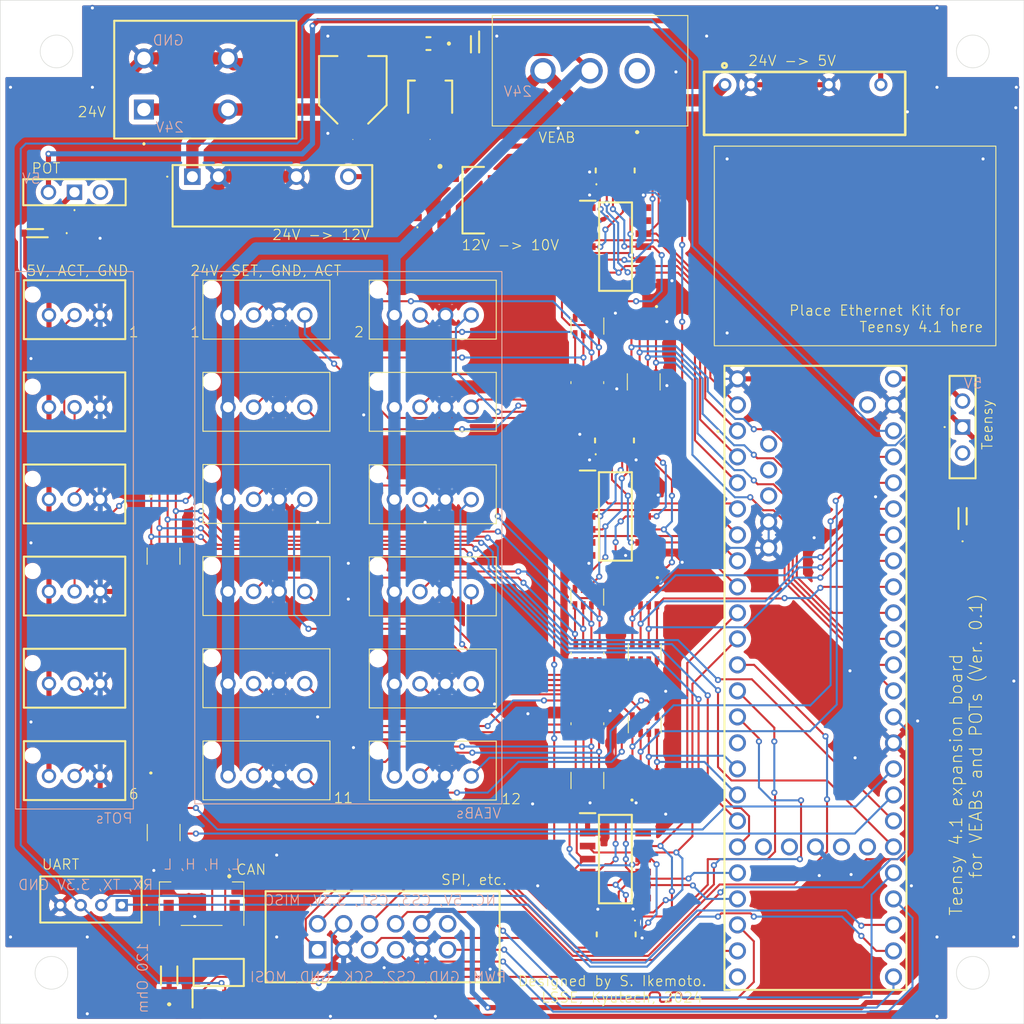
<source format=kicad_pcb>
(kicad_pcb (version 20240108) (generator "pcbnew") (generator_version "8.0")
  (layers (0 "F.Cu" signal) (31 "B.Cu" signal) (34 "B.Paste" user) (35 "F.Paste" user) (36 "B.SilkS" user "B.Silkscreen") (37 "F.SilkS" user "F.Silkscreen") (38 "B.Mask" user) (39 "F.Mask" user) (44 "Edge.Cuts" user))
  (net 0 "")
  (net 1 "GND")
  (net 2 "24V")
  (net 3 "5V")
  (net 4 "12V")
  (net 5 "V10V")
  (net 6 "/VEABs/SET4")
  (net 7 "/VEABs/SET3")
  (net 8 "/VEABs/SET1")
  (net 9 "/VEABs/SET2")
  (net 10 "/VEABs/SET7")
  (net 11 "/VEABs/SET8")
  (net 12 "/VEABs/SET6")
  (net 13 "/VEABs/SET5")
  (net 14 "/VEABs/SET9")
  (net 15 "/VEABs/SET11")
  (net 16 "/VEABs/SET12")
  (net 17 "/VEABs/SET10")
  (net 18 "CTX")
  (net 20 "D3")
  (net 21 "P4")
  (net 22 "D4")
  (net 23 "D9")
  (net 24 "CS1")
  (net 25 "A0")
  (net 26 "A3")
  (net 28 "D5")
  (net 29 "D10")
  (net 34 "D1")
  (net 35 "A6")
  (net 36 "MISO")
  (net 37 "D7")
  (net 38 "MOSI")
  (net 40 "A4")
  (net 41 "P5")
  (net 43 "D6")
  (net 44 "D0")
  (net 45 "A5")
  (net 46 "A7")
  (net 47 "A1")
  (net 48 "P2")
  (net 49 "D8")
  (net 50 "RX")
  (net 51 "A11")
  (net 52 "P1")
  (net 53 "TX")
  (net 54 "D2")
  (net 55 "P3")
  (net 57 "A8")
  (net 58 "CS2")
  (net 59 "CS3")
  (net 60 "A9")
  (net 61 "V3.3V")
  (net 62 "A2")
  (net 63 "A10")
  (net 64 "PWM")
  (net 65 "SCK")
  (net 66 "CRX")
  (net 67 "V5V")
  (net 68 "P0")
  (net 70 "D11")
  (net 71 "/VEABs/PWM3")
  (net 73 "/VEABs/PWM1")
  (net 74 "/VEABs/PWM2")
  (net 75 "/VEABs/PWM4")
  (net 76 "/VEABs/PWM8")
  (net 77 "/VEABs/PWM7")
  (net 78 "/VEABs/PWM5")
  (net 79 "/VEABs/PWM6")
  (net 82 "/VEABs/PWM9")
  (net 83 "/VEABs/PWM10")
  (net 84 "/VEABs/PWM12")
  (net 85 "/VEABs/PWM11")
  (net 87 "Net-(IC6-CANL)")
  (net 88 "Net-(IC6-CANH)")
  (net 89 "Net-(IC6-RS)")
  (net 90 "V24V")
  (net 91 "/VEABs/ACT1")
  (net 92 "/VEABs/ACT2")
  (net 93 "/VEABs/ACT3")
  (net 94 "/VEABs/ACT4")
  (net 95 "/VEABs/ACT5")
  (net 96 "/VEABs/ACT6")
  (net 97 "/VEABs/ACT7")
  (net 98 "/VEABs/ACT8")
  (net 99 "/VEABs/ACT9")
  (net 100 "/VEABs/ACT10")
  (net 101 "/VEABs/ACT11")
  (net 102 "/VEABs/ACT12")
  (net 103 "/POTs/POT1")
  (net 104 "/POTs/POT2")
  (net 105 "/POTs/POT3")
  (net 106 "/POTs/POT4")
  (net 107 "/POTs/POT5")
  (net 108 "/POTs/POT6")
  (net 112 "Net-(PS1-+VOUT)")
  (net 113 "Net-(PS2-+VOUT)")
  (net 114 "Net-(LED1-K)")
  (net 115 "Net-(LED2-K)")
  (net 126 "/POTs/POT5V")
  (net 127 "Net-(LED3-K)")
  (footprint "SamacSys_Parts:EEE1AA101SP" (layer "F.Cu") (at 84.44 58.75 90)
    (property "Reference" "C1" (hide yes))
    (property "Value" "EEEFT1V101AP" (hide yes))
  )
  (footprint "SamacSys_Parts:B4BXHAMLFSN" (layer "F.Cu") (at 72.25 98.75)
    (property "Reference" "J5" (hide yes))
    (property "Value" "B4B-XH-AM__LF__SN_" (hide yes))
  )
  (footprint "SamacSys_Parts:B4BXHAMLFSN" (layer "F.Cu") (at 88.5 80.75)
    (property "Reference" "J2" (hide yes))
    (property "Value" "B4B-XH-AM__LF__SN_" (hide yes))
  )
  (footprint "SamacSys_Parts:MEV1_SIP" (layer "F.Cu") (at 118.75 57)
    (property "Reference" "PS1" (hide yes))
    (property "Value" "MEV1S2405SC" (hide yes))
  )
  (footprint "SamacSys_Parts:TEENSY41" (layer "F.Cu") (at 122.01 92.06 -90)
    (property "Reference" "IC1" (hide yes))
    (property "Value" "TEENSY_4.1" (hide yes))
  )
  (footprint "SamacSys_Parts:SOIC127P600X175-14N" (layer "F.Cu") (at 110.086705 100.420837)
    (property "Reference" "IC4" (hide yes))
    (property "Value" "SD5400CY-SOIC-14L-CT" (hide yes))
  )
  (footprint "SamacSys_Parts:EXB38V472JV" (layer "F.Cu") (at 65.95 104.3)
    (property "Reference" "RN8" (hide yes))
    (property "Value" "EXB-38V222JV" (hide yes))
  )
  (footprint "SamacSys_Parts:8200" (layer "F.Cu") (at 89.925 67.73)
    (property "Reference" "L2" (hide yes))
    (property "Value" "82473C" (hide yes))
  )
  (footprint "SamacSys_Parts:B4BXHAMLFSN" (layer "F.Cu") (at 72.25 116.75)
    (property "Reference" "J9" (hide yes))
    (property "Value" "B4B-XH-AM__LF__SN_" (hide yes))
  )
  (footprint "SamacSys_Parts:SOIC127P600X175-14N" (layer "F.Cu") (at 110.086693 133.890515)
    (property "Reference" "IC5" (hide yes))
    (property "Value" "SD5400CY-SOIC-14L-CT" (hide yes))
  )
  (footprint "SamacSys_Parts:EXB38V472JV" (layer "F.Cu") (at 65.960351 131.3)
    (property "Reference" "RN10" (hide yes))
    (property "Value" "EXB-38V222JV" (hide yes))
  )
  (footprint "SamacSys_Parts:EXB38V472JV" (layer "F.Cu") (at 107.354374 81.825644 180)
    (property "Reference" "RN11" (hide yes))
    (property "Value" "EXB-V8V152JV" (hide yes))
  )
  (footprint "SamacSys_Parts:W3A4YC104MAT2A" (layer "F.Cu") (at 107.344784 87.350644 180)
    (property "Reference" "CN1" (hide yes))
    (property "Value" "W3A4YC104MAT2A" (hide yes))
  )
  (footprint "SamacSys_Parts:EXBU2H" (layer "F.Cu") (at 110.163507 141.244396 180)
    (property "Reference" "RN16" (hide yes))
    (property "Value" "EXB-U2H222JV" (hide yes))
  )
  (footprint "SamacSys_Parts:MEV1S2412SC" (layer "F.Cu") (at 68.765 67.23)
    (property "Reference" "PS2" (hide yes))
    (property "Value" "MEV1S2412SC" (hide yes))
  )
  (footprint "SamacSys_Parts:EXB38V472JV" (layer "F.Cu") (at 107.350933 126.21166)
    (property "Reference" "RN15" (hide yes))
    (property "Value" "EXB-V8V152JV" (hide yes))
  )
  (footprint "SamacSys_Parts:GCM188D7YA105KE36J" (layer "F.Cu") (at 89.925 71.23 180)
    (property "Reference" "C5" (hide yes))
    (property "Value" "GCM188D7YA105KE36J" (hide yes))
  )
  (footprint "SamacSys_Parts:B3BXHAMLFSN" (layer "F.Cu") (at 54.76 89.75)
    (property "Reference" "J15" (hide yes))
    (property "Value" "B3B-XH-AM__LF__SN_" (hide yes))
  )
  (footprint "SamacSys_Parts:B4BXHAMLFSN" (layer "F.Cu") (at 88.5 116.775)
    (property "Reference" "J10" (hide yes))
    (property "Value" "B4B-XH-AM__LF__SN_" (hide yes))
  )
  (footprint "SamacSys_Parts:B4BXHAMLFSN" (layer "F.Cu") (at 72.254883 125.75)
    (property "Reference" "J11" (hide yes))
    (property "Value" "B4B-XH-AM__LF__SN_" (hide yes))
  )
  (footprint "SamacSys_Parts:CAPC1608X90N" (layer "F.Cu") (at 132.75 54.5 -90)
    (property "Reference" "C4" (hide yes))
    (property "Value" "GRM188R6YA475KE15D" (hide yes))
  )
  (footprint "SamacSys_Parts:EXB38V102JV" (layer "F.Cu") (at 65.960351 123.577931)
    (property "Reference" "RN9" (hide yes))
    (property "Value" "EXB-38V102JV" (hide yes))
  )
  (footprint "SamacSys_Parts:ERA3AEB101V" (layer "F.Cu") (at 57.79 72.75)
    (property "Reference" "R4" (hide yes))
    (property "Value" "ERA3AEB201V" (hide yes))
  )
  (footprint "SamacSys_Parts:EXB38V472JV" (layer "F.Cu") (at 107.34154 108.297331 180)
    (property "Reference" "RN13" (hide yes))
    (property "Value" "EXB-V8V152JV" (hide yes))
  )
  (footprint "SamacSys_Parts:SOT127P600X175-8N" (layer "F.Cu") (at 71.339211 144.964697 90)
    (property "Reference" "IC6" (hide yes))
    (property "Value" "SN65HVD230DR" (hide yes))
  )
  (footprint "SamacSys_Parts:B3BXHAMLFSN" (layer "F.Cu") (at 54.76 80.75)
    (property "Reference" "J14" (hide yes))
    (property "Value" "B3B-XH-AM__LF__SN_" (hide yes))
  )
  (footprint "SamacSys_Parts:BM04BGHSTBTLFSNN" (layer "F.Cu") (at 69.672093 137.871606)
    (property "Reference" "J20" (hide yes))
    (property "Value" "BM04B-GHS-TBT_LF__SN__N_" (hide yes))
  )
  (footprint "SamacSys_Parts:W3A4YC104MAT2A" (layer "F.Cu") (at 107.352024 120.671294)
    (property "Reference" "CN3" (hide yes))
    (property "Value" "W3A4YC104MAT2A" (hide yes))
  )
  (footprint "SamacSys_Parts:TO228P972X240-3N" (layer "F.Cu") (at 98.1 69.53)
    (property "Reference" "IC7" (hide yes))
    (property "Value" "L78M10ABDT-TR" (hide yes))
  )
  (footprint "SamacSys_Parts:B4BXHAMLFSN" (layer "F.Cu") (at 88.5 98.775)
    (property "Reference" "J6" (hide yes))
    (property "Value" "B4B-XH-AM__LF__SN_" (hide yes))
  )
  (footprint "SamacSys_Parts:B3BXHAMLFSN" (layer "F.Cu") (at 54.76 125.775)
    (property "Reference" "J19" (hide yes))
    (property "Value" "B3B-XH-AM__LF__SN_" (hide yes))
  )
  (footprint "SamacSys_Parts:EXB38V472JV" (layer "F.Cu") (at 112.951212 120.753546)
    (property "Reference" "RN6" (hide yes))
    (property "Value" "EXB-38V222JV" (hide yes))
  )
  (footprint "SamacSys_Parts:B4BXHAMLFSN" (layer "F.Cu") (at 72.25 80.75)
    (property "Reference" "J1" (hide yes))
    (property "Value" "B4B-XH-AM__LF__SN_" (hide yes))
  )
  (footprint "SamacSys_Parts:B4BXHAMLFSN" (layer "F.Cu") (at 72.25 89.75)
    (property "Reference" "J3" (hide yes))
    (property "Value" "B4B-XH-AM__LF__SN_" (hide yes))
  )
  (footprint "SamacSys_Parts:CLSA12C02" (layer "F.Cu") (at 144 91.69 -90)
    (property "Reference" "S1" (hide yes))
    (property "Value" "CL-SA-12C-02" (hide yes))
  )
  (footprint "SamacSys_Parts:B4BXHAMLFSN" (layer "F.Cu") (at 88.5 125.775)
    (property "Reference" "J12" (hide yes))
    (property "Value" "B4B-XH-AM__LF__SN_" (hide yes))
  )
  (footprint "SamacSys_Parts:B4BXHAMLFSN" (layer "F.Cu") (at 72.25 107.75)
    (property "Reference" "J7" (hide yes))
    (property "Value" "B4B-XH-AM__LF__SN_" (hide yes))
  )
  (footprint "SamacSys_Parts:1190297" (layer "F.Cu") (at 64.031461 60.675644 90)
    (property "Reference" "J13" (hide yes))
    (property "Value" "1190297" (hide yes))
  )
  (footprint "SamacSys_Parts:EXB38V102JV" (layer "F.Cu") (at 65.95 96.55)
    (property "Reference" "RN7" (hide yes))
    (property "Value" "EXB-38V102JV" (hide yes))
  )
  (footprint "SamacSys_Parts:B4BPHKLLFSN" (layer "F.Cu") (at 61.860665 138.390235)
    (property "Reference" "J21" (hide yes))
    (property "Value" "B4B-PH-KL_LF__SN_" (hide yes))
  )
  (footprint "SamacSys_Parts:EXB38V102JV" (layer "F.Cu") (at 112.854374 81.825644 180)
    (property "Reference" "RN1" (hide yes))
    (property "Value" "EXB-38V102JV" (hide yes))
  )
  (footprint "SamacSys_Parts:SOIC127P600X175-14N" (layer "F.Cu") (at 110.102407 74.066066)
    (property "Reference" "IC3" (hide yes))
    (property "Value" "SD5400CY-SOIC-14L-CT" (hide yes))
  )
  (footprint "SamacSys_Parts:EXBU2H" (layer "F.Cu") (at 110 93)
    (property "Reference" "RN14" (hide yes))
    (property "Value" "EXB-U2H222JV" (hide yes))
  )
  (footprint "SamacSys_Parts:EXB38V102JV" (layer "F.Cu") (at 112.939974 108.3 180)
    (property "Reference" "RN3" (hide yes))
    (property "Value" "EXB-38V102JV" (hide yes))
  )
  (footprint "SamacSys_Parts:ERA8KEB1004V" (layer "F.Cu") (at 66.5 145.275 90)
    (property "Reference" "R3" (hide yes))
    (property "Value" "ERA-8VEB1002V" (hide yes))
  )
  (footprint "SamacSys_Parts:ERA6AEB1020V" (layer "F.Cu") (at 91.825759 54.232563 180)
    (property "Reference" "R2" (hide yes))
    (property "Value" "ERA6APB222V" (hide yes))
  )
  (footprint "SamacSys_Parts:8200" (layer "F.Cu") (at 136 54.5 90)
    (property "Reference" "L1" (hide yes))
    (property "Value" "82103C" (hide yes))
  )
  (footprint "SamacSys_Parts:CAPC0603X33N" (layer "F.Cu") (at 93.25 73.75)
    (property "Reference" "C6" (hide yes))
    (property "Value" "GRM033R6YA104KE14D" (hide yes))
  )
  (footprint "SamacSys_Parts:L102011MS02Q" (layer "F.Cu") (at 112.211698 56.884832 90)
    (property "Reference" "S3" (hide yes))
    (property "Value" "L102011MS02Q" (hide yes))
  )
  (footprint "SamacSys_Parts:EEE1AA220WR" (layer "F.Cu") (at 91.99194 59.995765 90)
    (property "Reference" "C2" (hide yes))
    (property "Value" "EEE-1VA100WR" (hide yes))
  )
  (footprint "SamacSys_Parts:W3A4YC104MAT2A" (layer "F.Cu") (at 107.36 113.793447 180)
    (property "Reference" "CN2" (hide yes))
    (property "Value" "W3A4YC104MAT2A" (hide yes))
  )
  (footprint "SamacSys_Parts:LEDM168X65N" (layer "F.Cu") (at 53.39 72.75 180)
    (property "Reference" "LED3" (hide yes))
    (property "Value" "SMLD12EN1WT86" (hide yes))
  )
  (footprint "SamacSys_Parts:ERA3AEB101V" (layer "F.Cu") (at 144 104.15 -90)
    (property "Reference" "R1" (hide yes))
    (property "Value" "ERA3AEB201V" (hide yes))
  )
  (footprint "SamacSys_Parts:702461202" (layer "F.Cu") (at 81 142.75)
    (property "Reference" "J22" (hide yes))
    (property "Value" "70246-1202" (hide yes))
  )
  (footprint "SamacSys_Parts:EXB38V472JV" (layer "F.Cu") (at 112.948707 113.688839 180)
    (property "Reference" "RN4" (hide yes))
    (property "Value" "EXB-38V222JV" (hide yes))
  )
  (footprint "SamacSys_Parts:EXB38V102JV" (layer "F.Cu") (at 112.957521 126.21885)
    (property "Reference" "RN5" (hide yes))
    (property "Value" "EXB-38V102JV" (hide yes))
  )
  (footprint "SamacSys_Parts:B4BXHAMLFSN" (layer "F.Cu") (at 88.5 107.775)
    (property "Reference" "J8" (hide yes))
    (property "Value" "B4B-XH-AM__LF__SN_" (hide yes))
  )
  (footprint "SamacSys_Parts:CAPC0603X33N" (layer "F.Cu") (at 96.410937 59.995765 90)
    (property "Reference" "C3" (hide yes))
    (property "Value" "GRM033R6YA104KE14D" (hide yes))
  )
  (footprint "SamacSys_Parts:LEDM168X65N" (layer "F.Cu") (at 144 100.4 90)
    (property "Reference" "LED1" (hide yes))
    (property "Value" "SMLD12EN1WT86" (hide yes))
  )
  (footprint "SamacSys_Parts:B4BXHAMLFSN" (layer "F.Cu") (at 88.5 89.75)
    (property "Reference" "J4" (hide yes))
    (property "Value" "B4B-XH-AM__LF__SN_" (hide yes))
  )
  (footprint "SamacSys_Parts:EXB38V472JV" (layer "F.Cu") (at 112.854374 87.278643 180)
    (property "Reference" "RN2" (hide yes))
    (property "Value" "EXB-38V222JV" (hide yes))
  )
  (footprint "SamacSys_Parts:B3BXHAMLFSN" (layer "F.Cu") (at 54.76 107.75)
    (property "Reference" "J17" (hide yes))
    (property "Value" "B3B-XH-AM__LF__SN_" (hide yes))
  )
  (footprint "SamacSys_Parts:LEDM168X65N" (layer "F.Cu") (at 96.375759 54.298274 -90)
    (property "Reference" "LED2" (hide yes))
    (property "Value" "SMLD12EN1WT86" (hide yes))
  )
  (footprint "SamacSys_Parts:B3BXHAMLFSN" (layer "F.Cu") (at 54.76 116.75)
    (property "Reference" "J18" (hide yes))
    (property "Value" "B3B-XH-AM__LF__SN_" (hide yes))
  )
  (footprint "SamacSys_Parts:B3BXHAMLFSN" (layer "F.Cu") (at 54.76 98.75)
    (property "Reference" "J16" (hide yes))
    (property "Value" "B3B-XH-AM__LF__SN_" (hide yes))
  )
  (footprint "SamacSys_Parts:EXBU2H" (layer "F.Cu") (at 110.067407 66.626066)
    (property "Reference" "RN12" (hide yes))
    (property "Value" "EXB-U2H222JV" (hide yes))
  )
  (footprint "SamacSys_Parts:CLSA12C02" (layer "F.Cu") (at 57.25 68.75)
    (property "Reference" "S2" (hide yes))
    (property "Value" "CL-SA-12C-02" (hide yes))
  )
  (gr_rect (start 69 76.5) (end 99 128.5) (stroke (width 0.1)) (fill none) (layer "B.SilkS"))
  (gr_rect (start 51.5 76.5) (end 63 129) (stroke (width 0.1)) (fill none) (layer "B.SilkS"))
  (gr_rect (start 119.75 64.25) (end 147.25 83.75) (stroke (width 0.1)) (fill none) (layer "F.SilkS"))
  (gr_circle (center 145 55) (end 146.6 55) (stroke (width 0.05)) (fill none) (layer "Edge.Cuts"))
  (gr_circle (center 145 145) (end 146.6 145) (stroke (width 0.05)) (fill none) (layer "Edge.Cuts"))
  (gr_circle (center 55.5 55) (end 57.1 55) (stroke (width 0.05)) (fill none) (layer "Edge.Cuts"))
  (gr_circle (center 55 145) (end 56.6 145) (stroke (width 0.05)) (fill none) (layer "Edge.Cuts"))
  (gr_rect (start 50 50) (end 150 150) (stroke (width 0.05)) (fill none) (layer "Edge.Cuts"))
  (gr_text "24V" (at 68 63 0) (layer "B.SilkS") (effects (font (size 1 1) (thickness 0.1)) (justify left bottom mirror)))
  (gr_text "L, H, H, L" (at 73.5 135 0) (layer "B.SilkS") (effects (font (size 1 1) (thickness 0.1)) (justify left bottom mirror)))
  (gr_text "GND" (at 68 54.5 0) (layer "B.SilkS") (effects (font (size 1 1) (thickness 0.1)) (justify left bottom mirror)))
  (gr_text "24V" (at 102 59.5 0) (layer "B.SilkS") (effects (font (size 1 1) (thickness 0.1)) (justify left bottom mirror)))
  (gr_text "5V" (at 54 68 0) (layer "B.SilkS") (effects (font (size 1 1) (thickness 0.1)) (justify left bottom mirror)))
  (gr_text "NC, 5V, CS3, CS1, 3.3V, MISO" (at 98.5 138.5 0) (layer "B.SilkS") (effects (font (size 1 1) (thickness 0.1)) (justify left bottom mirror)))
  (gr_text "120 Ohm" (at 64.5 142 90) (layer "B.SilkS") (effects (font (size 1 1) (thickness 0.1)) (justify left bottom mirror)))
  (gr_text "RX, TX, 3.3V GND" (at 65 137 0) (layer "B.SilkS") (effects (font (size 1 1) (thickness 0.1)) (justify left bottom mirror)))
  (gr_text "PWM, GND, CS2, SCK, GND, MOSI" (at 99.5 146 0) (layer "B.SilkS") (effects (font (size 1 1) (thickness 0.1)) (justify left bottom mirror)))
  (gr_text "VEABs" (at 99 130 0) (layer "B.SilkS") (effects (font (size 1 1) (thickness 0.1)) (justify left bottom mirror)))
  (gr_text "POTs" (at 63 130.5 0) (layer "B.SilkS") (effects (font (size 1 1) (thickness 0.1)) (justify left bottom mirror)))
  (gr_text "5V" (at 146 88 0) (layer "B.SilkS") (effects (font (size 1 1) (thickness 0.1)) (justify left bottom mirror)))
  (gr_text "1" (at 62.5 83 0) (layer "F.SilkS") (effects (font (size 1 1) (thickness 0.1)) (justify left bottom)))
  (gr_text "24V, SET, GND, ACT" (at 68.5 77 0) (layer "F.SilkS") (effects (font (size 1 1) (thickness 0.1)) (justify left bottom)))
  (gr_text "1" (at 68.5 83 0) (layer "F.SilkS") (effects (font (size 1 1) (thickness 0.1)) (justify left bottom)))
  (gr_text "CAN" (at 73 135.5 0) (layer "F.SilkS") (effects (font (size 1 1) (thickness 0.1)) (justify left bottom)))
  (gr_text "24V -> 5V" (at 123 56.5 0) (layer "F.SilkS") (effects (font (size 1 1) (thickness 0.1)) (justify left bottom)))
  (gr_text "Teensy" (at 147 94 90) (layer "F.SilkS") (effects (font (size 1 1) (thickness 0.1)) (justify left bottom)))
  (gr_text "2" (at 84.5 83 0) (layer "F.SilkS") (effects (font (size 1 1) (thickness 0.1)) (justify left bottom)))
  (gr_text "Place Ethernet Kit for \n         Teensy 4.1 here" (at 127 82.5 0) (layer "F.SilkS") (effects (font (size 1 1) (thickness 0.1)) (justify left bottom)))
  (gr_text "Designed by S. Ikemoto.\n   LSSE, Kyutech, 2024" (at 100.5 148 0) (layer "F.SilkS") (effects (font (size 1 1) (thickness 0.1)) (justify left bottom)))
  (gr_text "6" (at 62.5 128.125 0) (layer "F.SilkS") (effects (font (size 1 1) (thickness 0.1)) (justify left bottom)))
  (gr_text "POT" (at 53 67 0) (layer "F.SilkS") (effects (font (size 1 1) (thickness 0.1)) (justify left bottom)))
  (gr_text "VEAB" (at 102.5 64 0) (layer "F.SilkS") (effects (font (size 1 1) (thickness 0.1)) (justify left bottom)))
  (gr_text "UART" (at 54 135 0) (layer "F.SilkS") (effects (font (size 1 1) (thickness 0.1)) (justify left bottom)))
  (gr_text "24V -> 12V" (at 76.5 73.5 0) (layer "F.SilkS") (effects (font (size 1 1) (thickness 0.1)) (justify left bottom)))
  (gr_text "Teensy 4.1 expansion board \n    for VEABs and POTs (Ver. 0.1)" (at 146 139.5 90) (layer "F.SilkS") (effects (font (size 1.2 1.2) (thickness 0.1)) (justify left bottom)))
  (gr_text "24V" (at 57.5 61.5 0) (layer "F.SilkS") (effects (font (size 1 1) (thickness 0.1)) (justify left bottom)))
  (gr_text "12V -> 10V" (at 95 74.5 0) (layer "F.SilkS") (effects (font (size 1 1) (thickness 0.1)) (justify left bottom)))
  (gr_text "11" (at 82.5 128.5 0) (layer "F.SilkS") (effects (font (size 1 1) (thickness 0.1)) (justify left bottom)))
  (gr_text "12" (at 98.894217 128.610721 0) (layer "F.SilkS") (effects (font (size 1 1) (thickness 0.1)) (justify left bottom)))
  (gr_text "SPI, etc." (at 93 136.5 0) (layer "F.SilkS") (effects (font (size 1 1) (thickness 0.1)) (justify left bottom)))
  (gr_text "5V, ACT, GND" (at 52.5 77 0) (layer "F.SilkS") (effects (font (size 1 1) (thickness 0.1)) (justify left bottom)))
  (segment (start 110.110048 81.898274) (end 110.982678 81.025644) (width 0.2) (layer "F.Cu") (net 1))
  (segment (start 112.801705 95.589931) (end 112.801705 96.610837) (width 0.2) (layer "F.Cu") (net 1))
  (segment (start 108.163 92.25) (end 106.758322 92.25) (width 0.2) (layer "F.Cu") (net 1))
  (segment (start 89.996175 56.25) (end 90.875759 55.370416) (width 1.2) (layer "F.Cu") (net 1))
  (segment (start 111.230624 127.01885) (end 110.110048 125.898274) (width 0.2) (layer "F.Cu") (net 1))
  (segment (start 105.210048 93.798274) (end 106.610048 92.398274) (width 0.2) (layer "F.Cu") (net 1))
  (segment (start 57.852626 136.398274) (end 59.5135 136.398274) (width 0.5) (layer "F.Cu") (net 1))
  (segment (start 55.860665 138.390235) (end 51 133.52957) (width 0.5) (layer "F.Cu") (net 1))
  (segment (start 108.484784 88.175644) (end 109.332678 88.175644) (width 0.2) (layer "F.Cu") (net 1))
  (segment (start 112.817407 77.876066) (end 115.132256 77.876066) (width 0.2) (layer "F.Cu") (net 1))
  (segment (start 107.371705 97.880837) (end 107.371705 96.610837) (width 0.2) (layer "F.Cu") (net 1))
  (segment (start 66.5 147) (end 66.5 148.5) (width 0.5) (layer "F.Cu") (net 1))
  (segment (start 137.25 122.54) (end 138.3825 123.6725) (width 0.2) (layer "F.Cu") (net 1))
  (segment (start 95.625765 58.245765) (end 96.410937 59.030937) (width 1.2) (layer "F.Cu") (net 1))
  (segment (start 107.567407 66.776066) (end 107.567407 66.539066) (width 0.2) (layer "F.Cu") (net 1))
  (segment (start 112.454374 81.025644) (end 113.254374 81.025644) (width 0.2) (layer "F.Cu") (net 1))
  (segment (start 114.054374 81.025644) (end 114.737418 81.025644) (width 0.2) (layer "F.Cu") (net 1))
  (segment (start 70.704211 148.319697) (end 71.634514 149.25) (width 0.5) (layer "F.Cu") (net 1))
  (segment (start 65.985804 149) (end 65.992902 149.007098) (width 0.5) (layer "F.Cu") (net 1))
  (segment (start 149.007098 109.882098) (end 144 104.875) (width 0.5) (layer "F.Cu") (net 1))
  (segment (start 107.387407 77.876066) (end 106.972407 77.876066) (width 0.2) (layer "F.Cu") (net 1))
  (segment (start 107.371705 104.230837) (end 107.371705 104.871705) (width 0.2) (layer "F.Cu") (net 1))
  (segment (start 149 141.5) (end 141.5 141.5) (width 0.5) (layer "F.Cu") (net 1))
  (segment (start 64.47043 147) (end 66.5 147) (width 0.5) (layer "F.Cu") (net 1))
  (segment (start 67.25 149.25) (end 69.543908 149.25) (width 0.5) (layer "F.Cu") (net 1))
  (segment (start 82.25 149.25) (end 92.5 149.25) (width 0.5) (layer "F.Cu") (net 1))
  (segment (start 112.801693 137.78218) (end 111.809864 138.774009) (width 0.2) (layer "F.Cu") (net 1))
  (segment (start 110.110048 125.898274) (end 110.110048 120.898274) (width 0.2) (layer "F.Cu") (net 1))
  (segment (start 59.25 72.75) (end 59.75 73.25) (width 0.5) (layer "F.Cu") (net 1))
  (segment (start 116.610048 104.898274) (end 115.942611 104.230837) (width 0.2) (layer "F.Cu") (net 1))
  (segment (start 58.5 149) (end 65.985804 149) (width 0.5) (layer "F.Cu") (net 1))
  (segment (start 55.860665 138.390235) (end 58.735215 141.264785) (width 0.5) (layer "F.Cu") (net 1))
  (segment (start 96.410937 59.030937) (end 96.410937 59.295765) (width 1.2) (layer "F.Cu") (net 1))
  (segment (start 66.5 148.5) (end 65.992902 149.007098) (width 0.5) (layer "F.Cu") (net 1))
  (segment (start 92.9 74.41) (end 94.174113 75.684113) (width 0.5) (layer "F.Cu") (net 1))
  (segment (start 84.44 56.25) (end 72.805817 56.25) (width 1.2) (layer "F.Cu") (net 1))
  (segment (start 51 141.5) (end 58.5 141.5) (width 0.5) (layer "F.Cu") (net 1))
  (segment (start 107.387407 69.206066) (end 107.567407 69.026066) (width 0.2) (layer "F.Cu") (net 1))
  (segment (start 69.424856 70.25) (end 71.305 68.369856) (width 1.2) (layer "F.Cu") (net 1))
  (segment (start 112.000507 141.994396) (end 112.297504 141.994396) (width 0.2) (layer "F.Cu") (net 1))
  (segment (start 149.007098 116.5) (end 149.007098 109.882098) (width 0.5) (layer "F.Cu") (net 1))
  (segment (start 67 70.25) (end 69.424856 70.25) (width 1.2) (layer "F.Cu") (net 1))
  (segment (start 59.76 107.75) (end 62.1 107.75) (width 0.5) (layer "F.Cu") (net 1))
  (segment (start 108.75 92.25) (end 109.25 92.25) (width 0.2) (layer "F.Cu") (net 1))
  (segment (start 63.811774 132.1) (end 59.5135 136.398274) (width 0.5) (layer "F.Cu") (net 1))
  (segment (start 111.757521 127.01885) (end 112.557521 127.01885) (width 0.2) (layer "F.Cu") (net 1))
  (segment (start 93.5 76.58) (end 94.395887 75.684113) (width 1.2) (layer "F.Cu") (net 1))
  (segment (start 116.610048 105.398274) (end 116.610048 104.898274) (width 0.2) (layer "F.Cu") (net 1))
  (segment (start 108.5 114.618447) (end 109.389875 114.618447) (width 0.2) (layer "F.Cu") (net 1))
  (segment (start 58.515 72.75) (end 64.5 72.75) (width 0.5) (layer "F.Cu") (net 1))
  (segment (start 107.371705 104.871705) (end 107.5 105) (width 0.2) (layer "F.Cu") (net 1))
  (segment (start 149.25 99.625) (end 144 104.875) (width 0.5) (layer "F.Cu") (net 1))
  (segment (start 107.610048 128.398274) (end 107.610048 129.84216) (width 0.2) (layer "F.Cu") (net 1))
  (segment (start 105.210048 102.50418) (end 105.210048 93.798274) (width 0.2) (layer "F.Cu") (net 1))
  (segment (start 109.332678 88.175644) (end 110.110048 87.398274) (width 0.2) (layer "F.Cu") (net 1))
  (segment (start 89.1 71.23) (end 82.925 71.23) (width 0.5) (layer "F.Cu") (net 1))
  (segment (start 109.817407 65.876066) (end 108.230407 65.876066) (width 0.2) (layer "F.Cu") (net 1))
  (segment (start 107.567407 66.539066) (end 108.230407 65.876066) (width 0.2) (layer "F.Cu") (net 1))
  (segment (start 112.801693 129.089919) (end 112.110048 128.398274) (width 0.2) (layer "F.Cu") (net 1))
  (segment (start 108.163 92.25) (end 108.75 92.25) (width 0.2) (layer "F.Cu") (net 1))
  (segment (start 107.371705 104.230837) (end 106.936705 104.230837) (width 0.2) (layer "F.Cu") (net 1))
  (segment (start 82.925 71.23) (end 78.925 67.23) (width 0.5) (layer "F.Cu") (net 1))
  (segment (start 106.212024 119.846294) (end 106.972024 119.846294) (width 0.2) (layer "F.Cu") (net 1))
  (segment (start 114.139974 107.5) (end 114.508322 107.5) (width 0.2) (layer "F.Cu") (net 1))
  (segment (start 59 50.75) (end 141.5 50.75) (width 0.5) (layer "F.Cu") (net 1))
  (segment (start 111.008322 107.5) (end 111.739974 107.5) (width 0.2) (layer "F.Cu") (net 1))
  (segment (start 112.557521 127.01885) (end 113.357521 127.01885) (width 0.2) (layer "F.Cu") (net 1))
  (segment (start 72.805817 56.25) (end 72.231461 55.675644) (width 1.2) (layer "F.Cu") (net 1))
  (segment (start 106.964784 88.175644) (end 107.724784 88.175644) (width 0.2) (layer "F.Cu") (net 1))
  (segment (start 112.297504 141.994396) (end 112.692922 141.598978) (width 0.2) (layer "F.Cu") (net 1))
  (segment (start 115.942611 104.230837) (end 112.801705 104.230837) (width 0.2) (layer "F.Cu") (net 1))
  (segment (start 111.654374 81.025644) (end 112.454374 81.025644) (width 0.2) (layer "F.Cu") (net 1))
  (segment (start 64.031461 55.675644) (end 61 58.707105) (width 1.2) (layer "F.Cu") (net 1))
  (segment (start 100.55 69.53) (end 100.55 70.95) (width 0.5) (layer "F.Cu") (net 1))
  (segment (start 58.515 72.75) (end 59.25 72.75) (width 0.5) (layer "F.Cu") (net 1))
  (segment (start 106.204784 88.175644) (end 95.074356 88.175644) (width 0.2) (layer "F.Cu") (net 1))
  (segment (start 107.387407 77.876066) (end 112.817407 77.876066) (width 0.2) (layer "F.Cu") (net 1))
  (segment (start 109.058068 119.846294) (end 108.492024 119.846294) (width 0.2) (layer "F.Cu") (net 1))
  (segment (start 149.007098 141.5) (end 149 141.5) (width 0.5) (layer "F.Cu") (net 1))
  (segment (start 112.817407 70.256066) (end 112.817407 69.026066) (width 0.2) (layer "F.Cu") (net 1))
  (segment (start 59.76 128.048226) (end 63.811774 132.1) (width 0.5) (layer "F.Cu") (net 1))
  (segment (start 51 133.52957) (end 51 141.5) (width 0.5) (layer "F.Cu") (net 1))
  (segment (start 141.5 58.5) (end 149.25 58.5) (width 0.5) (layer "F.Cu") (net 1))
  (segment (start 115.132256 77.876066) (end 115.610048 77.398274) (width 0.2) (layer "F.Cu") (net 1))
  (segment (start 130.94 58.25) (end 133.588274 60.898274) (width 0.5) (layer "F.Cu") (net 1))
  (segment (start 113.339974 107.5) (end 114.139974 107.5) (width 0.2) (layer "F.Cu") (net 1))
  (segment (start 51 58.5) (end 59 58.5) (width 0.5) (layer "F.Cu") (net 1))
  (segment (start 61 58.707105) (end 61 64.25) (width 1.2) (layer "F.Cu") (net 1))
  (segment (start 107.371693 131.350515) (end 107.371693 130.080515) (width 0.2) (layer "F.Cu") (net 1))
  (segment (start 114.508322 107.5) (end 116.610048 105.398274) (width 0.2) (layer "F.Cu") (net 1))
  (segment (start 71.634514 149.25) (end 82.25 149.25) (width 0.5) (layer "F.Cu") (net 1))
  (segment (start 106.204784 88.175644) (end 106.964784 88.175644) (width 0.2) (layer "F.Cu") (net 1))
  (segment (start 58.5 141.5) (end 58.5 149) (width 0.5) (layer "F.Cu") (net 1))
  (segment (start 134.71 86.98) (end 122.01 86.98) (width 0.5) (layer "F.Cu") (net 1))
  (segment (start 139.610048 122.444952) (end 139.610048 120.398274) (width 0.2) (layer "F.Cu") (net 1))
  (segment (start 103.732256 66.776066) (end 107.567407 66.776066) (width 0.5) (layer "F.Cu") (net 1))
  (segment (start 70.704211 148.089697) (end 70.704211 147.514697) (width 0.5) (layer "F.Cu") (net 1))
  (segment (start 110.413507 141.994396) (end 110.913507 141.994396) (width 0.2) (layer "F.Cu") (net 1))
  (segment (start 112.801693 130.080515) (end 112.801693 129.089919) (width 0.2) (layer "F.Cu") (net 1))
  (segment (start 107.371705 95.089569) (end 107.563 94.898274) (width 0.2) (layer "F.Cu") (net 1))
  (segment (start 90.875759 55.370416) (end 90.875759 54.232563) (width 1.2) (layer "F.Cu") (net 1))
  (segment (start 66.35 105.1) (end 67.15 105.1) (width 0.5) (layer "F.Cu") (net 1))
  (segment (start 107.724784 88.175644) (end 108.484784 88.175644) (width 0.2) (layer "F.Cu") (net 1))
  (segment (start 110.913507 141.994396) (end 111.413507 141.994396) (width 0.2) (layer "F.Cu") (net 1))
  (segment (start 133.588274 60.898274) (end 138.610048 60.898274) (width 0.5) (layer "F.Cu") (net 1))
  (segment (start 107.387407 70.256066) (end 107.387407 69.206066) (width 0.2) (layer "F.Cu") (net 1))
  (segment (start 100.55 69.53) (end 100.978322 69.53) (width 0.5) (layer "F.Cu") (net 1))
  (segment (start 92.9 73.75) (end 92.9 74.41) (width 0.5) (layer "F.Cu") (net 1))
  (segment (start 62.1 107.75) (end 64.75 105.1) (width 0.5) (layer "F.Cu") (net 1))
  (segment (start 106.758322 92.25) (end 106.610048 92.398274) (width 0.2) (layer "F.Cu") (net 1))
  (segment (start 132.75 55.2) (end 132.75 56.44) (width 0.5) (layer "F.Cu") (net 1))
  (segment (start 107.387407 71.526066) (end 107.387407 70.256066) (width 0.2) (layer "F.Cu") (net 1))
  (segment (start 107.74 114.618447) (end 108.5 114.618447) (width 0.2) (layer "F.Cu") (net 1))
  (segment (start 107.732024 119.846294) (end 108.492024 119.846294) (width 0.2) (layer "F.Cu") (net 1))
  (segment (start 112.110048 94.898274) (end 112.801705 95.589931) (width 0.2) (layer "F.Cu") (net 1))
  (segment (start 113.357521 127.01885) (end 114.157521 127.01885) (width 0.2) (layer "F.Cu") (net 1))
  (segment (start 141.5 141.5) (end 141.5 149.25) (width 0.5) (layer "F.Cu") (net 1))
  (segment (start 137.25 89.52) (end 134.71 86.98) (width 0.5) (layer "F.Cu") (net 1))
  (segment (start 59.76 125.775) (end 59.76 128.048226) (width 0.5) (layer "F.Cu") (net 1))
  (segment (start 109.25 92.25) (end 109.75 92.25) (width 0.2) (layer "F.Cu") (net 1))
  (segment (start 59 58.5) (end 59 50.75) (width 0.5) (layer "F.Cu") (net 1))
  (segment (start 107.371693 137.700515) (end 107.371693 137.789446) (width 0.2) (layer "F.Cu") (net 1))
  (segment (start 58.735215 141.264785) (end 64.47043 147) (width 0.5) (layer "F.Cu") (net 1))
  (segment (start 100.978322 69.53) (end 103.732256 66.776066) (width 0.5) (layer "F.Cu") (net 1))
  (segment (start 84.44 56.25) (end 89.996175 56.25) (width 1.2) (layer "F.Cu") (net 1))
  (segment (start 91.99194 58.245765) (end 95.625765 58.245765) (width 1.2) (layer "F.Cu") (net 1))
  (segment (start 106.98 114.618447) (end 107.74 114.618447) (width 0.2) (layer "F.Cu") (net 1))
  (segment (start 149.007098 141.5) (end 149.007098 116.5) (width 0.5) (layer "F.Cu") (net 1))
  (segment (start 112.801693 137.700515) (end 112.801693 137.78218) (width 0.2) (layer "F.Cu") (net 1))
  (segment (start 94.174113 75.684113) (end 94.395887 75.684113) (width 0.5) (layer "F.Cu") (net 1))
  (segment (start 71.305 68.369856) (end 71.305 67.23) (width 1.2) (layer "F.Cu") (net 1))
  (segment (start 112.817407 77.876066) (end 112.817407 80.662611) (width 0.2) (layer "F.Cu") (net 1))
  (segment (start 64.760351 132.1) (end 65.560351 132.1) (width 0.5) (layer "F.Cu") (net 1))
  (segment (start 130.94 58.25) (end 123.32 58.25) (width 0.5) (layer "F.Cu") (net 1))
  (segment (start 138.3825 123.6725) (end 139.610048 122.444952) (width 0.2) (layer "F.Cu") (net 1))
  (segment (start 63.811774 132.1) (end 64.760351 132.1) (width 0.5) (layer "F.Cu") (net 1))
  (segment (start 66.5 148.5) (end 67.25 149.25) (width 0.5) (layer "F.Cu") (net 1))
  (segment (start 71.305 67.23) (end 78.925 67.23) (width 1.2) (layer "F.Cu") (net 1))
  (segment (start 111.757521 128.045747) (end 112.110048 128.398274) (width 0.2) (layer "F.Cu") (net 1))
  (segment (start 65.55 105.1) (end 66.35 105.1) (width 0.5) (layer "F.Cu") (net 1))
  (segment (start 111.757521 127.01885) (end 111.757521 128.045747) (width 0.2) (layer "F.Cu") (net 1))
  (segment (start 69.543908 149.25) (end 70.704211 148.089697) (width 0.5) (layer "F.Cu") (net 1))
  (segment (start 112.539974 107.5) (end 113.339974 107.5) (width 0.2) (layer "F.Cu") (net 1))
  (segment (start 111.739974 107.5) (end 112.539974 107.5) (width 0.2) (layer "F.Cu") (net 1))
  (segment (start 112.000507 141.994396) (end 111.413507 141.994396) (width 0.2) (layer "F.Cu") (net 1))
  (segment (start 94.395887 75.684113) (end 100.55 69.53) (width 1.2) (layer "F.Cu") (net 1))
  (segment (start 113.254374 81.025644) (end 114.054374 81.025644) (width 0.2) (layer "F.Cu") (net 1))
  (segment (start 91.62 73.75) (end 92.9 73.75) (width 0.5) (layer "F.Cu") (net 1))
  (segment (start 110.982678 81.025644) (end 111.654374 81.025644) (width 0.2) (layer "F.Cu") (net 1))
  (segment (start 132.75 56.44) (end 130.94 58.25) (width 0.5) (layer "F.Cu") (net 1))
  (segment (start 141.5 50.75) (end 141.5 58.5) (width 0.5) (layer "F.Cu") (net 1))
  (segment (start 64.75 105.1) (end 65.55 105.1) (width 0.5) (layer "F.Cu") (net 1))
  (segment (start 149.25 58.5) (end 149.25 99.625) (width 0.5) (layer "F.Cu") (net 1))
  (segment (start 138.3825 123.6725) (end 138.3825 133.169097) (width 0.2) (layer "F.Cu") (net 1))
  (segment (start 70.704211 147.514697) (end 70.704211 148.319697) (width 0.5) (layer "F.Cu") (net 1))
  (segment (start 134.610048 133.898274) (end 133.110048 135.398274) (width 0.2) (layer "F.Cu") (net 1))
  (segment (start 106.22 114.618447) (end 106.98 114.618447) (width 0.2) (layer "F.Cu") (net 1))
  (segment (start 61 64.25) (end 67 70.25) (width 1.2) (layer "F.Cu") (net 1))
  (segment (start 137.653323 133.898274) (end 134.610048 133.898274) (width 0.2) (layer "F.Cu") (net 1))
  (segment (start 107.610048 129.84216) (end 107.371693 130.080515) (width 0.2) (layer "F.Cu") (net 1))
  (segment (start 110.110048 113.898274) (end 110.110048 108.398274) (width 0.2) (layer "F.Cu") (net 1))
  (segment (start 89.996175 56.25) (end 91.99194 58.245765) (width 1.2) (layer "F.Cu") (net 1))
  (segment (start 106.936705 104.230837) (end 105.210048 102.50418) (width 0.2) (layer "F.Cu") (net 1))
  (segment (start 64.031461 55.675644) (end 72.231461 55.675644) (width 1.2) (layer "F.Cu") (net 1))
  (segment (start 110.110048 87.398274) (end 110.110048 81.898274) (width 0.2) (layer "F.Cu") (net 1))
  (segment (start 51 133.52957) (end 51 58.5) (width 0.5) (layer "F.Cu") (net 1))
  (segment (start 89.1 71.23) (end 91.62 73.75) (width 0.5) (layer "F.Cu") (net 1))
  (segment (start 112.817407 80.662611) (end 112.454374 81.025644) (width 0.2) (layer "F.Cu") (net 1))
  (segment (start 92.5 149.25) (end 141.5 149.25) (width 0.5) (layer "F.Cu") (net 1))
  (segment (start 107.371705 96.610837) (end 107.371705 95.089569) (width 0.2) (layer "F.Cu") (net 1))
  (segment (start 110.110048 120.898274) (end 109.058068 119.846294) (width 0.2) (layer "F.Cu") (net 1))
  (segment (start 64.5 72.75) (end 67 70.25) (width 0.5) (layer "F.Cu") (net 1))
  (segment (start 138.3825 133.169097) (end 137.653323 133.898274) (width 0.2) (layer "F.Cu") (net 1))
  (segment (start 55.860665 138.390235) (end 57.852626 136.398274) (width 0.5) (layer "F.Cu") (net 1))
  (segment (start 106.972024 119.846294) (end 107.732024 119.846294) (width 0.2) (layer "F.Cu") (net 1))
  (segment (start 58.5 141.5) (end 58.735215 141.264785) (width 0.5) (layer "F.Cu") (net 1))
  (segment (start 107.501721 66.776066) (end 107.567407 66.776066) (width 0.2) (layer "F.Cu") (net 1))
  (segment (start 111.757521 127.01885) (end 111.230624 127.01885) (width 0.2) (layer "F.Cu") (net 1))
  (segment (start 114.737418 81.025644) (end 115.110048 81.398274) (width 0.2) (layer "F.Cu") (net 1))
  (segment (start 110.110048 108.398274) (end 111.008322 107.5) (width 0.2) (layer "F.Cu") (net 1))
  (segment (start 107.371693 137.789446) (end 108.370372 138.788125) (width 0.2) (layer "F.Cu") (net 1))
  (segment (start 95.074356 88.175644) (end 93.5 89.75) (width 0.2) (layer "F.Cu") (net 1))
  (segment (start 93.5 80.75) (end 93.5 76.58) (width 1.2) (layer "F.Cu") (net 1))
  (segment (start 109.389875 114.618447) (end 110.110048 113.898274) (width 0.2) (layer "F.Cu") (net 1))
  (via (at 107.563 94.898274) (size 0.6) (drill 0.3) (layers "F.Cu" "B.Cu") (net 1))
  (via (at 92.5 149.25) (size 0.6) (drill 0.3) (layers "F.Cu" "B.Cu") (net 1))
  (via (at 107.610048 128.398274) (size 0.6) (drill 0.3) (layers "F.Cu" "B.Cu") (net 1))
  (via (at 112.817407 69.026066) (size 0.6) (drill 0.3) (layers "F.Cu" "B.Cu") (net 1))
  (via (at 82 53.5) (size 0.6) (drill 0.3) (layers "F.Cu" "B.Cu") (net 1))
  (via (at 107.567407 69.026066) (size 0.6) (drill 0.3) (layers "F.Cu" "B.Cu") (net 1))
  (via (at 77 141.5) (size 0.6) (drill 0.3) (layers "F.Cu" "B.Cu") (net 1))
  (via (at 81 101) (size 0.6) (drill 0.3) (layers "F.Cu" "B.Cu") (net 1))
  (via (at 58.5 141.5) (size 0.6) (drill 0.3) (layers "F.Cu" "B.Cu") (net 1))
  (via (at 149.25 58.5) (size 0.6) (drill 0.3) (layers "F.Cu" "B.Cu") (net 1))
  (via (at 97.855948 144.649019) (size 0.6) (drill 0.3) (layers "F.Cu" "B.Cu") (net 1))
  (via (at 82 63) (size 0.6) (drill 0.3) (layers "F.Cu" "B.Cu") (net 1))
  (via (at 112.110048 94.898274) (size 0.6) (drill 0.3) (layers "F.Cu" "B.Cu") (net 1))
  (via (at 77 133.5) (size 0.6) (drill 0.3) (layers "F.Cu" "B.Cu") (net 1))
  (via (at 115 129.5) (size 0.6) (drill 0.3) (layers "F.Cu" "B.Cu") (net 1))
  (via (at 129.5 102.5) (size 0.6) (drill 0.3) (layers "F.Cu" "B.Cu") (net 1))
  (via (at 108.370372 138.788125) (size 0.6) (drill 0.3) (layers "F.Cu" "B.Cu") (net 1))
  (via (at 107.5 105) (size 0.6) (drill 0.3) (layers "F.Cu" "B.Cu") (net 1))
  (via (at 115.110048 81.398274) (size 0.6) (drill 0.3) (layers "F.Cu" "B.Cu") (net 1))
  (via (at 53 85) (size 0.6) (drill 0.3) (layers "F.Cu" "B.Cu") (net 1))
  (via (at 109.567058 119.395686) (size 0.6) (drill 0.3) (layers "F.Cu" "B.Cu") (net 1))
  (via (at 110.087952 80.565307) (size 0.6) (drill 0.3) (layers "F.Cu" "B.Cu") (net 1))
  (via (at 112.110048 128.398274) (size 0.6) (drill 0.3) (layers "F.Cu" "B.Cu") (net 1))
  (via (at 141.5 149.25) (size 0.6) (drill 0.3) (layers "F.Cu" "B.Cu") (net 1))
  (via (at 116.610048 104.898274) (size 0.6) (drill 0.3) (layers "F.Cu" "B.Cu") (net 1))
  (via (at 111.809864 138.774009) (size 0.6) (drill 0.3) (layers "F.Cu" "B.Cu") (net 1))
  (via (at 149.007098 116.5) (size 0.6) (drill 0.3) (layers "F.Cu" "B.Cu") (net 1))
  (via (at 133.5 124) (size 0.6) (drill 0.3) (layers "F.Cu" "B.Cu") (net 1))
  (via (at 84.5 123) (size 0.6) (drill 0.3) (layers "F.Cu" "B.Cu") (net 1))
  (via (at 53 120.5) (size 0.6) (drill 0.3) (layers "F.Cu" "B.Cu") (net 1))
  (via (at 91.5 101) (size 0.6) (drill 0.3) (layers "F.Cu" "B.Cu") (net 1))
  (via (at 101.542371 119.693725) (size 0.6) (drill 0.3) (layers "F.Cu" "B.Cu") (net 1))
  (via (at 141.5 58.5) (size 0.6) (drill 0.3) (layers "F.Cu" "B.Cu") (net 1))
  (via (at 119 53.5) (size 0.6) (drill 0.3) (layers "F.Cu" "B.Cu") (net 1))
  (via (at 111.082947 104.233538) (size 0.6) (drill 0.3) (layers "F.Cu" "B.Cu") (net 1))
  (via (at 112.692922 141.598978) (size 0.6) (drill 0.3) (layers "F.Cu" "B.Cu") (net 1))
  (via (at 81 120) (size 0.6) (drill 0.3) (layers "F.Cu" "B.Cu") (net 1))
  (via (at 141.5 50.75) (size 0.6) (drill 0.3) (layers "F.Cu" "B.Cu") (net 1))
  (via (at 139.610048 120.398274) (size 0.6) (drill 0.3) (layers "F.Cu" "B.Cu") (net 1))
  (via (at 98.278849 118.747452) (size 0.6) (drill 0.3) (layers "F.Cu" "B.Cu") (net 1))
  (via (at 135.5 98.5) (size 0.6) (drill 0.3) (layers "F.Cu" "B.Cu") (net 1))
  (via (at 149.2 60.5) (size 0.6) (drill 0.3) (layers "F.Cu" "B.Cu") (net 1))
  (via (at 84 105) (size 0.6) (drill 0.3) (layers "F.Cu" "B.Cu") (net 1))
  (via (at 121 82.5) (size 0.6) (drill 0.3) (layers "F.Cu" "B.Cu") (net 1))
  (via (at 102.5 136.5) (size 0.6) (drill 0.3) (layers "F.Cu" "B.Cu") (net 1))
  (via (at 114.265294 98.335293) (size 0.6) (drill 0.3) (layers "F.Cu" "B.Cu") (net 1))
  (via (at 106.610048 92.398274) (size 0.6) (drill 0.3) (layers "F.Cu" "B.Cu") (net 1))
  (via (at 65 135) (size 0.6) (drill 0.3) (layers "F.Cu" "B.Cu") (net 1))
  (via (at 110.222069 87.958526) (size 0.6) (drill 0.3) (layers "F.Cu" "B.Cu") (net 1))
  (via (at 149 141.5) (size 0.6) (drill 0.3) (layers "F.Cu" "B.Cu") (net 1))
  (via (at 82.25 149.25) (size 0.6) (drill 0.3) (layers "F.Cu" "B.Cu") (net 1))
  (via (at 139 136.5) (size 0.6) (drill 0.3) (layers "F.Cu" "B.Cu") (net 1))
  (via (at 141.5 141.5) (size 0.6) (drill 0.3) (layers "F.Cu" "B.Cu") (net 1))
  (via (at 51 141.5) (size 0.6) (drill 0.3) (layers "F.Cu" "B.Cu") (net 1))
  (via (at 87.5 144.5) (size 0.6) (drill 0.3) (layers "F.Cu" "B.Cu") (net 1))
  (via (at 138.610048 60.898274) (size 0.6) (drill 0.3) (layers "F.Cu" "B.Cu") (net 1))
  (via (at 146 65.5) (size 0.6) (drill 0.3) (layers "F.Cu" "B.Cu") (net 1))
  (via (at 58.5 149) (size 0.6) (drill 0.3) (layers "F.Cu" "B.Cu") (net 1))
  (via (at 133 115.5) (size 0.6) (drill 0.3) (layers "F.Cu" "B.Cu") (net 1))
  (via (at 98.5 53.5) (size 0.6) (drill 0.3) (layers "F.Cu" "B.Cu") (net 1))
  (via (at 130 135.5) (size 0.6) (drill 0.3) (layers "F.Cu" "B.Cu") (net 1))
  (via (at 115.117352 87.639997) (size 0.6) (drill 0.3) (layers "F.Cu" "B.Cu") (net 1))
  (via (at 121 65.5) (size 0.6) (drill 0.3) (layers "F.Cu" "B.Cu") (net 1))
  (via (at 69 139.5) (size 0.6) (drill 0.3) (layers "F.Cu" "B.Cu") (net 1))
  (via (at 104.5 62.5) (size 0.6) (drill 0.3) (layers "F.Cu" "B.Cu") (net 1))
  (via (at 102 128.5) (size 0.6) (drill 0.3) (layers "F.Cu" "B.Cu") (net 1))
  (via (at 51 58.5) (size 0.6) (drill 0.3) (layers "F.Cu" "B.Cu") (net 1))
  (via (at 107.567407 66.776066) (size 0.6) (drill 0.3) (layers "F.Cu" "B.Cu") (net 1))
  (via (at 85.5 90.5) (size 0.6) (drill 0.3) (layers "F.Cu" "B.Cu") (net 1))
  (via (at 115 117.5) (size 0.6) (drill 0.3) (layers "F.Cu" "B.Cu") (net 1))
  (via (at 53 103) (size 0.6) (drill 0.3) (layers "F.Cu" "B.Cu") (net 1))
  (via (at 59 50.75) (size 0.6) (drill 0.3) (layers "F.Cu" "B.Cu") (net 1))
  (via (at 59.75 73.25) (size 0.6) (drill 0.3) (layers "F.Cu" "B.Cu") (net 1))
  (via (at 59 58.5) (size 0.6) (drill 0.3) (layers "F.Cu" "B.Cu") (net 1))
  (via (at 84 108.5) (size 0.6) (drill 0.3) (layers "F.Cu" "B.Cu") (net 1))
  (via (at 133.110048 135.398274) (size 0.6) (drill 0.3) (layers "F.Cu" "B.Cu") (net 1))
  (via (at 116 57) (size 0.6) (drill 0.3) (layers "F.Cu" "B.Cu") (net 1))
  (via (at 115.610048 77.398274) (size 0.6) (drill 0.3) (layers "F.Cu" "B.Cu") (net 1))
  (segment (start 59.76 80.75) (end 59.76 89.75) (width 0.5) (layer "B.Cu") (net 1))
  (segment (start 112.817407 69.026066) (end 107.567407 69.026066) (width 0.2) (layer "B.Cu") (net 1))
  (segment (start 132.328274 135.398274) (end 129.63 132.7) (width 0.2) (layer "B.Cu") (net 1))
  (segment (start 125.06 103.49) (end 125.06 100.95) (width 0.2) (layer "B.Cu") (net 1))
  (segment (start 59.76 107.75) (end 59.76 116.75) (width 0.5) (layer "B.Cu") (net 1))
  (segment (start 59.76 116.75) (end 59.76 125.775) (width 0.5) (layer "B.Cu") (net 1))
  (segment (start 91.16 142.75) (end 91.16 147.91) (width 0.5) (layer "B.Cu") (net 1))
  (segment (start 83.54 147.96) (end 82.25 149.25) (width 0.5) (layer "B.Cu") (net 1))
  (segment (start 93.5 89.75) (end 93.5 98.775) (width 1.2) (layer "B.Cu") (net 1))
  (segment (start 115.610048 70.442386) (end 113.965936 68.798274) (width 0.2) (layer "B.Cu") (net 1))
  (segment (start 106.610048 92.398274) (end 107.563 93.351226) (width 0.2) (layer "B.Cu") (net 1))
  (segment (start 107.563 94.898274) (end 112.110048 94.898274) (width 0.2) (layer "B.Cu") (net 1))
  (segment (start 107.5 105) (end 107.5 106.136755) (width 0.2) (layer "B.Cu") (net 1))
  (segment (start 113.045199 68.798274) (end 112.817407 69.026066) (width 0.2) (layer "B.Cu") (net 1))
  (segment (start 107.5 106.136755) (end 108.363245 107) (width 0.2) (layer "B.Cu") (net 1))
  (segment (start 111.809864 138.774009) (end 108.384488 138.774009) (width 0.2) (layer "B.Cu") (net 1))
  (segment (start 93.5 80.75) (end 93.5 89.75) (width 1.2) (layer "B.Cu") (net 1))
  (segment (start 143.508322 116.5) (end 149.007098 116.5) (width 0.2) (layer "B.Cu") (net 1))
  (segment (start 79.5 128.25) (end 91.5 128.25) (width 1.2) (layer "B.Cu") (net 1))
  (segment (start 120.691774 86.98) (end 122.01 86.98) (width 0.2) (layer "B.Cu") (net 1))
  (segment (start 77.25 80.75) (end 77.25 89.75) (width 1.2) (layer "B.Cu") (net 1))
  (segment (start 59.76 89.75) (end 59.76 98.75) (width 0.5) (layer "B.Cu") (net 1))
  (segment (start 115.610048 77.398274) (end 115.610048 70.442386) (width 0.2) (layer "B.Cu") (net 1))
  (segment (start 93.5 98.775) (end 93.5 107.775) (width 1.2) (layer "B.Cu") (net 1))
  (segment (start 77.25 107.75) (end 77.25 116.75) (width 1.2) (layer "B.Cu") (net 1))
  (segment (start 93.5 116.775) (end 93.5 125.775) (width 1.2) (layer "B.Cu") (net 1))
  (segment (start 59.76 98.75) (end 59.76 107.75) (width 0.5) (layer "B.Cu") (net 1))
  (segment (start 93.5 107.775) (end 93.5 116.775) (width 1.2) (layer "B.Cu") (net 1))
  (segment (start 133.110048 135.398274) (end 132.328274 135.398274) (width 0.2) (layer "B.Cu") (net 1))
  (segment (start 93.5 126.25) (end 91.5 128.25) (width 1.2) (layer "B.Cu") (net 1))
  (segment (start 77.254883 125.75) (end 77.254883 126.004883) (width 1.2) (layer "B.Cu") (net 1))
  (segment (start 108.384488 138.774009) (end 108.370372 138.788125) (width 0.2) (layer "B.Cu") (net 1))
  (segment (start 77.25 98.75) (end 77.25 107.75) (width 1.2) (layer "B.Cu") (net 1))
  (segment (start 112.692922 141.598978) (end 112.692922 139.657067) (width 0.2) (layer "B.Cu") (net 1))
  (segment (start 77.25 116.75) (end 77.25 125.745117) (width 1.2) (layer "B.Cu") (net 1))
  (segment (start 138.5 90.77) (end 137.25 89.52) (width 0.2) (layer "B.Cu") (net 1))
  (segment (start 93.5 125.775) (end 93.5 126.25) (width 1.2) (layer "B.Cu") (net 1))
  (segment (start 107.567407 69.026066) (end 107.567407 66.776066) (width 0.2) (layer "B.Cu") (net 1))
  (segment (start 139.610048 120.398274) (end 143.508322 116.5) (width 0.2) (layer "B.Cu") (net 1))
  (segment (start 112.110048 128.398274) (end 107.610048 128.398274) (width 0.2) (layer "B.Cu") (net 1))
  (segment (start 125.06 103.49) (end 118.018322 103.49) (width 0.2) (layer "B.Cu") (net 1))
  (segment (start 115.110048 81.398274) (end 120.691774 86.98) (width 0.2) (layer "B.Cu") (net 1))
  (segment (start 59.75 73.25) (end 59.75 74.25) (width 0.5) (layer "B.Cu") (net 1))
  (segment (start 137.444097 93.4675) (end 138.5 92.411597) (width 0.2) (layer "B.Cu") (net 1))
  (segment (start 138.610048 60.898274) (end 148.801726 60.898274) (width 0.5) (layer "B.Cu") (net 1))
  (segment (start 91.16 147.91) (end 92.5 149.25) (width 0.5) (layer "B.Cu") (net 1))
  (segment (start 118.018322 103.49) (end 116.610048 104.898274) (width 0.2) (layer "B.Cu") (net 1))
  (segment (start 77.25 125.745117) (end 77.254883 125.75) (width 1.2) (layer "B.Cu") (net 1))
  (segment (start 138.5 92.411597) (end 138.5 90.77) (width 0.2) (layer "B.Cu") (net 1))
  (segment (start 59.76 74.26) (end 59.76 80.75) (width 0.5) (layer "B.Cu") (net 1))
  (segment (start 83.54 142.75) (end 83.54 147.96) (width 0.5) (layer "B.Cu") (net 1))
  (segment (start 77.25 89.75) (end 77.25 98.75) (width 1.2) (layer "B.Cu") (net 1))
  (segment (start 77.254883 126.004883) (end 79.5 128.25) (width 1.2) (layer "B.Cu") (net 1))
  (segment (start 148.801726 60.898274) (end 149.2 60.5) (width 0.5) (layer "B.Cu") (net 1))
  (segment (start 59.75 74.25) (end 59.76 74.26) (width 0.5) (layer "B.Cu") (net 1))
  (segment (start 108.363245 107) (end 114.508322 107) (width 0.2) (layer "B.Cu") (net 1))
  (segment (start 113.965936 68.798274) (end 113.045199 68.798274) (width 0.2) (layer "B.Cu") (net 1))
  (segment (start 132.5425 93.4675) (end 137.444097 93.4675) (width 0.2) (layer "B.Cu") (net 1))
  (segment (start 114.508322 107) (end 116.610048 104.898274) (width 0.2) (layer "B.Cu") (net 1))
  (segment (start 112.692922 139.657067) (end 111.809864 138.774009) (width 0.2) (layer "B.Cu") (net 1))
  (segment (start 125.06 100.95) (end 132.5425 93.4675) (width 0.2) (layer "B.Cu") (net 1))
  (segment (start 107.563 93.351226) (end 107.563 94.898274) (width 0.2) (layer "B.Cu") (net 1))
  (segment (start 119.26 59.77) (end 120.78 58.25) (width 1.2) (layer "F.Cu") (net 2))
  (segment (start 96.410937 60.695765) (end 99.200765 60.695765) (width 1.2) (layer "F.Cu") (net 2))
  (segment (start 68.765 64.142105) (end 72.231461 60.675644) (width 1.2) (layer "F.Cu") (net 2))
  (segment (start 64.031461 60.675644) (end 72.231461 60.675644) (width 1.2) (layer "F.Cu") (net 2))
  (segment (start 83.865644 60.675644) (end 84.44 61.25) (width 1.2) (layer "F.Cu") (net 2))
  (segment (start 105.896866 59.77) (end 119.26 59.77) (width 1.2) (layer "F.Cu") (net 2))
  (segment (start 72.231461 60.675644) (end 83.865644 60.675644) (width 1.2) (layer "F.Cu") (net 2))
  (segment (start 91.99194 61.745765) (end 84.935765 61.745765) (width 1.2) (layer "F.Cu") (net 2))
  (segment (start 95.360937 61.745765) (end 96.410937 60.695765) (width 1.2) (layer "F.Cu") (net 2))
  (segment (start 68.765 67.23) (end 68.765 64.142105) (width 1.2) (layer "F.Cu") (net 2))
  (segment (start 103.011698 56.884832) (end 105.896866 59.77) (width 1.2) (layer "F.Cu") (net 2))
  (segment (start 91.99194 61.745765) (end 95.360937 61.745765) (width 1.2) (layer "F.Cu") (net 2))
  (segment (start 99.200765 60.695765) (end 103.011698 56.884832) (width 1.2) (layer "F.Cu") (net 2))
  (segment (start 84.935765 61.745765) (end 84.44 61.25) (width 1.2) (layer "F.Cu") (net 2))
  (segment (start 81 52) (end 130.95 52) (width 0.5) (layer "F.Cu") (net 3))
  (segment (start 80.5 52.498274) (end 80.501726 52.498274) (width 0.5) (layer "F.Cu") (net 3))
  (segment (start 139.906134 56.366134) (end 139.906134 85.056134) (width 0.5) (layer "F.Cu") (net 3))
  (segment (start 136 53.355) (end 136.895 53.355) (width 0.5) (layer "F.Cu") (net 3))
  (segment (start 54.71 68.75) (end 54.71 65) (width 0.5) (layer "F.Cu") (net 3))
  (segment (start 80.501726 52.498274) (end 81 52) (width 0.5) (layer "F.Cu") (net 3))
  (segment (start 130.95 52) (end 132.75 53.8) (width 0.5) (layer "F.Cu") (net 3))
  (segment (start 136 53.355) (end 133.195 53.355) (width 0.5) (layer "F.Cu") (net 3))
  (segment (start 136.895 53.355) (end 139.906134 56.366134) (width 0.5) (layer "F.Cu") (net 3))
  (segment (start 139.906134 85.056134) (end 144 89.15) (width 0.5) (layer "F.Cu") (net 3))
  (segment (start 133.195 53.355) (end 132.75 53.8) (width 0.5) (layer "F.Cu") (net 3))
  (via (at 54.71 65) (size 0.6) (drill 0.3) (layers "F.Cu" "B.Cu") (net 3))
  (via (at 80.5 52.498274) (size 0.6) (drill 0.3) (layers "F.Cu" "B.Cu") (net 3))
  (segment (start 80.5 64) (end 80.5 52.498274) (width 0.5) (layer "B.Cu") (net 3))
  (segment (start 79.5 65) (end 80.5 64) (width 0.5) (layer "B.Cu") (net 3))
  (segment (start 54.71 65) (end 79.5 65) (width 0.5) (layer "B.Cu") (net 3))
  (segment (start 91.55 67.25) (end 91.07 67.73) (width 0.5) (layer "F.Cu") (net 4))
  (segment (start 90.75 68.05) (end 91.07 67.73) (width 0.5) (layer "F.Cu") (net 4))
  (segment (start 90.75 71.23) (end 90.75 68.05) (width 0.5) (layer "F.Cu") (net 4))
  (segment (start 93.75 67.25) (end 91.55 67.25) (width 0.5) (layer "F.Cu") (net 4))
  (segment (start 110.392407 65.176066) (end 110.392407 65.876066) (width 0.5) (layer "F.Cu") (net 5))
  (segment (start 93.75 71.81) (end 93.75 73.6) (width 0.5) (layer "F.Cu") (net 5))
  (segment (start 116.610048 69.887836) (end 116.610048 73.898274) (width 0.2) (layer "F.Cu") (net 5))
  (segment (start 107.632635 141.994396) (end 108.326507 141.994396) (width 0.2) (layer "F.Cu") (net 5))
  (segment (start 116.610048 87.476952) (end 111.837 92.25) (width 0.2) (layer "F.Cu") (net 5))
  (segment (start 93.75 71.81) (end 93.75 69.75) (width 0.5) (layer "F.Cu") (net 5))
  (segment (start 106.459793 91.7) (end 104.110048 94.049745) (width 0.2) (layer "F.Cu") (net 5))
  (segment (start 93.75 73.6) (end 93.6 73.75) (width 0.5) (layer "F.Cu") (net 5))
  (segment (start 110.25 92.25) (end 110.75 92.25) (width 0.2) (layer "F.Cu") (net 5))
  (segment (start 104.110048 138.471809) (end 107.632635 141.994396) (width 0.2) (layer "F.Cu") (net 5))
  (segment (start 111.25 92.25) (end 111.837 92.25) (width 0.2) (layer "F.Cu") (net 5))
  (segment (start 116.610048 81.398274) (end 116.610048 87.476952) (width 0.2) (layer "F.Cu") (net 5))
  (segment (start 110.75 92.25) (end 111.25 92.25) (width 0.2) (layer "F.Cu") (net 5))
  (segment (start 93.75 69.75) (end 99.25 64.25) (width 0.5) (layer "F.Cu") (net 5))
  (segment (start 104.110048 94.398274) (end 104.110048 114.898274) (width 0.2) (layer "F.Cu") (net 5))
  (segment (start 110.25 91.775) (end 110.175 91.7) (width 0.2) (layer "F.Cu") (net 5))
  (segment (start 108.913507 141.994396) (end 109.413507 141.994396) (width 0.2) (layer "F.Cu") (net 5))
  (segment (start 109.466341 64.25) (end 110.392407 65.176066) (width 0.5) (layer "F.Cu") (net 5))
  (segment (start 104.110048 94.049745) (end 104.110048 94.398274) (width 0.2) (layer "F.Cu") (net 5))
  (segment (start 111.904407 65.876066) (end 112.598278 65.876066) (width 0.2) (layer "F.Cu") (net 5))
  (segment (start 110.175 91.7) (end 106.459793 91.7) (width 0.2) (layer "F.Cu") (net 5))
  (segment (start 99.25 64.25) (end 109.466341 64.25) (width 0.5) (layer "F.Cu") (net 5))
  (segment (start 110.25 92.25) (end 110.25 91.775) (width 0.2) (layer "F.Cu") (net 5))
  (segment (start 110.317407 65.876066) (end 111.904407 65.876066) (width 0.2) (layer "F.Cu") (net 5))
  (segment (start 104.110048 122.096294) (end 104.110048 138.471809) (width 0.2) (layer "F.Cu") (net 5))
  (segment (start 112.598278 65.876066) (end 116.610048 69.887836) (width 0.2) (layer "F.Cu") (net 5))
  (segment (start 109.413507 141.994396) (end 109.913507 141.994396) (width 0.2) (layer "F.Cu") (net 5))
  (segment (start 108.326507 141.994396) (end 108.913507 141.994396) (width 0.2) (layer "F.Cu") (net 5))
  (via (at 116.610048 81.398274) (size 0.6) (drill 0.3) (layers "F.Cu" "B.Cu") (net 5))
  (via (at 104.110048 122.096294) (size 0.6) (drill 0.3) (layers "F.Cu" "B.Cu") (net 5))
  (via (at 104.110048 114.898274) (size 0.6) (drill 0.3) (layers "F.Cu" "B.Cu") (net 5))
  (via (at 116.610048 73.898274) (size 0.6) (drill 0.3) (layers "F.Cu" "B.Cu") (net 5))
  (segment (start 116.610048 73.898274) (end 116.610048 81.398274) (width 0.2) (layer "B.Cu") (net 5))
  (segment (start 104.110048 114.898274) (end 104.110048 122.096294) (width 0.2) (layer "B.Cu") (net 5))
  (segment (start 94.224356 86.525644) (end 91 89.75) (width 0.2) (layer "F.Cu") (net 6))
  (segment (start 106.204784 86.525644) (end 94.224356 86.525644) (width 0.2) (layer "F.Cu") (net 6))
  (segment (start 106.154374 82.625644) (end 106.154374 86.475234) (width 0.2) (layer "F.Cu") (net 6))
  (segment (start 106.154374 86.475234) (end 106.204784 86.525644) (width 0.2) (layer "F.Cu") (net 6))
  (segment (start 106.964784 86.525644) (end 106.964784 84.898274) (width 0.2) (layer "F.Cu") (net 7))
  (segment (start 106.964784 84.898274) (end 106.964784 82.636054) (width 0.2) (layer "F.Cu") (net 7))
  (segment (start 106.964784 82.636054) (end 106.954374 82.625644) (width 0.2) (layer "F.Cu") (net 7))
  (segment (start 79.601726 84.898274) (end 74.75 89.75) (width 0.2) (layer "F.Cu") (net 7))
  (segment (start 95.110048 84.898274) (end 79.601726 84.898274) (width 0.2) (layer "F.Cu") (net 7))
  (via (at 106.964784 84.898274) (size 0.6) (drill 0.3) (layers "F.Cu" "B.Cu") (net 7))
  (via (at 95.110048 84.898274) (size 0.6) (drill 0.3) (layers "F.Cu" "B.Cu") (net 7))
  (segment (start 106.964784 84.898274) (end 95.110048 84.898274) (width 0.2) (layer "B.Cu") (net 7))
  (segment (start 90.110048 79.398274) (end 76.101726 79.398274) (width 0.2) (layer "F.Cu") (net 8))
  (segment (start 76.101726 79.398274) (end 74.75 80.75) (width 0.2) (layer "F.Cu") (net 8))
  (segment (start 108.484784 82.695234) (end 108.554374 82.625644) (width 0.2) (layer "F.Cu") (net 8))
  (segment (start 108.484784 86.525644) (end 108.484784 83.898274) (width 0.2) (layer "F.Cu") (net 8))
  (segment (start 108.484784 83.898274) (end 108.484784 82.695234) (width 0.2) (layer "F.Cu") (net 8))
  (via (at 108.484784 83.898274) (size 0.6) (drill 0.3) (layers "F.Cu" "B.Cu") (net 8))
  (via (at 90.110048 79.398274) (size 0.6) (drill 0.3) (layers "F.Cu" "B.Cu") (net 8))
  (segment (start 103.984784 79.398274) (end 90.110048 79.398274) (width 0.2) (layer "B.Cu") (net 8))
  (segment (start 108.484784 83.898274) (end 103.984784 79.398274) (width 0.2) (layer "B.Cu") (net 8))
  (segment (start 92.648274 82.398274) (end 91 80.75) (width 0.2) (layer "F.Cu") (net 9))
  (segment (start 107.754374 82.625644) (end 107.754374 84.398274) (width 0.2) (layer "F.Cu") (net 9))
  (segment (start 95.110048 82.398274) (end 92.648274 82.398274) (width 0.2) (layer "F.Cu") (net 9))
  (segment (start 107.754374 84.398274) (end 107.754374 86.496054) (width 0.2) (layer "F.Cu") (net 9))
  (segment (start 107.754374 86.496054) (end 107.724784 86.525644) (width 0.2) (layer "F.Cu") (net 9))
  (via (at 95.110048 82.398274) (size 0.6) (drill 0.3) (layers "F.Cu" "B.Cu") (net 9))
  (via (at 107.754374 84.398274) (size 0.6) (drill 0.3) (layers "F.Cu" "B.Cu") (net 9))
  (segment (start 107.754374 84.398274) (end 105.754374 82.398274) (width 0.2) (layer "B.Cu") (net 9))
  (segment (start 105.754374 82.398274) (end 95.110048 82.398274) (width 0.2) (layer "B.Cu") (net 9))
  (segment (start 106.94154 111.398274) (end 106.94154 112.929987) (width 0.2) (layer "F.Cu") (net 10))
  (segment (start 106.94154 112.929987) (end 106.98 112.968447) (width 0.2) (layer "F.Cu") (net 10))
  (segment (start 91.710048 105.798274) (end 91.110048 106.398274) (width 0.2) (layer "F.Cu") (net 10))
  (segment (start 106.94154 109.097331) (end 106.94154 111.398274) (width 0.2) (layer "F.Cu") (net 10))
  (segment (start 91.110048 106.398274) (end 76.101726 106.398274) (width 0.2) (layer "F.Cu") (net 10))
  (segment (start 76.101726 106.398274) (end 74.75 107.75) (width 0.2) (layer "F.Cu") (net 10))
  (segment (start 100.610048 105.798274) (end 91.710048 105.798274) (width 0.2) (layer "F.Cu") (net 10))
  (via (at 106.94154 111.398274) (size 0.6) (drill 0.3) (layers "F.Cu" "B.Cu") (net 10))
  (via (at 100.610048 105.798274) (size 0.6) (drill 0.3) (layers "F.Cu" "B.Cu") (net 10))
  (segment (start 104.610048 109.066782) (end 101.34154 105.798274) (width 0.2) (layer "B.Cu") (net 10))
  (segment (start 106.94154 111.398274) (end 104.610048 109.066782) (width 0.2) (layer "B.Cu") (net 10))
  (segment (start 101.34154 105.798274) (end 100.610048 105.798274) (width 0.2) (layer "B.Cu") (net 10))
  (segment (start 106.14154 111.898274) (end 106.14154 112.889987) (width 0.2) (layer "F.Cu") (net 11))
  (segment (start 106.14154 109.097331) (end 106.14154 111.898274) (width 0.2) (layer "F.Cu") (net 11))
  (segment (start 92.376726 106.398274) (end 91 107.775) (width 0.2) (layer "F.Cu") (net 11))
  (segment (start 101.110048 106.898274) (end 100.610048 106.398274) (width 0.2) (layer "F.Cu") (net 11))
  (segment (start 106.14154 112.889987) (end 106.22 112.968447) (width 0.2) (layer "F.Cu") (net 11))
  (segment (start 100.610048 106.398274) (end 92.376726 106.398274) (width 0.2) (layer "F.Cu") (net 11))
  (via (at 106.14154 111.898274) (size 0.6) (drill 0.3) (layers "F.Cu" "B.Cu") (net 11))
  (via (at 101.110048 106.898274) (size 0.6) (drill 0.3) (layers "F.Cu" "B.Cu") (net 11))
  (segment (start 106.14154 111.898274) (end 106.110048 111.898274) (width 0.2) (layer "B.Cu") (net 11))
  (segment (start 106.110048 111.898274) (end 101.110048 106.898274) (width 0.2) (layer "B.Cu") (net 11))
  (segment (start 107.74154 109.097331) (end 107.74154 110.898274) (width 0.2) (layer "F.Cu") (net 12))
  (segment (start 107.74154 112.966907) (end 107.74 112.968447) (width 0.2) (layer "F.Cu") (net 12))
  (segment (start 107.74154 110.898274) (end 107.74154 112.966907) (width 0.2) (layer "F.Cu") (net 12))
  (segment (start 94.123274 101.898274) (end 91 98.775) (width 0.2) (layer "F.Cu") (net 12))
  (segment (start 98.610048 101.898274) (end 94.123274 101.898274) (width 0.2) (layer "F.Cu") (net 12))
  (via (at 107.74154 110.898274) (size 0.6) (drill 0.3) (layers "F.Cu" "B.Cu") (net 12))
  (via (at 98.610048 101.898274) (size 0.6) (drill 0.3) (layers "F.Cu" "B.Cu") (net 12))
  (segment (start 107.74154 110.898274) (end 101.24154 104.398274) (width 0.2) (layer "B.Cu") (net 12))
  (segment (start 101.24154 104.398274) (end 98.74154 101.898274) (width 0.2) (layer "B.Cu") (net 12))
  (segment (start 98.74154 101.898274) (end 98.610048 101.898274) (width 0.2) (layer "B.Cu") (net 12))
  (segment (start 108.54154 112.926907) (end 108.5 112.968447) (width 0.2) (layer "F.Cu") (net 13))
  (segment (start 98.610048 100.398274) (end 98.610048 99.398274) (width 0.2) (layer "F.Cu") (net 13))
  (segment (start 98.610048 99.398274) (end 96.610048 97.398274) (width 0.2) (layer "F.Cu") (net 13))
  (segment (start 108.54154 110.398274) (end 108.54154 112.926907) (width 0.2) (layer "F.Cu") (net 13))
  (segment (start 76.101726 97.398274) (end 74.75 98.75) (width 0.2) (layer "F.Cu") (net 13))
  (segment (start 96.610048 97.398274) (end 76.101726 97.398274) (width 0.2) (layer "F.Cu") (net 13))
  (segment (start 108.54154 109.097331) (end 108.54154 110.398274) (width 0.2) (layer "F.Cu") (net 13))
  (via (at 98.610048 100.398274) (size 0.6) (drill 0.3) (layers "F.Cu" "B.Cu") (net 13))
  (via (at 108.54154 110.398274) (size 0.6) (drill 0.3) (layers "F.Cu" "B.Cu") (net 13))
  (segment (start 108.54154 110.398274) (end 98.610048 100.466782) (width 0.2) (layer "B.Cu") (net 13))
  (segment (start 98.610048 100.466782) (end 98.610048 100.398274) (width 0.2) (layer "B.Cu") (net 13))
  (segment (start 79.496294 121.496294) (end 74.75 116.75) (width 0.2) (layer "F.Cu") (net 14))
  (segment (start 106.212024 125.350569) (end 106.150933 125.41166) (width 0.2) (layer "F.Cu") (net 14))
  (segment (start 106.212024 121.496294) (end 79.496294 121.496294) (width 0.2) (layer "F.Cu") (net 14))
  (segment (start 106.212024 121.496294) (end 106.212024 125.350569) (width 0.2) (layer "F.Cu") (net 14))
  (segment (start 107.732024 122.898274) (end 107.732024 123.898274) (width 0.2) (layer "F.Cu") (net 15))
  (segment (start 89.110048 122.898274) (end 87.610048 124.398274) (width 0.2) (layer "F.Cu") (net 15))
  (segment (start 87.610048 124.398274) (end 76.106609 124.398274) (width 0.2) (layer "F.Cu") (net 15))
  (segment (start 107.732024 125.392751) (end 107.750933 125.41166) (width 0.2) (layer "F.Cu") (net 15))
  (segment (start 95.110048 122.898274) (end 89.110048 122.898274) (width 0.2) (layer "F.Cu") (net 15))
  (segment (start 76.106609 124.398274) (end 74.754883 125.75) (width 0.2) (layer "F.Cu") (net 15))
  (segment (start 107.732024 121.496294) (end 107.732024 122.898274) (width 0.2) (layer "F.Cu") (net 15))
  (segment (start 107.732024 123.898274) (end 107.732024 125.392751) (width 0.2) (layer "F.Cu") (net 15))
  (via (at 107.732024 122.898274) (size 0.6) (drill 0.3) (layers "F.Cu" "B.Cu") (net 15))
  (via (at 95.110048 122.898274) (size 0.6) (drill 0.3) (layers "F.Cu" "B.Cu") (net 15))
  (segment (start 107.732024 122.898274) (end 95.110048 122.898274) (width 0.2) (layer "B.Cu") (net 15))
  (segment (start 108.492024 124.398274) (end 108.492024 125.352751) (width 0.2) (layer "F.Cu") (net 16))
  (segment (start 108.492024 123.398274) (end 108.492024 124.398274) (width 0.2) (layer "F.Cu") (net 16))
  (segment (start 108.492024 121.496294) (end 108.492024 123.398274) (width 0.2) (layer "F.Cu") (net 16))
  (segment (start 108.492024 125.352751) (end 108.550933 125.41166) (width 0.2) (layer "F.Cu") (net 16))
  (segment (start 96.110048 123.498274) (end 93.276726 123.498274) (width 0.2) (layer "F.Cu") (net 16))
  (segment (start 93.276726 123.498274) (end 91 125.775) (width 0.2) (layer "F.Cu") (net 16))
  (via (at 108.492024 123.398274) (size 0.6) (drill 0.3) (layers "F.Cu" "B.Cu") (net 16))
  (via (at 96.110048 123.498274) (size 0.6) (drill 0.3) (layers "F.Cu" "B.Cu") (net 16))
  (segment (start 108.392024 123.498274) (end 96.110048 123.498274) (width 0.2) (layer "B.Cu") (net 16))
  (segment (start 108.492024 123.398274) (end 108.392024 123.498274) (width 0.2) (layer "B.Cu") (net 16))
  (segment (start 96.610048 118.398274) (end 92.623274 118.398274) (width 0.2) (layer "F.Cu") (net 17))
  (segment (start 106.972024 121.496294) (end 106.972024 125.390569) (width 0.2) (layer "F.Cu") (net 17))
  (segment (start 98.963068 120.751294) (end 96.610048 118.398274) (width 0.2) (layer "F.Cu") (net 17))
  (segment (start 106.972024 121.496294) (end 106.972024 120.851294) (width 0.2) (layer "F.Cu") (net 17))
  (segment (start 92.623274 118.398274) (end 91 116.775) (width 0.2) (layer "F.Cu") (net 17))
  (segment (start 106.972024 125.390569) (end 106.950933 125.41166) (width 0.2) (layer "F.Cu") (net 17))
  (segment (start 106.872024 120.751294) (end 98.963068 120.751294) (width 0.2) (layer "F.Cu") (net 17))
  (segment (start 106.972024 120.851294) (end 106.872024 120.751294) (width 0.2) (layer "F.Cu") (net 17))
  (segment (start 115.672524 146.108274) (end 115.778524 146.108274) (width 0.2) (layer "F.Cu") (net 18))
  (segment (start 119.648322 142.86) (end 122.01 142.86) (width 0.2) (layer "F.Cu") (net 18))
  (segment (start 116.610048 145.398274) (end 117.110048 145.398274) (width 0.2) (layer "F.Cu") (net 18))
  (segment (start 115.460524 144.900274) (end 115.460524 145.398274) (width 0.2) (layer "F.Cu") (net 18))
  (segment (start 69.434211 147.068274) (end 71.104211 145.398274) (width 0.2) (layer "F.Cu") (net 18))
  (segment (start 115.142524 144.688274) (end 115.248524 144.688274) (width 0.2) (layer "F.Cu") (net 18))
  (segment (start 114.930524 145.896274) (end 114.930524 145.398274) (width 0.2) (layer "F.Cu") (net 18))
  (segment (start 115.460524 145.610274) (end 115.460524 145.896274) (width 0.2) (layer "F.Cu") (net 18))
  (segment (start 114.082524 144.688274) (end 114.188524 144.688274) (width 0.2) (layer "F.Cu") (net 18))
  (segment (start 114.400524 145.186274) (end 114.400524 145.398274) (width 0.2) (layer "F.Cu") (net 18))
  (segment (start 71.104211 145.398274) (end 113.658524 145.398274) (width 0.2) (layer "F.Cu") (net 18))
  (segment (start 69.434211 147.514697) (end 69.434211 147.068274) (width 0.2) (layer "F.Cu") (net 18))
  (segment (start 114.930524 145.398274) (end 114.930524 144.900274) (width 0.2) (layer "F.Cu") (net 18))
  (segment (start 116.202524 145.398274) (end 116.308524 145.398274) (width 0.2) (layer "F.Cu") (net 18))
  (segment (start 114.400524 144.900274) (end 114.400524 145.186274) (width 0.2) (layer "F.Cu") (net 18))
  (segment (start 115.990524 145.896274) (end 115.990524 145.610274) (width 0.2) (layer "F.Cu") (net 18))
  (segment (start 115.460524 145.398274) (end 115.460524 145.610274) (width 0.2) (layer "F.Cu") (net 18))
  (segment (start 114.400524 145.398274) (end 114.400524 145.896274) (width 0.2) (layer "F.Cu") (net 18))
  (segment (start 117.110048 145.398274) (end 119.648322 142.86) (width 0.2) (layer "F.Cu") (net 18))
  (segment (start 116.308524 145.398274) (end 116.610048 145.398274) (width 0.2) (layer "F.Cu") (net 18))
  (segment (start 113.870524 145.186274) (end 113.870524 144.900274) (width 0.2) (layer "F.Cu") (net 18))
  (segment (start 114.612524 146.108274) (end 114.718524 146.108274) (width 0.2) (layer "F.Cu") (net 18))
  (arc (start 115.460524 145.896274) (mid 115.522617 146.046181) (end 115.672524 146.108274) (width 0.2) (layer "F.Cu") (net 18))
  (arc (start 114.188524 144.688274) (mid 114.338431 144.750367) (end 114.400524 144.900274) (width 0.2) (layer "F.Cu") (net 18))
  (arc (start 114.718524 146.108274) (mid 114.868431 146.046181) (end 114.930524 145.896274) (width 0.2) (layer "F.Cu") (net 18))
  (arc (start 115.248524 144.688274) (mid 115.398431 144.750367) (end 115.460524 144.900274) (width 0.2) (layer "F.Cu") (net 18))
  (arc (start 113.870524 144.900274) (mid 113.932617 144.750367) (end 114.082524 144.688274) (width 0.2) (layer "F.Cu") (net 18))
  (arc (start 114.400524 145.896274) (mid 114.462617 146.046181) (end 114.612524 146.108274) (width 0.2) (layer "F.Cu") (net 18))
  (arc (start 113.658524 145.398274) (mid 113.808431 145.336181) (end 113.870524 145.186274) (width 0.2) (layer "F.Cu") (net 18))
  (arc (start 114.930524 144.900274) (mid 114.992617 144.750367) (end 115.142524 144.688274) (width 0.2) (layer "F.Cu") (net 18))
  (arc (start 115.990524 145.610274) (mid 116.052617 145.460367) (end 116.202524 145.398274) (width 0.2) (layer "F.Cu") (net 18))
  (arc (start 115.778524 146.108274) (mid 115.928431 146.046181) (end 115.990524 145.896274) (width 0.2) (layer "F.Cu") (net 18))
  (segment (start 122.01 97.14) (end 117.860048 92.990048) (width 0.2) (layer "F.Cu") (net 20))
  (segment (start 112.817407 76.606066) (end 111.31784 76.606066) (width 0.2) (layer "F.Cu") (net 20))
  (segment (start 117.860048 78.279646) (end 116.186468 76.606066) (width 0.2) (layer "F.Cu") (net 20))
  (segment (start 112.737407 76.526066) (end 112.817407 76.606066) (width 0.2) (layer "F.Cu") (net 20))
  (segment (start 109.247409 68.760913) (end 109.817407 68.190915) (width 0.2) (layer "F.Cu") (net 20))
  (segment (start 109.247409 68.760913) (end 109.247409 69.869125) (width 0.2) (layer "F.Cu") (net 20))
  (segment (start 117.860048 92.990048) (end 117.860048 78.279646) (width 0.2) (layer "F.Cu") (net 20))
  (segment (start 109.817407 68.190915) (end 109.817407 67.376066) (width 0.2) (layer "F.Cu") (net 20))
  (segment (start 111.31784 76.606066) (end 111.284313 76.572539) (width 0.2) (layer "F.Cu") (net 20))
  (segment (start 116.186468 76.606066) (end 112.817407 76.606066) (width 0.2) (layer "F.Cu") (net 20))
  (via (at 109.247409 69.869125) (size 0.6) (drill 0.3) (layers "F.Cu" "B.Cu") (net 20))
  (via (at 111.284313 76.572539) (size 0.6) (drill 0.3) (layers "F.Cu" "B.Cu") (net 20))
  (segment (start 109.247409 70.646803) (end 110.357405 71.756799) (width 0.2) (layer "B.Cu") (net 20))
  (segment (start 109.247409 69.869125) (end 109.247409 70.646803) (width 0.2) (layer "B.Cu") (net 20))
  (segment (start 110.357405 75.645631) (end 111.284313 76.572539) (width 0.2) (layer "B.Cu") (net 20))
  (segment (start 110.357405 71.756799) (end 110.357405 75.645631) (width 0.2) (layer "B.Cu") (net 20))
  (segment (start 65.058625 131.398274) (end 64.760351 131.1) (width 0.2) (layer "F.Cu") (net 21))
  (segment (start 64.760351 130.5) (end 64.760351 124.377931) (width 0.2) (layer "F.Cu") (net 21))
  (segment (start 69.110048 131.398274) (end 65.058625 131.398274) (width 0.2) (layer "F.Cu") (net 21))
  (segment (start 64.760351 131.1) (end 64.760351 130.5) (width 0.2) (layer "F.Cu") (net 21))
  (via (at 69.110048 131.398274) (size 0.6) (drill 0.3) (layers "F.Cu" "B.Cu") (net 21))
  (segment (start 137.25 127.62) (end 133.471726 131.398274) (width 0.2) (layer "B.Cu") (net 21))
  (segment (start 133.471726 131.398274) (end 69.110048 131.398274) (width 0.2) (layer "B.Cu") (net 21))
  (segment (start 112.801705 99.150837) (end 121.480837 99.150837) (width 0.2) (layer "F.Cu") (net 22))
  (segment (start 108.610048 98.398274) (end 108.610048 95.898274) (width 0.2) (layer "F.Cu") (net 22))
  (segment (start 121.480837 99.150837) (end 122.01 99.68) (width 0.2) (layer "F.Cu") (net 22))
  (segment (start 109.362611 99.150837) (end 108.610048 98.398274) (width 0.2) (layer "F.Cu") (net 22))
  (segment (start 108.163 95.451226) (end 108.610048 95.898274) (width 0.2) (layer "F.Cu") (net 22))
  (segment (start 112.801705 99.150837) (end 109.362611 99.150837) (width 0.2) (layer "F.Cu") (net 22))
  (segment (start 108.163 93.75) (end 108.163 95.451226) (width 0.2) (layer "F.Cu") (net 22))
  (segment (start 116.03692 133.245515) (end 116.037692 133.244743) (width 0.2) (layer "F.Cu") (net 23))
  (segment (start 116.03692 133.245515) (end 114.706043 133.245515) (width 0.2) (layer "F.Cu") (net 23))
  (segment (start 111.413507 140.094815) (end 111.413507 140.494396) (width 0.2) (layer "F.Cu") (net 23))
  (segment (start 113.810048 139.098274) (end 112.410048 139.098274) (width 0.2) (layer "F.Cu") (net 23))
  (segment (start 117.610048 131.672387) (end 117.610048 116.779952) (width 0.2) (layer "F.Cu") (net 23))
  (segment (start 112.410048 139.098274) (end 111.413507 140.094815) (width 0.2) (layer "F.Cu") (net 23))
  (segment (start 107.371693 132.620515) (end 107.996693 133.245515) (width 0.2) (layer "F.Cu") (net 23))
  (segment (start 116.037692 133.244743) (end 117.610048 131.672387) (width 0.2) (layer "F.Cu") (net 23))
  (segment (start 117.610048 116.779952) (end 122.01 112.38) (width 0.2) (layer "F.Cu") (net 23))
  (segment (start 115.010048 137.898274) (end 113.810048 139.098274) (width 0.2) (layer "F.Cu") (net 23))
  (segment (start 107.996693 133.245515) (end 116.03692 133.245515) (width 0.2) (layer "F.Cu") (net 23))
  (via (at 116.037692 133.244743) (size 0.6) (drill 0.3) (layers "F.Cu" "B.Cu") (net 23))
  (via (at 115.010048 137.898274) (size 0.6) (drill 0.3) (layers "F.Cu" "B.Cu") (net 23))
  (segment (start 116.630044 136.878278) (end 115.610048 137.898274) (width 0.2) (layer "B.Cu") (net 23))
  (segment (start 116.630044 133.825918) (end 116.630044 136.878278) (width 0.2) (layer "B.Cu") (net 23))
  (segment (start 116.618867 133.825918) (end 116.630044 133.825918) (width 0.2) (layer "B.Cu") (net 23))
  (segment (start 116.037692 133.244743) (end 116.618867 133.825918) (width 0.2) (layer "B.Cu") (net 23))
  (segment (start 115.610048 137.898274) (end 115.010048 137.898274) (width 0.2) (layer "B.Cu") (net 23))
  (segment (start 86.08 140.21) (end 92.091726 134.198274) (width 0.2) (layer "F.Cu") (net 24))
  (segment (start 92.091726 134.198274) (end 96.610048 134.198274) (width 0.2) (layer "F.Cu") (net 24))
  (segment (start 127.559097 136.3725) (end 130.7625 133.169097) (width 0.2) (layer "F.Cu") (net 24))
  (segment (start 119.675734 136.96396) (end 120.267194 136.3725) (width 0.2) (layer "F.Cu") (net 24))
  (segment (start 130.7625 133.169097) (end 130.7625 128.050726) (width 0.2) (layer "F.Cu") (net 24))
  (segment (start 113.295298 143.344396) (end 113.925734 142.71396) (width 0.2) (layer "F.Cu") (net 24))
  (segment (start 130.610048 121.898274) (end 123.631774 114.92) (width 0.2) (layer "F.Cu") (net 24))
  (segment (start 96.610048 134.198274) (end 96.778676 134.198274) (width 0.2) (layer "F.Cu") (net 24))
  (segment (start 96.778676 134.198274) (end 105.544362 142.96396) (width 0.2) (layer "F.Cu") (net 24))
  (segment (start 105.544362 142.96396) (end 105.924798 143.344396) (width 0.2) (layer "F.Cu") (net 24))
  (segment (start 120.267194 136.3725) (end 127.559097 136.3725) (width 0.2) (layer "F.Cu") (net 24))
  (segment (start 113.925734 142.71396) (end 119.675734 136.96396) (width 0.2) (layer "F.Cu") (net 24))
  (segment (start 123.631774 114.92) (end 122.01 114.92) (width 0.2) (layer "F.Cu") (net 24))
  (segment (start 105.924798 143.344396) (end 113.295298 143.344396) (width 0.2) (layer "F.Cu") (net 24))
  (via (at 130.7625 128.050726) (size 0.6) (drill 0.3) (layers "F.Cu" "B.Cu") (net 24))
  (via (at 130.610048 121.898274) (size 0.6) (drill 0.3) (layers "F.Cu" "B.Cu") (net 24))
  (segment (start 130.7625 128.050726) (end 130.7625 122.050726) (width 0.2) (layer "B.Cu") (net 24))
  (segment (start 130.7625 122.050726) (end 130.610048 121.898274) (width 0.2) (layer "B.Cu") (net 24))
  (segment (start 126.610048 100.898451) (end 125.529097 99.8175) (width 0.2) (layer "F.Cu") (net 25))
  (segment (start 137.25 117.46) (end 126.610048 106.820048) (width 0.2) (layer "F.Cu") (net 25))
  (segment (start 114.054374 86.478643) (end 114.054374 85.398274) (width 0.2) (layer "F.Cu") (net 25))
  (segment (start 124.529274 99.8175) (end 123.259274 98.5475) (width 0.2) (layer "F.Cu") (net 25))
  (segment (start 126.610048 106.820048) (end 126.610048 100.898451) (width 0.2) (layer "F.Cu") (net 25))
  (segment (start 114.054374 85.398274) (end 114.054374 82.625644) (width 0.2) (layer "F.Cu") (net 25))
  (segment (start 125.529097 99.8175) (end 124.529274 99.8175) (width 0.2) (layer "F.Cu") (net 25))
  (via (at 123.259274 98.5475) (size 0.6) (drill 0.3) (layers "F.Cu" "B.Cu") (net 25))
  (via (at 114.054374 85.398274) (size 0.6) (drill 0.3) (layers "F.Cu" "B.Cu") (net 25))
  (segment (start 114.054374 85.398274) (end 115.91299 85.398274) (width 0.2) (layer "B.Cu") (net 25))
  (segment (start 121.759274 98.5475) (end 123.259274 98.5475) (width 0.2) (layer "B.Cu") (net 25))
  (segment (start 115.91299 85.398274) (end 117.610048 87.095332) (width 0.2) (layer "B.Cu") (net 25))
  (segment (start 117.610048 87.095332) (end 117.610048 94.398274) (width 0.2) (layer "B.Cu") (net 25))
  (segment (start 117.610048 94.398274) (end 121.759274 98.5475) (width 0.2) (layer "B.Cu") (net 25))
  (segment (start 111.654374 82.625644) (end 111.654374 83.898274) (width 0.2) (layer "F.Cu") (net 26))
  (segment (start 127.810048 94.478451) (end 125.229871 91.898274) (width 0.2) (layer "F.Cu") (net 26))
  (segment (start 111.654374 83.898274) (end 111.654374 86.478643) (width 0.2) (layer "F.Cu") (net 26))
  (segment (start 137.25 109.84) (end 131.327058 109.84) (width 0.2) (layer "F.Cu") (net 26))
  (segment (start 125.229871 91.898274) (end 123.610048 91.898274) (width 0.2) (layer "F.Cu") (net 26))
  (segment (start 127.810048 106.32299) (end 127.810048 94.478451) (width 0.2) (layer "F.Cu") (net 26))
  (segment (start 131.327058 109.84) (end 127.810048 106.32299) (width 0.2) (layer "F.Cu") (net 26))
  (via (at 111.654374 83.898274) (size 0.6) (drill 0.3) (layers "F.Cu" "B.Cu") (net 26))
  (via (at 123.610048 91.898274) (size 0.6) (drill 0.3) (layers "F.Cu" "B.Cu") (net 26))
  (segment (start 111.754374 83.798274) (end 111.654374 83.898274) (width 0.2) (layer "B.Cu") (net 26))
  (segment (start 121.786677 90.898274) (end 119.110048 88.221645) (width 0.2) (layer "B.Cu") (net 26))
  (segment (start 116.010048 83.798274) (end 111.754374 83.798274) (width 0.2) (layer "B.Cu") (net 26))
  (segment (start 119.110048 88.221645) (end 119.110048 86.898274) (width 0.2) (layer "B.Cu") (net 26))
  (segment (start 122.610048 90.898274) (end 121.786677 90.898274) (width 0.2) (layer "B.Cu") (net 26))
  (segment (start 123.610048 91.898274) (end 122.610048 90.898274) (width 0.2) (layer "B.Cu") (net 26))
  (segment (start 119.110048 86.898274) (end 116.010048 83.798274) (width 0.2) (layer "B.Cu") (net 26))
  (segment (start 107.808322 93.2) (end 106.110048 94.898274) (width 0.2) (layer "F.Cu") (net 28))
  (segment (start 108.016705 99.795837) (end 119.585837 99.795837) (width 0.2) (layer "F.Cu") (net 28))
  (segment (start 108.6755 93.2) (end 107.808322 93.2) (width 0.2) (layer "F.Cu") (net 28))
  (segment (start 108.75 93.75) (end 108.75 93.2745) (width 0.2) (layer "F.Cu") (net 28))
  (segment (start 108.75 93.2745) (end 108.6755 93.2) (width 0.2) (layer "F.Cu") (net 28))
  (segment (start 107.371705 99.150837) (end 108.016705 99.795837) (width 0.2) (layer "F.Cu") (net 28))
  (segment (start 119.585837 99.795837) (end 122.01 102.22) (width 0.2) (layer "F.Cu") (net 28))
  (segment (start 106.110048 94.898274) (end 106.110048 98.398274) (width 0.2) (layer "F.Cu") (net 28))
  (segment (start 106.110048 98.398274) (end 106.862611 99.150837) (width 0.2) (layer "F.Cu") (net 28))
  (segment (start 106.862611 99.150837) (end 107.371705 99.150837) (width 0.2) (layer "F.Cu") (net 28))
  (segment (start 111.110048 138.898274) (end 110.913507 139.094815) (width 0.2) (layer "F.Cu") (net 29))
  (segment (start 117.213394 135.805515) (end 117.230044 135.788865) (width 0.2) (layer "F.Cu") (net 29))
  (segment (start 110.110048 136.398274) (end 110.610048 135.898274) (width 0.2) (layer "F.Cu") (net 29))
  (segment (start 110.077807 136.430515) (end 110.110048 136.398274) (width 0.2) (layer "F.Cu") (net 29))
  (segment (start 111.110048 137.398274) (end 111.110048 138.898274) (width 0.2) (layer "F.Cu") (net 29))
  (segment (start 110.610048 135.898274) (end 110.702807 135.805515) (width 0.2) (layer "F.Cu") (net 29))
  (segment (start 110.702807 135.805515) (end 117.213394 135.805515) (width 0.2) (layer "F.Cu") (net 29))
  (segment (start 107.371693 136.430515) (end 110.077807 136.430515) (width 0.2) (layer "F.Cu") (net 29))
  (segment (start 110.913507 139.094815) (end 110.913507 140.494396) (width 0.2) (layer "F.Cu") (net 29))
  (via (at 111.110048 137.398274) (size 0.6) (drill 0.3) (layers "F.Cu" "B.Cu") (net 29))
  (via (at 110.110048 136.398274) (size 0.6) (drill 0.3) (layers "F.Cu" "B.Cu") (net 29))
  (via (at 117.230044 135.788865) (size 0.6) (drill 0.3) (layers "F.Cu" "B.Cu") (net 29))
  (segment (start 117.230044 135.788865) (end 117.778909 135.24) (width 0.2) (layer "B.Cu") (net 29))
  (segment (start 110.110048 136.398274) (end 111.110048 137.398274) (width 0.2) (layer "B.Cu") (net 29))
  (segment (start 117.778909 135.24) (end 122.01 135.24) (width 0.2) (layer "B.Cu") (net 29))
  (segment (start 108.032407 73.441066) (end 107.387407 72.796066) (width 0.2) (layer "F.Cu") (net 34))
  (segment (start 106.567407 68.276066) (end 106.067407 68.776066) (width 0.2) (layer "F.Cu") (net 34))
  (segment (start 118.860048 88.910048) (end 118.860048 78.148274) (width 0.2) (layer "F.Cu") (net 34))
  (segment (start 118.860048 78.148274) (end 114.15284 73.441066) (width 0.2) (layer "F.Cu") (net 34))
  (segment (start 106.067407 68.776066) (end 106.067407 72.276066) (width 0.2) (layer "F.Cu") (net 34))
  (segment (start 108.392907 68.276066) (end 106.567407 68.276066) (width 0.2) (layer "F.Cu") (net 34))
  (segment (start 106.587407 72.796066) (end 106.067407 72.276066) (width 0.2) (layer "F.Cu") (net 34))
  (segment (start 108.817407 67.851566) (end 108.392907 68.276066) (width 0.2) (layer "F.Cu") (net 34))
  (segment (start 107.387407 72.796066) (end 106.587407 72.796066) (width 0.2) (layer "F.Cu") (net 34))
  (segment (start 108.817407 67.376066) (end 108.817407 67.851566) (width 0.2) (layer "F.Cu") (net 34))
  (segment (start 114.15284 73.441066) (end 108.032407 73.441066) (width 0.2) (layer "F.Cu") (net 34))
  (segment (start 122.01 92.06) (end 118.860048 88.910048) (width 0.2) (layer "F.Cu") (net 34))
  (segment (start 112.548707 110.898274) (end 112.548707 109.108733) (width 0.2) (layer "F.Cu") (net 35))
  (segment (start 133.288322 102.22) (end 137.25 102.22) (width 0.2) (layer "F.Cu") (net 35))
  (segment (start 112.548707 112.888839) (end 112.548707 110.898274) (width 0.2) (layer "F.Cu") (net 35))
  (segment (start 130.110048 105.398274) (end 133.288322 102.22) (width 0.2) (layer "F.Cu") (net 35))
  (segment (start 112.548707 109.108733) (end 112.539974 109.1) (width 0.2) (layer "F.Cu") (net 35))
  (via (at 130.110048 105.398274) (size 0.6) (drill 0.3) (layers "F.Cu" "B.Cu") (net 35))
  (via (at 112.548707 110.898274) (size 0.6) (drill 0.3) (layers "F.Cu" "B.Cu") (net 35))
  (segment (start 124.735136 108.7075) (end 125.577205 107.865431) (width 0.2) (layer "B.Cu") (net 35))
  (segment (start 112.548707 110.898274) (end 114.739481 108.7075) (width 0.2) (layer "B.Cu") (net 35))
  (segment (start 125.577205 107.865431) (end 128.044362 105.398274) (width 0.2) (layer "B.Cu") (net 35))
  (segment (start 128.044362 105.398274) (end 130.110048 105.398274) (width 0.2) (layer "B.Cu") (net 35))
  (segment (start 114.739481 108.7075) (end 124.735136 108.7075) (width 0.2) (layer "B.Cu") (net 35))
  (segment (start 128.2225 128.1525) (end 128.2225 133.785822) (width 0.2) (layer "F.Cu") (net 36))
  (segment (start 113.129612 142.944396) (end 114.392891 141.681117) (width 0.2) (layer "F.Cu") (net 36))
  (segment (start 124.110048 122.398274) (end 124.110048 122.100048) (width 0.2) (layer "F.Cu") (net 36))
  (segment (start 85.210887 135.999113) (end 87.411726 133.798274) (width 0.2) (layer "F.Cu") (net 36))
  (segment (start 128.2225 133.785822) (end 128.110048 133.898274) (width 0.2) (layer "F.Cu") (net 36))
  (segment (start 81 140.21) (end 85.210887 135.999113) (width 0.2) (layer "F.Cu") (net 36))
  (segment (start 105.577205 142.431117) (end 106.090484 142.944396) (width 0.2) (layer "F.Cu") (net 36))
  (segment (start 95.610048 133.798274) (end 96.944362 133.798274) (width 0.2) (layer "F.Cu") (net 36))
  (segment (start 119.710048 136.36396) (end 119.710048 134.498274) (width 0.2) (layer "F.Cu") (net 36))
  (segment (start 119.426508 136.6475) (end 119.710048 136.36396) (width 0.2) (layer "F.Cu") (net 36))
  (segment (start 106.090484 142.944396) (end 113.129612 142.944396) (width 0.2) (layer "F.Cu") (net 36))
  (segment (start 87.411726 133.798274) (end 95.610048 133.798274) (width 0.2) (layer "F.Cu") (net 36))
  (segment (start 96.944362 133.798274) (end 105.577205 142.431117) (width 0.2) (layer "F.Cu") (net 36))
  (segment (start 114.392891 141.681117) (end 119.426508 136.6475) (width 0.2) (layer "F.Cu") (net 36))
  (segment (start 124.110048 122.100048) (end 122.01 120) (width 0.2) (layer "F.Cu") (net 36))
  (via (at 128.110048 133.898274) (size 0.6) (drill 0.3) (layers "F.Cu" "B.Cu") (net 36))
  (via (at 124.110048 122.398274) (size 0.6) (drill 0.3) (layers "F.Cu" "B.Cu") (net 36))
  (via (at 119.710048 134.498274) (size 0.6) (drill 0.3) (layers "F.Cu" "B.Cu") (net 36))
  (via (at 128.2225 128.1525) (size 0.6) (drill 0.3) (layers "F.Cu" "B.Cu") (net 36))
  (segment (start 128.2225 128.1525) (end 125.364274 128.1525) (width 0.2) (layer "B.Cu") (net 36))
  (segment (start 125.364274 128.1525) (end 124.110048 126.898274) (width 0.2) (layer "B.Cu") (net 36))
  (segment (start 120.310048 133.898274) (end 128.110048 133.898274) (width 0.2) (layer "B.Cu") (net 36))
  (segment (start 124.110048 126.898274) (end 124.110048 122.398274) (width 0.2) (layer "B.Cu") (net 36))
  (segment (start 119.710048 134.498274) (end 120.310048 133.898274) (width 0.2) (layer "B.Cu") (net 36))
  (segment (start 117.670837 102.960837) (end 122.01 107.3) (width 0.2) (layer "F.Cu") (net 37))
  (segment (start 109.75 93.75) (end 109.75 96.838226) (width 0.2) (layer "F.Cu") (net 37))
  (segment (start 109.75 96.838226) (end 111.310048 98.398274) (width 0.2) (layer "F.Cu") (net 37))
  (segment (start 112.801705 102.960837) (end 111.610048 102.960837) (width 0.2) (layer "F.Cu") (net 37))
  (segment (start 112.801705 102.960837) (end 117.670837 102.960837) (width 0.2) (layer "F.Cu") (net 37))
  (via (at 111.610048 102.960837) (size 0.6) (drill 0.3) (layers "F.Cu" "B.Cu") (net 37))
  (via (at 111.310048 98.398274) (size 0.6) (drill 0.3) (layers "F.Cu" "B.Cu") (net 37))
  (segment (start 111.310048 102.660837) (end 111.610048 102.960837) (width 0.2) (layer "B.Cu") (net 37))
  (segment (start 111.310048 98.398274) (end 111.310048 102.660837) (width 0.2) (layer "B.Cu") (net 37))
  (segment (start 119.110048 136.398274) (end 119.110048 133.898274) (width 0.2) (layer "F.Cu") (net 38))
  (segment (start 97.110048 133.398274) (end 106.25617 142.544396) (width 0.2) (layer "F.Cu") (net 38))
  (segment (start 125.6825 133.169097) (end 125.6825 128.898274) (width 0.2) (layer "F.Cu") (net 38))
  (segment (start 88.110048 133.398274) (end 97.110048 133.398274) (width 0.2) (layer "F.Cu") (net 38))
  (segment (start 124.953323 133.898274) (end 125.6825 133.169097) (width 0.2) (layer "F.Cu") (net 38))
  (segment (start 125.6825 128.898274) (end 125.6825 127.470726) (width 0.2) (layer "F.Cu") (net 38))
  (segment (start 125.610048 121.060048) (end 122.01 117.46) (width 0.2) (layer "F.Cu") (net 38))
  (segment (start 125.610048 122.398274) (end 125.610048 121.060048) (width 0.2) (layer "F.Cu") (net 38))
  (segment (start 106.25617 142.544396) (end 112.963926 142.544396) (width 0.2) (layer "F.Cu") (net 38))
  (segment (start 112.963926 142.544396) (end 119.110048 136.398274) (width 0.2) (layer "F.Cu") (net 38))
  (segment (start 119.110048 133.898274) (end 124.953323 133.898274) (width 0.2) (layer "F.Cu") (net 38))
  (segment (start 81 142.75) (end 79.845 141.595) (width 0.2) (layer "F.Cu") (net 38))
  (segment (start 79.845 139.731583) (end 86.178309 133.398274) (width 0.2) (layer "F.Cu") (net 38))
  (segment (start 125.6825 127.470726) (end 125.610048 127.398274) (width 0.2) (layer "F.Cu") (net 38))
  (segment (start 79.845 141.595) (end 79.845 139.731583) (width 0.2) (layer "F.Cu") (net 38))
  (segment (start 86.178309 133.398274) (end 88.110048 133.398274) (width 0.2) (layer "F.Cu") (net 38))
  (via (at 125.610048 127.398274) (size 0.6) (drill 0.3) (layers "F.Cu" "B.Cu") (net 38))
  (via (at 125.610048 122.398274) (size 0.6) (drill 0.3) (layers "F.Cu" "B.Cu") (net 38))
  (segment (start 125.610048 127.398274) (end 125.610048 122.398274) (width 0.2) (layer "B.Cu") (net 38))
  (segment (start 126.575822 108.4325) (end 126.610048 108.398274) (width 0.2) (layer "F.Cu") (net 40))
  (segment (start 114.807474 108.4325) (end 126.575822 108.4325) (width 0.2) (layer "F.Cu") (net 40))
  (segment (start 114.148707 112.888839) (end 114.148707 109.108733) (width 0.2) (layer "F.Cu") (net 40))
  (segment (start 137.25 107.3) (end 130.208322 107.3) (width 0.2) (layer "F.Cu") (net 40))
  (segment (start 114.139974 109.1) (end 114.807474 108.4325) (width 0.2) (layer "F.Cu") (net 40))
  (segment (start 114.148707 109.108733) (end 114.139974 109.1) (width 0.2) (layer "F.Cu") (net 40))
  (segment (start 130.208322 107.3) (end 130.110048 107.398274) (width 0.2) (layer "F.Cu") (net 40))
  (via (at 130.110048 107.398274) (size 0.6) (drill 0.3) (layers "F.Cu" "B.Cu") (net 40))
  (via (at 126.610048 108.398274) (size 0.6) (drill 0.3) (layers "F.Cu" "B.Cu") (net 40))
  (segment (start 129.110048 108.398274) (end 130.110048 107.398274) (width 0.2) (layer "B.Cu") (net 40))
  (segment (start 126.610048 108.398274) (end 129.110048 108.398274) (width 0.2) (layer "B.Cu") (net 40))
  (segment (start 65.560351 124.377931) (end 65.560351 129.398274) (width 0.2) (layer "F.Cu") (net 41))
  (segment (start 66.060351 128.898274) (end 65.560351 129.398274) (width 0.2) (layer "F.Cu") (net 41))
  (segment (start 69.110048 128.898274) (end 66.060351 128.898274) (width 0.2) (layer "F.Cu") (net 41))
  (segment (start 65.560351 129.398274) (end 65.560351 130.5) (width 0.2) (layer "F.Cu") (net 41))
  (via (at 69.110048 128.898274) (size 0.6) (drill 0.3) (layers "F.Cu" "B.Cu") (net 41))
  (segment (start 71.210048 130.998274) (end 69.110048 128.898274) (width 0.2) (layer "B.Cu") (net 41))
  (segment (start 120.855822 128.7525) (end 118.610048 130.998274) (width 0.2) (layer "B.Cu") (net 41))
  (segment (start 118.610048 130.998274) (end 95.110048 130.998274) (width 0.2) (layer "B.Cu") (net 41))
  (segment (start 137.25 125.08) (end 133.5775 128.7525) (width 0.2) (layer "B.Cu") (net 41))
  (segment (start 133.5775 128.7525) (end 120.855822 128.7525) (width 0.2) (layer "B.Cu") (net 41))
  (segment (start 95.110048 130.998274) (end 71.210048 130.998274) (width 0.2) (layer "B.Cu") (net 41))
  (segment (start 105.610048 94.832588) (end 105.610048 101.63418) (width 0.2) (layer "F.Cu") (net 43))
  (segment (start 109.25 93.208814) (end 108.841186 92.8) (width 0.2) (layer "F.Cu") (net 43))
  (segment (start 107.642636 92.8) (end 105.610048 94.832588) (width 0.2) (layer "F.Cu") (net 43))
  (segment (start 106.936705 102.960837) (end 107.371705 102.960837) (width 0.2) (layer "F.Cu") (net 43))
  (segment (start 107.996705 102.335837) (end 119.585837 102.335837) (width 0.2) (layer "F.Cu") (net 43))
  (segment (start 107.371705 102.960837) (end 107.996705 102.335837) (width 0.2) (layer "F.Cu") (net 43))
  (segment (start 109.25 93.75) (end 109.25 93.208814) (width 0.2) (layer "F.Cu") (net 43))
  (segment (start 105.610048 101.63418) (end 106.936705 102.960837) (width 0.2) (layer "F.Cu") (net 43))
  (segment (start 119.585837 102.335837) (end 122.01 104.76) (width 0.2) (layer "F.Cu") (net 43))
  (segment (start 108.841186 92.8) (end 107.642636 92.8) (width 0.2) (layer "F.Cu") (net 43))
  (segment (start 112.817407 72.796066) (end 113.252407 72.796066) (width 0.2) (layer "F.Cu") (net 44))
  (segment (start 114.317407 71.731066) (end 114.317407 68.160881) (width 0.2) (layer "F.Cu") (net 44))
  (segment (start 112.582592 66.426066) (end 108.917407 66.426066) (width 0.2) (layer "F.Cu") (net 44))
  (segment (start 113.252407 72.796066) (end 114.317407 71.731066) (width 0.2) (layer "F.Cu") (net 44))
  (segment (start 119.360048 78.082588) (end 114.073526 72.796066) (width 0.2) (layer "F.Cu") (net 44))
  (segment (start 114.073526 72.796066) (end 112.817407 72.796066) (width 0.2) (layer "F.Cu") (net 44))
  (segment (start 114.317407 68.160881) (end 112.582592 66.426066) (width 0.2) (layer "F.Cu") (net 44))
  (segment (start 108.917407 66.426066) (end 108.230407 67.113066) (width 0.2) (layer "F.Cu") (net 44))
  (segment (start 119.360048 86.870048) (end 119.360048 78.082588) (width 0.2) (layer "F.Cu") (net 44))
  (segment (start 108.230407 67.113066) (end 108.230407 67.376066) (width 0.2) (layer "F.Cu") (net 44))
  (segment (start 122.01 89.52) (end 119.360048 86.870048) (width 0.2) (layer "F.Cu") (net 44))
  (segment (start 131.748322 104.76) (end 137.25 104.76) (width 0.2) (layer "F.Cu") (net 45))
  (segment (start 130.110048 106.398274) (end 131.748322 104.76) (width 0.2) (layer "F.Cu") (net 45))
  (segment (start 113.339974 111.398274) (end 113.339974 112.880106) (width 0.2) (layer "F.Cu") (net 45))
  (segment (start 113.339974 112.880106) (end 113.348707 112.888839) (width 0.2) (layer "F.Cu") (net 45))
  (segment (start 113.339974 109.1) (end 113.339974 111.398274) (width 0.2) (layer "F.Cu") (net 45))
  (via (at 130.110048 106.398274) (size 0.6) (drill 0.3) (layers "F.Cu" "B.Cu") (net 45))
  (via (at 113.339974 111.398274) (size 0.6) (drill 0.3) (layers "F.Cu" "B.Cu") (net 45))
  (segment (start 113.490748 111.2475) (end 122.760822 111.2475) (width 0.2) (layer "B.Cu") (net 45))
  (segment (start 122.760822 111.2475) (end 127.610048 106.398274) (width 0.2) (layer "B.Cu") (net 45))
  (segment (start 127.610048 106.398274) (end 130.110048 106.398274) (width 0.2) (layer "B.Cu") (net 45))
  (segment (start 113.339974 111.398274) (end 113.490748 111.2475) (width 0.2) (layer "B.Cu") (net 45))
  (segment (start 134.828322 99.68) (end 137.25 99.68) (width 0.2) (layer "F.Cu") (net 46))
  (segment (start 111.739974 112.880106) (end 111.748707 112.888839) (width 0.2) (layer "F.Cu") (net 46))
  (segment (start 111.739974 109.1) (end 111.739974 110.398274) (width 0.2) (layer "F.Cu") (net 46))
  (segment (start 130.110048 104.398274) (end 134.828322 99.68) (width 0.2) (layer "F.Cu") (net 46))
  (segment (start 111.739974 110.398274) (end 111.739974 112.880106) (width 0.2) (layer "F.Cu") (net 46))
  (via (at 111.739974 110.398274) (size 0.6) (drill 0.3) (layers "F.Cu" "B.Cu") (net 46))
  (via (at 130.110048 104.398274) (size 0.6) (drill 0.3) (layers "F.Cu" "B.Cu") (net 46))
  (segment (start 128.478676 104.398274) (end 130.110048 104.398274) (width 0.2) (layer "B.Cu") (net 46))
  (segment (start 126.70945 106.1675) (end 128.478676 104.398274) (width 0.2) (layer "B.Cu") (net 46))
  (segment (start 115.970748 106.1675) (end 126.70945 106.1675) (width 0.2) (layer "B.Cu") (net 46))
  (segment (start 111.739974 110.398274) (end 115.970748 106.1675) (width 0.2) (layer "B.Cu") (net 46))
  (segment (start 127.010048 106.654362) (end 127.010048 98.758451) (width 0.2) (layer "F.Cu") (net 47))
  (segment (start 113.254374 86.478643) (end 113.254374 84.898274) (width 0.2) (layer "F.Cu") (net 47))
  (segment (start 113.254374 84.898274) (end 113.254374 82.625644) (width 0.2) (layer "F.Cu") (net 47))
  (segment (start 135.275686 114.92) (end 127.010048 106.654362) (width 0.2) (layer "F.Cu") (net 47))
  (segment (start 127.010048 98.758451) (end 125.529097 97.2775) (width 0.2) (layer "F.Cu") (net 47))
  (segment (start 125.529097 97.2775) (end 123.989274 97.2775) (width 0.2) (layer "F.Cu") (net 47))
  (segment (start 123.989274 97.2775) (end 123.610048 96.898274) (width 0.2) (layer "F.Cu") (net 47))
  (segment (start 137.25 114.92) (end 135.275686 114.92) (width 0.2) (layer "F.Cu") (net 47))
  (via (at 123.610048 96.898274) (size 0.6) (drill 0.3) (layers "F.Cu" "B.Cu") (net 47))
  (via (at 113.254374 84.898274) (size 0.6) (drill 0.3) (layers "F.Cu" "B.Cu") (net 47))
  (segment (start 113.254374 84.898274) (end 113.354374 84.798274) (width 0.2) (layer "B.Cu") (net 47))
  (segment (start 122.610048 95.898274) (end 123.610048 96.898274) (width 0.2) (layer "B.Cu") (net 47))
  (segment (start 121.706677 95.898274) (end 122.610048 95.898274) (width 0.2) (layer "B.Cu") (net 47))
  (segment (start 115.878676 84.798274) (end 118.110048 87.029646) (width 0.2) (layer "B.Cu") (net 47))
  (segment (start 118.110048 92.301645) (end 121.706677 95.898274) (width 0.2) (layer "B.Cu") (net 47))
  (segment (start 118.110048 87.029646) (end 118.110048 92.301645) (width 0.2) (layer "B.Cu") (net 47))
  (segment (start 113.354374 84.798274) (end 115.878676 84.798274) (width 0.2) (layer "B.Cu") (net 47))
  (segment (start 96.985351 102.998032) (end 96.785351 102.798032) (width 0.2) (layer "F.Cu") (net 48))
  (segment (start 66.35 103.5) (end 66.35 100.721021) (width 0.2) (layer "F.Cu") (net 48))
  (segment (start 120.110048 124.898274) (end 120.110048 117.398274) (width 0.2) (layer "F.Cu") (net 48))
  (segment (start 72.110048 102.798032) (end 71.661277 102.798032) (width 0.2) (layer "F.Cu") (net 48))
  (segment (start 130.7625 126.2125) (end 121.424274 126.2125) (width 0.2) (layer "F.Cu") (net 48))
  (segment (start 66.35 100.721021) (end 66.35 97.35) (width 0.2) (layer "F.Cu") (net 48))
  (segment (start 71.661277 102.798032) (end 69.585785 100.72254) (width 0.2) (layer "F.Cu") (net 48))
  (segment (start 137.25 132.7) (end 130.7625 126.2125) (width 0.2) (layer "F.Cu") (net 48))
  (segment (start 121.424274 126.2125) (end 120.110048 124.898274) (width 0.2) (layer "F.Cu") (net 48))
  (segment (start 96.785351 102.798032) (end 72.110048 102.798032) (width 0.2) (layer "F.Cu") (net 48))
  (via (at 96.985351 102.998032) (size 0.6) (drill 0.3) (layers "F.Cu" "B.Cu") (net 48))
  (via (at 66.35 100.721021) (size 0.6) (drill 0.3) (layers "F.Cu" "B.Cu") (net 48))
  (via (at 120.110048 117.398274) (size 0.6) (drill 0.3) (layers "F.Cu" "B.Cu") (net 48))
  (via (at 69.585785 100.72254) (size 0.6) (drill 0.3) (layers "F.Cu" "B.Cu") (net 48))
  (segment (start 115.610048 112.898274) (end 108.610048 112.898274) (width 0.2) (layer "B.Cu") (net 48))
  (segment (start 97.209806 102.998032) (end 96.985351 102.998032) (width 0.2) (layer "B.Cu") (net 48))
  (segment (start 98.110048 103.898274) (end 97.209806 102.998032) (width 0.2) (layer "B.Cu") (net 48))
  (segment (start 98.110048 105.312488) (end 98.110048 103.898274) (width 0.2) (layer "B.Cu") (net 48))
  (segment (start 66.351519 100.72254) (end 66.35 100.721021) (width 0.2) (layer "B.Cu") (net 48))
  (segment (start 69.585785 100.72254) (end 66.351519 100.72254) (width 0.2) (layer "B.Cu") (net 48))
  (segment (start 104.402941 111.605381) (end 98.110048 105.312488) (width 0.2) (layer "B.Cu") (net 48))
  (segment (start 120.110048 117.398274) (end 115.610048 112.898274) (width 0.2) (layer "B.Cu") (net 48))
  (segment (start 108.610048 112.898274) (end 105.695834 112.898274) (width 0.2) (layer "B.Cu") (net 48))
  (segment (start 105.695834 112.898274) (end 104.402941 111.605381) (width 0.2) (layer "B.Cu") (net 48))
  (segment (start 112.710048 139.498274) (end 114.858577 139.498274) (width 0.2) (layer "F.Cu") (net 49))
  (segment (start 117.110048 129.898274) (end 117.110048 114.739952) (width 0.2) (layer "F.Cu") (net 49))
  (segment (start 114.495343 132.512979) (end 117.110048 129.898274) (width 0.2) (layer "F.Cu") (net 49))
  (segment (start 117.110048 114.739952) (end 122.01 109.84) (width 0.2) (layer "F.Cu") (net 49))
  (segment (start 115.610048 138.746803) (end 115.610048 137.030515) (width 0.2) (layer "F.Cu") (net 49))
  (segment (start 112.000507 140.207815) (end 112.710048 139.498274) (width 0.2) (layer "F.Cu") (net 49))
  (segment (start 114.858577 139.498274) (end 115.610048 138.746803) (width 0.2) (layer "F.Cu") (net 49))
  (segment (start 114.482514 132.620515) (end 114.495343 132.607686) (width 0.2) (layer "F.Cu") (net 49))
  (segment (start 112.801693 132.620515) (end 114.482514 132.620515) (width 0.2) (layer "F.Cu") (net 49))
  (segment (start 112.000507 140.494396) (end 112.000507 140.207815) (width 0.2) (layer "F.Cu") (net 49))
  (segment (start 114.495343 132.607686) (end 114.495343 132.512979) (width 0.2) (layer "F.Cu") (net 49))
  (via (at 114.495343 132.607686) (size 0.6) (drill 0.3) (layers "F.Cu" "B.Cu") (net 49))
  (via (at 115.610048 137.030515) (size 0.6) (drill 0.3) (layers "F.Cu" "B.Cu") (net 49))
  (segment (start 114.495343 132.607686) (end 115.612988 133.725331) (width 0.2) (layer "B.Cu") (net 49))
  (segment (start 115.612988 134.10533) (end 115.612988 137.027575) (width 0.2) (layer "B.Cu") (net 49))
  (segment (start 115.612988 137.027575) (end 115.610048 137.030515) (width 0.2) (layer "B.Cu") (net 49))
  (segment (start 115.612988 133.725331) (end 115.612988 134.10533) (width 0.2) (layer "B.Cu") (net 49))
  (segment (start 123.285048 139.1875) (end 120.435048 139.1875) (width 0.2) (layer "F.Cu") (net 50))
  (segment (start 120.435048 139.1875) (end 120.110048 139.5125) (width 0.2) (layer "F.Cu") (net 50))
  (segment (start 123.610048 139.5125) (end 123.285048 139.1875) (width 0.2) (layer "F.Cu") (net 50))
  (segment (start 135.571774 142.86) (end 134.110048 141.398274) (width 0.2) (layer "F.Cu") (net 50))
  (segment (start 137.25 142.86) (end 135.571774 142.86) (width 0.2) (layer "F.Cu") (net 50))
  (via (at 123.610048 139.5125) (size 0.6) (drill 0.3) (layers "F.Cu" "B.Cu") (net 50))
  (via (at 134.110048 141.398274) (size 0.6) (drill 0.3) (layers "F.Cu" "B.Cu") (net 50))
  (via (at 120.110048 139.5125) (size 0.6) (drill 0.3) (layers "F.Cu" "B.Cu") (net 50))
  (segment (start 113.175734 144.398274) (end 107.610048 144.398274) (width 0.2) (layer "B.Cu") (net 50))
  (segment (start 61.902626 138.348274) (end 61.860665 138.390235) (width 0.2) (layer "B.Cu") (net 50))
  (segment (start 132.224274 139.5125) (end 123.610048 139.5125) (width 0.2) (layer "B.Cu") (net 50))
  (segment (start 101.560048 138.348274) (end 61.902626 138.348274) (width 0.2) (layer "B.Cu") (net 50))
  (segment (start 107.610048 144.398274) (end 101.560048 138.348274) (width 0.2) (layer "B.Cu") (net 50))
  (segment (start 120.110048 139.5125) (end 118.061508 139.5125) (width 0.2) (layer "B.Cu") (net 50))
  (segment (start 134.110048 141.398274) (end 132.224274 139.5125) (width 0.2) (layer "B.Cu") (net 50))
  (segment (start 118.061508 139.5125) (end 113.175734 144.398274) (width 0.2) (layer "B.Cu") (net 50))
  (segment (start 114.151212 125.412541) (end 114.157521 125.41885) (width 0.2) (layer "F.Cu") (net 51))
  (segment (start 114.151212 121.553546) (end 114.151212 124.398274) (width 0.2) (layer "F.Cu") (net 51))
  (segment (start 114.151212 124.398274) (end 114.151212 125.412541) (width 0.2) (layer "F.Cu") (net 51))
  (via (at 114.151212 124.398274) (size 0.6) (drill 0.3) (layers "F.Cu" "B.Cu") (net 51))
  (segment (start 118.788274 124.398274) (end 122.01 127.62) (width 0.2) (layer "B.Cu") (net 51))
  (segment (start 114.151212 124.398274) (end 118.788274 124.398274) (width 0.2) (layer "B.Cu") (net 51))
  (segment (start 121.686677 128.898274) (end 119.110048 126.321645) (width 0.2) (layer "F.Cu") (net 52))
  (segment (start 96.054561 103.198032) (end 71.610048 103.198032) (width 0.2) (layer "F.Cu") (net 52))
  (segment (start 123.1425 129.690903) (end 122.349871 128.898274) (width 0.2) (layer "F.Cu") (net 52))
  (segment (start 123.1425 131.5675) (end 123.1425 129.690903) (width 0.2) (layer "F.Cu") (net 52))
  (segment (start 65.55 97.35) (end 65.55 101.56298) (width 0.2) (layer "F.Cu") (net 52))
  (segment (start 122.349871 128.898274) (end 121.686677 128.898274) (width 0.2) (layer "F.Cu") (net 52))
  (segment (start 96.438137 103.581608) (end 96.054561 103.198032) (width 0.2) (layer "F.Cu") (net 52))
  (segment (start 119.110048 126.321645) (end 119.110048 117.898274) (width 0.2) (layer "F.Cu") (net 52))
  (segment (start 71.212747 103.198032) (end 69.585252 101.570537) (width 0.2) (layer "F.Cu") (net 52))
  (segment (start 65.55 101.56298) (end 65.55 103.5) (width 0.2) (layer "F.Cu") (net 52))
  (segment (start 122.01 132.7) (end 123.1425 131.5675) (width 0.2) (layer "F.Cu") (net 52))
  (segment (start 71.610048 103.198032) (end 71.212747 103.198032) (width 0.2) (layer "F.Cu") (net 52))
  (via (at 65.55 101.56298) (size 0.6) (drill 0.3) (layers "F.Cu" "B.Cu") (net 52))
  (via (at 69.585252 101.570537) (size 0.6) (drill 0.3) (layers "F.Cu" "B.Cu") (net 52))
  (via (at 96.438137 103.581608) (size 0.6) (drill 0.3) (layers "F.Cu" "B.Cu") (net 52))
  (via (at 119.110048 117.898274) (size 0.6) (drill 0.3) (layers "F.Cu" "B.Cu") (net 52))
  (segment (start 96.662008 103.581608) (end 96.438137 103.581608) (width 0.2) (layer "B.Cu") (net 52))
  (segment (start 119.110048 117.898274) (end 114.510048 113.298274) (width 0.2) (layer "B.Cu") (net 52))
  (segment (start 114.510048 113.298274) (end 108.444363 113.298274) (width 0.2) (layer "B.Cu") (net 52))
  (segment (start 65.557557 101.570537) (end 65.55 101.56298) (width 0.2) (layer "B.Cu") (net 52))
  (segment (start 108.444363 113.298274) (end 105.530148 113.298274) (width 0.2) (layer "B.Cu") (net 52))
  (segment (start 105.530148 113.298274) (end 103.370098 111.138224) (width 0.2) (layer "B.Cu") (net 52))
  (segment (start 97.710048 105.146802) (end 97.710048 104.629648) (width 0.2) (layer "B.Cu") (net 52))
  (segment (start 97.710048 105.478174) (end 97.710048 105.146802) (width 0.2) (layer "B.Cu") (net 52))
  (segment (start 97.710048 104.629648) (end 96.662008 103.581608) (width 0.2) (layer "B.Cu") (net 52))
  (segment (start 69.585252 101.570537) (end 65.557557 101.570537) (width 0.2) (layer "B.Cu") (net 52))
  (segment (start 103.370098 111.138224) (end 97.710048 105.478174) (width 0.2) (layer "B.Cu") (net 52))
  (segment (start 134.188322 140.32) (end 137.25 140.32) (width 0.2) (layer "F.Cu") (net 53))
  (segment (start 134.110048 140.398274) (end 134.188322 140.32) (width 0.2) (layer "F.Cu") (net 53))
  (via (at 134.110048 140.398274) (size 0.6) (drill 0.3) (layers "F.Cu" "B.Cu") (net 53))
  (segment (start 117.610048 139.398274) (end 118.095822 138.9125) (width 0.2) (layer "B.Cu") (net 53))
  (segment (start 107.642891 143.865431) (end 107.775734 143.998274) (width 0.2) (layer "B.Cu") (net 53))
  (segment (start 118.095822 138.9125) (end 132.624274 138.9125) (width 0.2) (layer "B.Cu") (net 53))
  (segment (start 113.010048 143.998274) (end 117.610048 139.398274) (width 0.2) (layer "B.Cu") (net 53))
  (segment (start 101.267695 137.490235) (end 107.642891 143.865431) (width 0.2) (layer "B.Cu") (net 53))
  (segment (start 60.760665 137.490235) (end 101.267695 137.490235) (width 0.2) (layer "B.Cu") (net 53))
  (segment (start 107.775734 143.998274) (end 113.010048 143.998274) (width 0.2) (layer "B.Cu") (net 53))
  (segment (start 132.624274 138.9125) (end 134.110048 140.398274) (width 0.2) (layer "B.Cu") (net 53))
  (segment (start 59.860665 138.390235) (end 60.760665 137.490235) (width 0.2) (layer "B.Cu") (net 53))
  (segment (start 109.317407 67.917252) (end 108.647409 68.58725) (width 0.2) (layer "F.Cu") (net 54))
  (segment (start 116.107154 75.961066) (end 118.360048 78.21396) (width 0.2) (layer "F.Cu") (net 54))
  (segment (start 108.647409 68.58725) (end 108.558593 68.676066) (width 0.2) (layer "F.Cu") (net 54))
  (segment (start 108.558593 70.309458) (end 108.647409 70.398274) (width 0.2) (layer "F.Cu") (net 54))
  (segment (start 108.558593 68.676066) (end 108.558593 70.309458) (width 0.2) (layer "F.Cu") (net 54))
  (segment (start 109.317407 67.376066) (end 109.317407 67.917252) (width 0.2) (layer "F.Cu") (net 54))
  (segment (start 110.402256 76.606066) (end 111.047256 75.961066) (width 0.2) (layer "F.Cu") (net 54))
  (segment (start 118.360048 90.950048) (end 122.01 94.6) (width 0.2) (layer "F.Cu") (net 54))
  (segment (start 111.047256 75.961066) (end 116.107154 75.961066) (width 0.2) (layer "F.Cu") (net 54))
  (segment (start 107.387407 76.606066) (end 106.865421 76.606066) (width 0.2) (layer "F.Cu") (net 54))
  (segment (start 118.360048 78.21396) (end 118.360048 90.950048) (width 0.2) (layer "F.Cu") (net 54))
  (segment (start 107.387407 76.606066) (end 110.402256 76.606066) (width 0.2) (layer "F.Cu") (net 54))
  (via (at 110.402256 76.606066) (size 0.6) (drill 0.3) (layers "F.Cu" "B.Cu") (net 54))
  (via (at 108.647409 70.398274) (size 0.6) (drill 0.3) (layers "F.Cu" "B.Cu") (net 54))
  (segment (start 108.647409 70.612489) (end 109.957405 71.922485) (width 0.2) (layer "B.Cu") (net 54))
  (segment (start 108.647409 70.398274) (end 108.647409 70.612489) (width 0.2) (layer "B.Cu") (net 54))
  (segment (start 109.957405 76.161215) (end 110.402256 76.606066) (width 0.2) (layer "B.Cu") (net 54))
  (segment (start 109.957405 71.922485) (end 109.957405 76.161215) (width 0.2) (layer "B.Cu") (net 54))
  (segment (start 137.25 130.16) (end 123.4175 116.3275) (width 0.2) (layer "F.Cu") (net 55))
  (segment (start 67.15 99.898274) (end 67.15 103.5) (width 0.2) (layer "F.Cu") (net 55))
  (segment (start 72.109806 102.398032) (end 69.610048 99.898274) (width 0.2) (layer "F.Cu") (net 55))
  (segment (start 97.610048 102.498274) (end 97.509806 102.398032) (width 0.2) (layer "F.Cu") (net 55))
  (segment (start 97.509806 102.398032) (end 72.109806 102.398032) (width 0.2) (layer "F.Cu") (net 55))
  (segment (start 120.180822 116.3275) (end 120.110048 116.398274) (width 0.2) (layer "F.Cu") (net 55))
  (segment (start 67.15 97.35) (end 67.15 99.898274) (width 0.2) (layer "F.Cu") (net 55))
  (segment (start 123.4175 116.3275) (end 120.180822 116.3275) (width 0.2) (layer "F.Cu") (net 55))
  (via (at 67.15 99.898274) (size 0.6) (drill 0.3) (layers "F.Cu" "B.Cu") (net 55))
  (via (at 69.610048 99.898274) (size 0.6) (drill 0.3) (layers "F.Cu" "B.Cu") (net 55))
  (via (at 120.110048 116.398274) (size 0.6) (drill 0.3) (layers "F.Cu" "B.Cu") (net 55))
  (via (at 97.610048 102.498274) (size 0.6) (drill 0.3) (layers "F.Cu" "B.Cu") (net 55))
  (segment (start 106.110048 112.498274) (end 105.861519 112.498274) (width 0.2) (layer "B.Cu") (net 55))
  (segment (start 69.610048 99.898274) (end 67.15 99.898274) (width 0.2) (layer "B.Cu") (net 55))
  (segment (start 116.210048 112.498274) (end 106.110048 112.498274) (width 0.2) (layer "B.Cu") (net 55))
  (segment (start 120.110048 116.398274) (end 116.210048 112.498274) (width 0.2) (layer "B.Cu") (net 55))
  (segment (start 98.610048 103.398274) (end 97.710048 102.498274) (width 0.2) (layer "B.Cu") (net 55))
  (segment (start 98.610048 105.246803) (end 98.610048 103.398274) (width 0.2) (layer "B.Cu") (net 55))
  (segment (start 97.710048 102.498274) (end 97.610048 102.498274) (width 0.2) (layer "B.Cu") (net 55))
  (segment (start 105.861519 112.498274) (end 98.610048 105.246803) (width 0.2) (layer "B.Cu") (net 55))
  (segment (start 111.751212 125.412541) (end 111.757521 125.41885) (width 0.2) (layer "F.Cu") (net 57))
  (segment (start 131.110048 100.898274) (end 134.868322 97.14) (width 0.2) (layer "F.Cu") (net 57))
  (segment (start 111.751212 121.553546) (end 111.751212 122.898274) (width 0.2) (layer "F.Cu") (net 57))
  (segment (start 111.751212 122.898274) (end 111.751212 125.412541) (width 0.2) (layer "F.Cu") (net 57))
  (segment (start 134.868322 97.14) (end 137.25 97.14) (width 0.2) (layer "F.Cu") (net 57))
  (via (at 131.110048 100.898274) (size 0.6) (drill 0.3) (layers "F.Cu" "B.Cu") (net 57))
  (via (at 111.751212 122.898274) (size 0.6) (drill 0.3) (layers "F.Cu" "B.Cu") (net 57))
  (segment (start 131.110048 116.898274) (end 131.110048 100.898274) (width 0.2) (layer "B.Cu") (net 57))
  (segment (start 111.751212 122.898274) (end 115.781986 118.8675) (width 0.2) (layer "B.Cu") (net 57))
  (segment (start 115.781986 118.8675) (end 129.079274 118.8675) (width 0.2) (layer "B.Cu") (net 57))
  (segment (start 129.079274 118.8675) (end 129.110048 118.898274) (width 0.2) (layer "B.Cu") (net 57))
  (segment (start 129.110048 118.898274) (end 131.110048 116.898274) (width 0.2) (layer "B.Cu") (net 57))
  (segment (start 99.103322 143.905) (end 99.110048 143.898274) (width 0.2) (layer "F.Cu") (net 58))
  (segment (start 88.62 142.75) (end 89.775 143.905) (width 0.2) (layer "F.Cu") (net 58))
  (segment (start 89.775 143.905) (end 99.103322 143.905) (width 0.2) (layer "F.Cu") (net 58))
  (via (at 99.110048 143.898274) (size 0.6) (drill 0.3) (layers "F.Cu" "B.Cu") (net 58))
  (segment (start 139.110048 139.640048) (end 137.25 137.78) (width 0.2) (layer "B.Cu") (net 58))
  (segment (start 136.710048 148.798274) (end 139.110048 146.398274) (width 0.2) (layer "B.Cu") (net 58))
  (segment (start 99.110048 143.898274) (end 104.010048 148.798274) (width 0.2) (layer "B.Cu") (net 58))
  (segment (start 139.110048 146.398274) (end 139.110048 139.640048) (width 0.2) (layer "B.Cu") (net 58))
  (segment (start 104.010048 148.798274) (end 136.710048 148.798274) (width 0.2) (layer "B.Cu") (net 58))
  (segment (start 88.62 140.21) (end 89.775 139.055) (width 0.2) (layer "F.Cu") (net 59))
  (segment (start 97.266774 139.055) (end 99.110048 140.898274) (width 0.2) (layer "F.Cu") (net 59))
  (segment (start 89.775 139.055) (end 97.266774 139.055) (width 0.2) (layer "F.Cu") (net 59))
  (via (at 99.110048 140.898274) (size 0.6) (drill 0.3) (layers "F.Cu" "B.Cu") (net 59))
  (segment (start 135.110048 137.379952) (end 137.25 135.24) (width 0.2) (layer "B.Cu") (net 59))
  (segment (start 135.110048 147.398274) (end 135.110048 137.379952) (width 0.2) (layer "B.Cu") (net 59))
  (segment (start 105.610048 147.398274) (end 135.110048 147.398274) (width 0.2) (layer "B.Cu") (net 59))
  (segment (start 99.110048 140.898274) (end 105.610048 147.398274) (width 0.2) (layer "B.Cu") (net 59))
  (segment (start 135.908322 94.6) (end 137.25 94.6) (width 0.2) (layer "F.Cu") (net 60))
  (segment (start 112.551212 123.398274) (end 112.551212 125.412541) (width 0.2) (layer "F.Cu") (net 60))
  (segment (start 112.551212 121.553546) (end 112.551212 123.398274) (width 0.2) (layer "F.Cu") (net 60))
  (segment (start 131.610048 98.898274) (end 135.908322 94.6) (width 0.2) (layer "F.Cu") (net 60))
  (segment (start 112.551212 125.412541) (end 112.557521 125.41885) (width 0.2) (layer "F.Cu") (net 60))
  (via (at 112.551212 123.398274) (size 0.6) (drill 0.3) (layers "F.Cu" "B.Cu") (net 60))
  (via (at 131.610048 98.898274) (size 0.6) (drill 0.3) (layers "F.Cu" "B.Cu") (net 60))
  (segment (start 131.710048 118.798274) (end 131.710048 98.998274) (width 0.2) (layer "B.Cu") (net 60))
  (segment (start 129.110048 121.398274) (end 131.710048 118.798274) (width 0.2) (layer "B.Cu") (net 60))
  (segment (start 112.551212 123.398274) (end 114.551212 121.398274) (width 0.2) (layer "B.Cu") (net 60))
  (segment (start 114.551212 121.398274) (end 129.110048 121.398274) (width 0.2) (layer "B.Cu") (net 60))
  (segment (start 131.710048 98.998274) (end 131.610048 98.898274) (width 0.2) (layer "B.Cu") (net 60))
  (segment (start 71.974211 147.514697) (end 71.974211 146.939697) (width 0.2) (layer "F.Cu") (net 61))
  (segment (start 72.915634 145.998274) (end 81.110048 145.998274) (width 0.2) (layer "F.Cu") (net 61))
  (segment (start 71.974211 147.514697) (end 71.974211 146.362437) (width 0.2) (layer "F.Cu") (net 61))
  (segment (start 71.974211 146.939697) (end 72.915634 145.998274) (width 0.2) (layer "F.Cu") (net 61))
  (segment (start 71.974211 146.362437) (end 71.610048 145.998274) (width 0.2) (layer "F.Cu") (net 61))
  (via (at 81.110048 145.998274) (size 0.6) (drill 0.3) (layers "F.Cu" "B.Cu") (net 61))
  (via (at 71.610048 145.998274) (size 0.6) (drill 0.3) (layers "F.Cu" "B.Cu") (net 61))
  (segment (start 79.5 63.5) (end 79 64) (width 0.2) (layer "B.Cu") (net 61))
  (segment (start 82.385 144.723322) (end 82.385 141.365) (width 0.2) (layer "B.Cu") (net 61))
  (segment (start 71.610048 145.998274) (end 65.468704 145.998274) (width 0.2) (layer "B.Cu") (net 61))
  (segment (start 137.25 92.06) (end 135.648403 92.06) (width 0.2) (layer "B.Cu") (net 61))
  (segment (start 117.610048 74.021645) (end 117.610048 55.898274) (width 0.2) (layer "B.Cu") (net 61))
  (segment (start 79 64) (end 52.5 64) (width 0.2) (layer "B.Cu") (net 61))
  (segment (start 52 64.5) (end 52 132.52957) (width 0.2) (layer "B.Cu") (net 61))
  (segment (start 52.5 64) (end 52 64.5) (width 0.2) (layer "B.Cu") (net 61))
  (segment (start 79.5 52.5) (end 79.5 63.5) (width 0.2) (layer "B.Cu") (net 61))
  (segment (start 117.610048 55.898274) (end 113.610048 51.898274) (width 0.2) (layer "B.Cu") (net 61))
  (segment (start 113.610048 51.898274) (end 80.101726 51.898274) (width 0.2) (layer "B.Cu") (net 61))
  (segment (start 52 132.52957) (end 57.860665 138.390235) (width 0.2) (layer "B.Cu") (net 61))
  (segment (start 135.648403 92.06) (end 117.610048 74.021645) (width 0.2) (layer "B.Cu") (net 61))
  (segment (start 81.110048 145.998274) (end 82.385 144.723322) (width 0.2) (layer "B.Cu") (net 61))
  (segment (start 65.468704 145.998274) (end 57.860665 138.390235) (width 0.2) (layer "B.Cu") (net 61))
  (segment (start 80.101726 51.898274) (end 79.5 52.5) (width 0.2) (layer "B.Cu") (net 61))
  (segment (start 82.385 141.365) (end 83.54 140.21) (width 0.2) (layer "B.Cu") (net 61))
  (segment (start 137.25 112.38) (end 133.301372 112.38) (width 0.2) (layer "F.Cu") (net 62))
  (segment (start 125.529097 94.7375) (end 123.949274 94.7375) (width 0.2) (layer "F.Cu") (net 62))
  (segment (start 127.410048 96.618451) (end 125.529097 94.7375) (width 0.2) (layer "F.Cu") (net 62))
  (segment (start 123.949274 94.7375) (end 123.610048 94.398274) (width 0.2) (layer "F.Cu") (net 62))
  (segment (start 133.301372 112.38) (end 127.410048 106.488676) (width 0.2) (layer "F.Cu") (net 62))
  (segment (start 127.410048 106.488676) (end 127.410048 96.618451) (width 0.2) (layer "F.Cu") (net 62))
  (segment (start 112.454374 84.398274) (end 112.454374 82.625644) (width 0.2) (layer "F.Cu") (net 62))
  (segment (start 112.454374 86.478643) (end 112.454374 84.398274) (width 0.2) (layer "F.Cu") (net 62))
  (via (at 112.454374 84.398274) (size 0.6) (drill 0.3) (layers "F.Cu" "B.Cu") (net 62))
  (via (at 123.610048 94.398274) (size 0.6) (drill 0.3) (layers "F.Cu" "B.Cu") (net 62))
  (segment (start 118.610048 90.398274) (end 121.679274 93.4675) (width 0.2) (layer "B.Cu") (net 62))
  (segment (start 112.554374 84.298274) (end 115.944362 84.298274) (width 0.2) (layer "B.Cu") (net 62))
  (segment (start 118.610048 86.96396) (end 118.610048 90.398274) (width 0.2) (layer "B.Cu") (net 62))
  (segment (start 122.679274 93.4675) (end 123.610048 94.398274) (width 0.2) (layer "B.Cu") (net 62))
  (segment (start 112.454374 84.398274) (end 112.554374 84.298274) (width 0.2) (layer "B.Cu") (net 62))
  (segment (start 115.944362 84.298274) (end 118.610048 86.96396) (width 0.2) (layer "B.Cu") (net 62))
  (segment (start 121.679274 93.4675) (end 122.679274 93.4675) (width 0.2) (layer "B.Cu") (net 62))
  (segment (start 113.351212 123.898274) (end 113.351212 125.412541) (width 0.2) (layer "F.Cu") (net 63))
  (segment (start 113.351212 125.412541) (end 113.357521 125.41885) (width 0.2) (layer "F.Cu") (net 63))
  (segment (start 113.351212 121.553546) (end 113.351212 123.898274) (width 0.2) (layer "F.Cu") (net 63))
  (via (at 113.351212 123.898274) (size 0.6) (drill 0.3) (layers "F.Cu" "B.Cu") (net 63))
  (segment (start 113.351212 123.898274) (end 113.451212 123.798274) (width 0.2) (layer "B.Cu") (net 63))
  (segment (start 120.728274 123.798274) (end 122.01 125.08) (width 0.2) (layer "B.Cu") (net 63))
  (segment (start 113.451212 123.798274) (end 120.728274 123.798274) (width 0.2) (layer "B.Cu") (net 63))
  (segment (start 93.7 142.75) (end 99.209653 142.75) (width 0.2) (layer "F.Cu") (net 64))
  (segment (start 99.209653 142.75) (end 99.218142 142.741511) (width 0.2) (layer "F.Cu") (net 64))
  (via (at 99.218142 142.741511) (size 0.6) (drill 0.3) (layers "F.Cu" "B.Cu") (net 64))
  (segment (start 137.25 146.758322) (end 137.25 145.4) (width 0.2) (layer "B.Cu") (net 64))
  (segment (start 99.218142 142.741511) (end 104.874905 148.398274) (width 0.2) (layer "B.Cu") (net 64))
  (segment (start 104.874905 148.398274) (end 135.610048 148.398274) (width 0.2) (layer "B.Cu") (net 64))
  (segment (start 135.610048 148.398274) (end 137.25 146.758322) (width 0.2) (layer "B.Cu") (net 64))
  (segment (start 105.759112 143.744396) (end 113.743828 143.744396) (width 0.2) (layer "F.Cu") (net 65))
  (segment (start 103.609716 141.595) (end 105.759112 143.744396) (width 0.2) (layer "F.Cu") (net 65))
  (segment (start 86.08 142.75) (end 87.235 141.595) (width 0.2) (layer "F.Cu") (net 65))
  (segment (start 113.743828 143.744396) (end 120.349999 137.138225) (width 0.2) (layer "F.Cu") (net 65))
  (segment (start 87.235 141.595) (end 103.609716 141.595) (width 0.2) (layer "F.Cu") (net 65))
  (via (at 120.349999 137.138225) (size 0.6) (drill 0.3) (layers "F.Cu" "B.Cu") (net 65))
  (segment (start 134.240903 136.6475) (end 136.990129 133.898274) (width 0.2) (layer "B.Cu") (net 65))
  (segment (start 137.653323 133.898274) (end 138.610048 132.941549) (width 0.2) (layer "B.Cu") (net 65))
  (segment (start 138.610048 121.360048) (end 137.25 120) (width 0.2) (layer "B.Cu") (net 65))
  (segment (start 138.610048 132.941549) (end 138.610048 121.360048) (width 0.2) (layer "B.Cu") (net 65))
  (segment (start 136.990129 133.898274) (end 137.653323 133.898274) (width 0.2) (layer "B.Cu") (net 65))
  (segment (start 120.349999 137.138225) (end 120.840724 136.6475) (width 0.2) (layer "B.Cu") (net 65))
  (segment (start 120.840724 136.6475) (end 134.240903 136.6475) (width 0.2) (layer "B.Cu") (net 65))
  (segment (start 115.790048 146.894697) (end 116.200048 146.894697) (width 0.2) (layer "F.Cu") (net 66))
  (segment (start 114.610048 147.834697) (end 115.320048 147.834697) (width 0.2) (layer "F.Cu") (net 66))
  (segment (start 121.993625 147.514697) (end 123.610048 145.898274) (width 0.2) (layer "F.Cu") (net 66))
  (segment (start 115.480048 147.514697) (end 115.480048 147.204697) (width 0.2) (layer "F.Cu") (net 66))
  (segment (start 114.450048 147.514697) (end 114.450048 147.674697) (width 0.2) (layer "F.Cu") (net 66))
  (segment (start 115.480048 147.674697) (end 115.480048 147.514697) (width 0.2) (layer "F.Cu") (net 66))
  (segment (start 114.450048 147.204697) (end 114.450048 147.514697) (width 0.2) (layer "F.Cu") (net 66))
  (segment (start 73.244211 147.514697) (end 113.110048 147.514697) (width 0.2) (layer "F.Cu") (net 66))
  (segment (start 113.730048 146.894697) (end 114.140048 146.894697) (width 0.2) (layer "F.Cu") (net 66))
  (segment (start 123.610048 145.898274) (end 123.610048 141.920048) (width 0.2) (layer "F.Cu") (net 66))
  (segment (start 116.820048 147.514697) (end 117.230048 147.514697) (width 0.2) (layer "F.Cu") (net 66))
  (segment (start 117.230048 147.514697) (end 117.610048 147.514697) (width 0.2) (layer "F.Cu") (net 66))
  (segment (start 123.610048 141.920048) (end 122.01 140.32) (width 0.2) (layer "F.Cu") (net 66))
  (segment (start 117.610048 147.514697) (end 121.993625 147.514697) (width 0.2) (layer "F.Cu") (net 66))
  (arc (start 113.110048 147.514697) (mid 113.329251 147.4239) (end 113.420048 147.204697) (width 0.2) (layer "F.Cu") (net 66))
  (arc (start 113.420048 147.204697) (mid 113.510845 146.985494) (end 113.730048 146.894697) (width 0.2) (layer "F.Cu") (net 66))
  (arc (start 116.200048 146.894697) (mid 116.419251 146.985494) (end 116.510048 147.204697) (width 0.2) (layer "F.Cu") (net 66))
  (arc (start 114.450048 147.674697) (mid 114.496911 147.787834) (end 114.610048 147.834697) (width 0.2) (layer "F.Cu") (net 66))
  (arc (start 115.480048 147.204697) (mid 115.570845 146.985494) (end 115.790048 146.894697) (width 0.2) (layer "F.Cu") (net 66))
  (arc (start 116.510048 147.204697) (mid 116.600845 147.4239) (end 116.820048 147.514697) (width 0.2) (layer "F.Cu") (net 66))
  (arc (start 114.140048 146.894697) (mid 114.359251 146.985494) (end 114.450048 147.204697) (width 0.2) (layer "F.Cu") (net 66))
  (arc (start 115.320048 147.834697) (mid 115.433185 147.787834) (end 115.480048 147.674697) (width 0.2) (layer "F.Cu") (net 66))
  (segment (start 144.508322 99.5) (end 147.110048 96.898274) (width 0.5) (layer "F.Cu") (net 67))
  (segment (start 135.610048 147.898274) (end 134.610048 147.898274) (width 0.5) (layer "F.Cu") (net 67))
  (segment (start 147.110048 96.898274) (end 147.110048 94.800048) (width 0.5) (layer "F.Cu") (net 67))
  (segment (start 140.610048 102.889952) (end 140.610048 145.398274) (width 0.5) (layer "F.Cu") (net 67))
  (segment (start 147.110048 94.800048) (end 144 91.69) (width 0.5) (layer "F.Cu") (net 67))
  (segment (start 144 99.5) (end 140.610048 102.889952) (width 0.5) (layer "F.Cu") (net 67))
  (segment (start 134.610048 147.898274) (end 134.110048 148.398274) (width 0.5) (layer "F.Cu") (net 67))
  (segment (start 137.25 86.98) (end 139.29 86.98) (width 0.5) (layer "F.Cu") (net 67))
  (segment (start 138.110048 147.898274) (end 135.610048 147.898274) (width 0.5) (layer "F.Cu") (net 67))
  (segment (start 144 99.5) (end 144.508322 99.5) (width 0.5) (layer "F.Cu") (net 67))
  (segment (start 139.29 86.98) (end 144 91.69) (width 0.5) (layer "F.Cu") (net 67))
  (segment (start 140.610048 145.398274) (end 138.110048 147.898274) (width 0.5) (layer "F.Cu") (net 67))
  (segment (start 134.110048 148.398274) (end 97.610048 148.398274) (width 0.5) (layer "F.Cu") (net 67))
  (via (at 97.610048 148.398274) (size 0.6) (drill 0.3) (layers "F.Cu" "B.Cu") (net 67))
  (segment (start 92.471726 138.898274) (end 91.16 140.21) (width 0.5) (layer "B.Cu") (net 67))
  (segment (start 96.110048 146.898274) (end 96.110048 140.774499) (width 0.5) (layer "B.Cu") (net 67))
  (segment (start 97.610048 148.398274) (end 96.110048 146.898274) (width 0.5) (layer "B.Cu") (net 67))
  (segment (start 94.233823 138.898274) (end 92.471726 138.898274) (width 0.5) (layer "B.Cu") (net 67))
  (segment (start 96.110048 140.774499) (end 94.233823 138.898274) (width 0.5) (layer "B.Cu") (net 67))
  (segment (start 70.764218 103.598032) (end 69.587254 102.421068) (width 0.2) (layer "F.Cu") (net 68))
  (segment (start 122.01 130.16) (end 118.210048 126.360048) (width 0.2) (layer "F.Cu") (net 68))
  (segment (start 118.210048 126.360048) (end 118.210048 118.2675) (width 0.2) (layer "F.Cu") (net 68))
  (segment (start 95.323364 103.598032) (end 91.110048 103.598032) (width 0.2) (layer "F.Cu") (net 68))
  (segment (start 91.110048 103.598032) (end 71.610048 103.598032) (width 0.2) (layer "F.Cu") (net 68))
  (segment (start 71.610048 103.598032) (end 70.764218 103.598032) (width 0.2) (layer "F.Cu") (net 68))
  (segment (start 95.862518 104.137186) (end 95.323364 103.598032) (width 0.2) (layer "F.Cu") (net 68))
  (segment (start 64.75 97.35) (end 64.75 102.398274) (width 0.2) (layer "F.Cu") (net 68))
  (segment (start 64.75 102.398274) (end 64.75 103.5) (width 0.2) (layer "F.Cu") (net 68))
  (via (at 69.587254 102.421068) (size 0.6) (drill 0.3) (layers "F.Cu" "B.Cu") (net 68))
  (via (at 64.75 102.398274) (size 0.6) (drill 0.3) (layers "F.Cu" "B.Cu") (net 68))
  (via (at 118.210048 118.2675) (size 0.6) (drill 0.3) (layers "F.Cu" "B.Cu") (net 68))
  (via (at 95.862518 104.137186) (size 0.6) (drill 0.3) (layers "F.Cu" "B.Cu") (net 68))
  (segment (start 69.56446 102.398274) (end 64.75 102.398274) (width 0.2) (layer "B.Cu") (net 68))
  (segment (start 113.640822 113.698274) (end 118.210048 118.2675) (width 0.2) (layer "B.Cu") (net 68))
  (segment (start 95.862518 104.137186) (end 95.862518 104.19633) (width 0.2) (layer "B.Cu") (net 68))
  (segment (start 69.587254 102.421068) (end 69.56446 102.398274) (width 0.2) (layer "B.Cu") (net 68))
  (segment (start 105.364462 113.698274) (end 113.640822 113.698274) (width 0.2) (layer "B.Cu") (net 68))
  (segment (start 95.862518 104.19633) (end 105.364462 113.698274) (width 0.2) (layer "B.Cu") (net 68))
  (segment (start 112.801693 136.430515) (end 111.077807 136.430515) (width 0.2) (layer "F.Cu") (net 70))
  (segment (start 111.077807 136.430515) (end 110.413507 137.094815) (width 0.2) (layer "F.Cu") (net 70))
  (segment (start 112.801693 136.430515) (end 117.616152 136.430515) (width 0.2) (layer "F.Cu") (net 70))
  (segment (start 117.616152 136.430515) (end 117.653342 136.467705) (width 0.2) (layer "F.Cu") (net 70))
  (segment (start 110.413507 137.094815) (end 110.413507 140.494396) (width 0.2) (layer "F.Cu") (net 70))
  (via (at 117.653342 136.467705) (size 0.6) (drill 0.3) (layers "F.Cu" "B.Cu") (net 70))
  (segment (start 117.653342 136.467705) (end 118.965637 137.78) (width 0.2) (layer "B.Cu") (net 70))
  (segment (start 118.965637 137.78) (end 122.01 137.78) (width 0.2) (layer "B.Cu") (net 70))
  (segment (start 107.387407 75.336066) (end 106.090864 75.336066) (width 0.2) (layer "F.Cu") (net 71))
  (segment (start 110.957496 75.361066) (end 110.932496 75.336066) (width 0.2) (layer "F.Cu") (net 71))
  (segment (start 111.391907 66.826066) (end 112.416906 66.826066) (width 0.2) (layer "F.Cu") (net 71))
  (segment (start 111.317407 67.376066) (end 111.317407 66.900566) (width 0.2) (layer "F.Cu") (net 71))
  (segment (start 105.667407 75.759523) (end 105.667407 78.417407) (width 0.2) (layer "F.Cu") (net 71))
  (segment (start 105.667407 78.417407) (end 106.954374 79.704374) (width 0.2) (layer "F.Cu") (net 71))
  (segment (start 113.717407 68.126567) (end 113.717407 69.398274) (width 0.2) (layer "F.Cu") (net 71))
  (segment (start 112.416906 66.826066) (end 113.717407 68.126567) (width 0.2) (layer "F.Cu") (net 71))
  (segment (start 111.317407 66.900566) (end 111.391907 66.826066) (width 0.2) (layer "F.Cu") (net 71))
  (segment (start 106.090864 75.336066) (end 105.667407 75.759523) (width 0.2) (layer "F.Cu") (net 71))
  (segment (start 106.954374 79.704374) (end 106.954374 81.025644) (width 0.2) (layer "F.Cu") (net 71))
  (segment (start 110.932496 75.336066) (end 107.387407 75.336066) (width 0.2) (layer "F.Cu") (net 71))
  (via (at 110.957496 75.361066) (size 0.6) (drill 0.3) (layers "F.Cu" "B.Cu") (net 71))
  (via (at 113.717407 69.398274) (size 0.6) (drill 0.3) (layers "F.Cu" "B.Cu") (net 71))
  (segment (start 113.717407 69.398274) (end 113.717407 73.639444) (width 0.2) (layer "B.Cu") (net 71))
  (segment (start 111.094704 75.498274) (end 110.957496 75.361066) (width 0.2) (layer "B.Cu") (net 71))
  (segment (start 111.858577 75.498274) (end 111.094704 75.498274) (width 0.2) (layer "B.Cu") (net 71))
  (segment (start 113.717407 73.639444) (end 111.858577 75.498274) (width 0.2) (layer "B.Cu") (net 71))
  (segment (start 110.982405 74.066066) (end 110.957405 74.041066) (width 0.2) (layer "F.Cu") (net 73))
  (segment (start 112.817407 74.066066) (end 110.982405 74.066066) (width 0.2) (layer "F.Cu") (net 73))
  (segment (start 112.110048 79.398274) (end 109.610048 79.398274) (width 0.2) (layer "F.Cu") (net 73))
  (segment (start 113.77784 74.066066) (end 114.610048 74.898274) (width 0.2) (layer "F.Cu") (net 73))
  (segment (start 108.554374 80.453948) (end 108.554374 81.025644) (width 0.2) (layer "F.Cu") (net 73))
  (segment (start 112.817407 74.066066) (end 113.77784 74.066066) (width 0.2) (layer "F.Cu") (net 73))
  (segment (start 109.847409 68.726599) (end 109.847409 70.398274) (width 0.2) (layer "F.Cu") (net 73))
  (segment (start 110.317407 68.256601) (end 109.847409 68.726599) (width 0.2) (layer "F.Cu") (net 73))
  (segment (start 109.610048 79.398274) (end 108.554374 80.453948) (width 0.2) (layer "F.Cu") (net 73))
  (segment (start 110.317407 67.376066) (end 110.317407 68.256601) (width 0.2) (layer "F.Cu") (net 73))
  (via (at 112.110048 79.398274) (size 0.6) (drill 0.3) (layers "F.Cu" "B.Cu") (net 73))
  (via (at 110.957405 74.041066) (size 0.6) (drill 0.3) (layers "F.Cu" "B.Cu") (net 73))
  (via (at 114.610048 74.898274) (size 0.6) (drill 0.3) (layers "F.Cu" "B.Cu") (net 73))
  (via (at 109.847409 70.398274) (size 0.6) (drill 0.3) (layers "F.Cu" "B.Cu") (net 73))
  (segment (start 110.957405 71.50827) (end 109.847409 70.398274) (width 0.2) (layer "B.Cu") (net 73))
  (segment (start 113.610048 79.398274) (end 112.110048 79.398274) (width 0.2) (layer "B.Cu") (net 73))
  (segment (start 114.610048 78.398274) (end 113.610048 79.398274) (width 0.2) (layer "B.Cu") (net 73))
  (segment (start 110.957405 74.041066) (end 110.957405 71.50827) (width 0.2) (layer "B.Cu") (net 73))
  (segment (start 114.610048 74.898274) (end 114.610048 78.398274) (width 0.2) (layer "B.Cu") (net 73))
  (segment (start 104.867407 75.428151) (end 104.867407 80.963677) (width 0.2) (layer "F.Cu") (net 74))
  (segment (start 107.654374 81.725644) (end 107.754374 81.625644) (width 0.2) (layer "F.Cu") (net 74))
  (segment (start 107.754374 81.625644) (end 107.754374 81.025644) (width 0.2) (layer "F.Cu") (net 74))
  (segment (start 106.229492 74.066066) (end 104.867407 75.428151) (width 0.2) (layer "F.Cu") (net 74))
  (segment (start 104.867407 80.963677) (end 105.629374 81.725644) (width 0.2) (layer "F.Cu") (net 74))
  (segment (start 107.387407 74.066066) (end 106.229492 74.066066) (width 0.2) (layer "F.Cu") (net 74))
  (segment (start 110.817407 67.376066) (end 110.817407 70.328276) (width 0.2) (layer "F.Cu") (net 74))
  (segment (start 110.817407 70.690915) (end 109.110048 72.398274) (width 0.2) (layer "F.Cu") (net 74))
  (segment (start 110.817407 70.328276) (end 110.817407 70.690915) (width 0.2) (layer "F.Cu") (net 74))
  (segment (start 107.412407 74.091066) (end 107.387407 74.066066) (width 0.2) (layer "F.Cu") (net 74))
  (segment (start 105.629374 81.725644) (end 107.654374 81.725644) (width 0.2) (layer "F.Cu") (net 74))
  (segment (start 108.610048 74.091066) (end 107.412407 74.091066) (width 0.2) (layer "F.Cu") (net 74))
  (via (at 109.110048 72.398274) (size 0.6) (drill 0.3) (layers "F.Cu" "B.Cu") (net 74))
  (via (at 108.610048 74.091066) (size 0.6) (drill 0.3) (layers "F.Cu" "B.Cu") (net 74))
  (segment (start 109.110048 73.591066) (end 108.610048 74.091066) (width 0.2) (layer "B.Cu") (net 74))
  (segment (start 109.110048 72.398274) (end 109.110048 73.591066) (width 0.2) (layer "B.Cu") (net 74))
  (segment (start 111.40284 74.691066) (end 111.610048 74.898274) (width 0.2) (layer "F.Cu") (net 75))
  (segment (start 106.154374 81.025644) (end 106.154374 79.47006) (width 0.2) (layer "F.Cu") (net 75))
  (segment (start 106.154374 79.47006) (end 105.267407 78.583093) (width 0.2) (layer "F.Cu") (net 75))
  (segment (start 106.170178 74.691066) (end 111.40284 74.691066) (width 0.2) (layer "F.Cu") (net 75))
  (segment (start 111.557405 68.173068) (end 111.557405 72.841066) (width 0.2) (layer "F.Cu") (net 75))
  (segment (start 112.04784 75.336066) (end 111.610048 74.898274) (width 0.2) (layer "F.Cu") (net 75))
  (segment (start 112.817407 75.336066) (end 112.04784 75.336066) (width 0.2) (layer "F.Cu") (net 75))
  (segment (start 111.904407 67.376066) (end 111.904407 67.826066) (width 0.2) (layer "F.Cu") (net 75))
  (segment (start 111.904407 67.826066) (end 111.557405 68.173068) (width 0.2) (layer "F.Cu") (net 75))
  (segment (start 105.267407 78.583093) (end 105.267407 75.593837) (width 0.2) (layer "F.Cu") (net 75))
  (segment (start 105.267407 75.593837) (end 106.170178 74.691066) (width 0.2) (layer "F.Cu") (net 75))
  (via (at 111.557405 72.841066) (size 0.6) (drill 0.3) (layers "F.Cu" "B.Cu") (net 75))
  (via (at 111.610048 74.898274) (size 0.6) (drill 0.3) (layers "F.Cu" "B.Cu") (net 75))
  (segment (start 111.557405 72.841066) (end 111.557405 74.845631) (width 0.2) (layer "B.Cu") (net 75))
  (segment (start 111.557405 74.845631) (end 111.610048 74.898274) (width 0.2) (layer "B.Cu") (net 75))
  (segment (start 114.817485 101.690837) (end 112.801705 101.690837) (width 0.2) (layer "F.Cu") (net 76))
  (segment (start 112.461774 93.75) (end 114.610048 95.898274) (width 0.2) (layer "F.Cu") (net 76))
  (segment (start 106.14154 107.92788) (end 106.14154 107.497331) (width 0.2) (layer "F.Cu") (net 76))
  (segment (start 114.610048 95.898274) (end 115.610048 96.898274) (width 0.2) (layer "F.Cu") (net 76))
  (segment (start 108.86654 108.397331) (end 106.610991 108.397331) (width 0.2) (layer "F.Cu") (net 76))
  (segment (start 111.865597 105.398274) (end 108.86654 108.397331) (width 0.2) (layer "F.Cu") (net 76))
  (segment (start 115.610048 96.898274) (end 115.610048 98.398274) (width 0.2) (layer "F.Cu") (net 76))
  (segment (start 115.110048 105.398274) (end 111.865597 105.398274) (width 0.2) (layer "F.Cu") (net 76))
  (segment (start 106.610991 108.397331) (end 106.14154 107.92788) (width 0.2) (layer "F.Cu") (net 76))
  (segment (start 115.610048 104.898274) (end 115.110048 105.398274) (width 0.2) (layer "F.Cu") (net 76))
  (segment (start 111.837 93.75) (end 112.461774 93.75) (width 0.2) (layer "F.Cu") (net 76))
  (via (at 115.610048 98.398274) (size 0.6) (drill 0.3) (layers "F.Cu" "B.Cu") (net 76))
  (via (at 114.817485 101.690837) (size 0.6) (drill 0.3) (layers "F.Cu" "B.Cu") (net 76))
  (via (at 115.610048 104.898274) (size 0.6) (drill 0.3) (layers "F.Cu" "B.Cu") (net 76))
  (segment (start 114.817485 101.690837) (end 115.610048 102.4834) (width 0.2) (layer "B.Cu") (net 76))
  (segment (start 115.610048 98.398274) (end 115.610048 100.898274) (width 0.2) (layer "B.Cu") (net 76))
  (segment (start 115.610048 102.4834) (end 115.610048 104.898274) (width 0.2) (layer "B.Cu") (net 76))
  (segment (start 114.817485 101.690837) (end 115.610048 100.898274) (width 0.2) (layer "B.Cu") (net 76))
  (segment (start 108.817485 101.690837) (end 109.110048 101.398274) (width 0.2) (layer "F.Cu") (net 77))
  (segment (start 111.25 96.158325) (end 110.710048 96.698277) (width 0.2) (layer "F.Cu") (net 77))
  (segment (start 109.110048 104.398274) (end 106.94154 106.566782) (width 0.2) (layer "F.Cu") (net 77))
  (segment (start 111.25 93.75) (end 111.25 96.158325) (width 0.2) (layer "F.Cu") (net 77))
  (segment (start 106.94154 106.566782) (end 106.94154 107.497331) (width 0.2) (layer "F.Cu") (net 77))
  (segment (start 107.371705 101.690837) (end 108.817485 101.690837) (width 0.2) (layer "F.Cu") (net 77))
  (via (at 109.110048 101.398274) (size 0.6) (drill 0.3) (layers "F.Cu" "B.Cu") (net 77))
  (via (at 110.710048 96.698277) (size 0.6) (drill 0.3) (layers "F.Cu" "B.Cu") (net 77))
  (via (at 109.110048 104.398274) (size 0.6) (drill 0.3) (layers "F.Cu" "B.Cu") (net 77))
  (segment (start 110.710048 96.698277) (end 110.710048 99.798274) (width 0.2) (layer "B.Cu") (net 77))
  (segment (start 109.110048 101.398274) (end 109.110048 104.398274) (width 0.2) (layer "B.Cu") (net 77))
  (segment (start 110.710048 99.798274) (end 109.110048 101.398274) (width 0.2) (layer "B.Cu") (net 77))
  (segment (start 110.25 93.258322) (end 110.25 93.75) (width 0.2) (layer "F.Cu") (net 78))
  (segment (start 110.610048 92.898274) (end 110.25 93.258322) (width 0.2) (layer "F.Cu") (net 78))
  (segment (start 112.458578 92.898274) (end 110.610048 92.898274) (width 0.2) (layer "F.Cu") (net 78))
  (segment (start 110.110048 105.928823) (end 110.110048 102.935837) (width 0.2) (layer "F.Cu") (net 78))
  (segment (start 112.801705 100.420837) (end 114.087485 100.420837) (width 0.2) (layer "F.Cu") (net 78))
  (segment (start 114.087485 100.420837) (end 114.110048 100.398274) (width 0.2) (layer "F.Cu") (net 78))
  (segment (start 110.610048 100.898274) (end 111.087485 100.420837) (width 0.2) (layer "F.Cu") (net 78))
  (segment (start 114.734313 95.174009) (end 112.458578 92.898274) (width 0.2) (layer "F.Cu") (net 78))
  (segment (start 111.087485 100.420837) (end 112.801705 100.420837) (width 0.2) (layer "F.Cu") (net 78))
  (segment (start 108.54154 107.497331) (end 110.110048 105.928823) (width 0.2) (layer "F.Cu") (net 78))
  (via (at 110.110048 102.935837) (size 0.6) (drill 0.3) (layers "F.Cu" "B.Cu") (net 78))
  (via (at 114.734313 95.174009) (size 0.6) (drill 0.3) (layers "F.Cu" "B.Cu") (net 78))
  (via (at 110.610048 100.898274) (size 0.6) (drill 0.3) (layers "F.Cu" "B.Cu") (net 78))
  (via (at 114.110048 100.398274) (size 0.6) (drill 0.3) (layers "F.Cu" "B.Cu") (net 78))
  (segment (start 110.110048 102.935837) (end 110.110048 101.398274) (width 0.2) (layer "B.Cu") (net 78))
  (segment (start 115.010048 98.398274) (end 115.010048 95.449744) (width 0.2) (layer "B.Cu") (net 78))
  (segment (start 114.110048 100.398274) (end 115.010048 99.498274) (width 0.2) (layer "B.Cu") (net 78))
  (segment (start 110.110048 101.398274) (end 110.610048 100.898274) (width 0.2) (layer "B.Cu") (net 78))
  (segment (start 115.010048 95.449744) (end 114.734313 95.174009) (width 0.2) (layer "B.Cu") (net 78))
  (segment (start 115.010048 99.498274) (end 115.010048 98.398274) (width 0.2) (layer "B.Cu") (net 78))
  (segment (start 110.75 95.758322) (end 110.610048 95.898274) (width 0.2) (layer "F.Cu") (net 79))
  (segment (start 110.75 93.75) (end 110.75 95.758322) (width 0.2) (layer "F.Cu") (net 79))
  (segment (start 107.74154 107.497331) (end 107.74154 107.066782) (width 0.2) (layer "F.Cu") (net 79))
  (segment (start 107.394268 100.398274) (end 107.371705 100.420837) (width 0.2) (layer "F.Cu") (net 79))
  (segment (start 108.610048 100.398274) (end 107.394268 100.398274) (width 0.2) (layer "F.Cu") (net 79))
  (segment (start 107.74154 107.066782) (end 108.510048 106.298274) (width 0.2) (layer "F.Cu") (net 79))
  (via (at 110.610048 95.898274) (size 0.6) (drill 0.3) (layers "F.Cu" "B.Cu") (net 79))
  (via (at 108.610048 100.398274) (size 0.6) (drill 0.3) (layers "F.Cu" "B.Cu") (net 79))
  (via (at 108.510048 106.298274) (size 0.6) (drill 0.3) (layers "F.Cu" "B.Cu") (net 79))
  (segment (start 108.610048 100.398274) (end 108.510048 100.498274) (width 0.2) (layer "B.Cu") (net 79))
  (segment (start 110.110048 98.898274) (end 108.610048 100.398274) (width 0.2) (layer "B.Cu") (net 79))
  (segment (start 110.610048 95.898274) (end 110.110048 96.398274) (width 0.2) (layer "B.Cu") (net 79))
  (segment (start 108.510048 100.498274) (end 108.510048 106.298274) (width 0.2) (layer "B.Cu") (net 79))
  (segment (start 110.110048 96.398274) (end 110.110048 98.898274) (width 0.2) (layer "B.Cu") (net 79))
  (segment (start 105.610048 127.552545) (end 105.610048 132.898274) (width 0.2) (layer "F.Cu") (net 82))
  (segment (start 113.602289 133.890515) (end 114.110048 134.398274) (width 0.2) (layer "F.Cu") (net 82))
  (segment (start 112.801693 133.890515) (end 113.602289 133.890515) (width 0.2) (layer "F.Cu") (net 82))
  (segment (start 113.345097 140.098274) (end 113.292922 140.098274) (width 0.2) (layer "F.Cu") (net 82))
  (segment (start 109.913507 140.494396) (end 109.913507 140.969396) (width 0.2) (layer "F.Cu") (net 82))
  (segment (start 109.913507 140.969396) (end 109.988507 141.044396) (width 0.2) (layer "F.Cu") (net 82))
  (segment (start 106.150933 127.01166) (end 105.610048 127.552545) (width 0.2) (layer "F.Cu") (net 82))
  (segment (start 112.255548 134.43666) (end 112.801693 133.890515) (width 0.2) (layer "F.Cu") (net 82))
  (segment (start 111.734722 134.43666) (end 112.255548 134.43666) (width 0.2) (layer "F.Cu") (net 82))
  (segment (start 109.988507 141.044396) (end 112.398975 141.044396) (width 0.2) (layer "F.Cu") (net 82))
  (segment (start 112.398975 141.044396) (end 113.345097 140.098274) (width 0.2) (layer "F.Cu") (net 82))
  (via (at 113.292922 140.098274) (size 0.6) (drill 0.3) (layers "F.Cu" "B.Cu") (net 82))
  (via (at 105.610048 132.898274) (size 0.6) (drill 0.3) (layers "F.Cu" "B.Cu") (net 82))
  (via (at 114.110048 134.398274) (size 0.6) (drill 0.3) (layers "F.Cu" "B.Cu") (net 82))
  (via (at 111.734722 134.43666) (size 0.6) (drill 0.3) (layers "F.Cu" "B.Cu") (net 82))
  (segment (start 105.610048 132.898274) (end 105.610048 133.398274) (width 0.2) (layer "B.Cu") (net 82))
  (segment (start 114.110048 139.281148) (end 114.110048 134.398274) (width 0.2) (layer "B.Cu") (net 82))
  (segment (start 106.710048 134.498274) (end 111.673108 134.498274) (width 0.2) (layer "B.Cu") (net 82))
  (segment (start 105.610048 133.398274) (end 106.110048 133.898274) (width 0.2) (layer "B.Cu") (net 82))
  (segment (start 111.673108 134.498274) (end 111.734722 134.43666) (width 0.2) (layer "B.Cu") (net 82))
  (segment (start 113.292922 140.098274) (end 114.110048 139.281148) (width 0.2) (layer "B.Cu") (net 82))
  (segment (start 106.110048 133.898274) (end 106.710048 134.498274) (width 0.2) (layer "B.Cu") (net 82))
  (segment (start 106.311693 133.265515) (end 106.311693 128.196629) (width 0.2) (layer "F.Cu") (net 83))
  (segment (start 107.371693 133.890515) (end 106.936693 133.890515) (width 0.2) (layer "F.Cu") (net 83))
  (segment (start 109.413507 140.494396) (end 109.413507 141.035582) (width 0.2) (layer "F.Cu") (net 83))
  (segment (start 106.950933 127.557389) (end 106.950933 127.01166) (width 0.2) (layer "F.Cu") (net 83))
  (segment (start 107.648321 141.444396) (end 105.310048 139.106123) (width 0.2) (layer "F.Cu") (net 83))
  (segment (start 106.936693 133.890515) (end 106.311693 133.265515) (width 0.2) (layer "F.Cu") (net 83))
  (segment (start 107.095321 133.890515) (end 107.371693 133.890515) (width 0.2) (layer "F.Cu") (net 83))
  (segment (start 106.311693 128.196629) (end 106.950933 127.557389) (width 0.2) (layer "F.Cu") (net 83))
  (segment (start 109.004693 141.444396) (end 107.648321 141.444396) (width 0.2) (layer "F.Cu") (net 83))
  (segment (start 105.310048 135.675788) (end 107.095321 133.890515) (width 0.2) (layer "F.Cu") (net 83))
  (segment (start 105.310048 139.106123) (end 105.310048 135.675788) (width 0.2) (layer "F.Cu") (net 83))
  (segment (start 109.413507 141.035582) (end 109.004693 141.444396) (width 0.2) (layer "F.Cu") (net 83))
  (segment (start 106.311693 135.805515) (end 106.110048 136.00716) (width 0.2) (layer "F.Cu") (net 84))
  (segment (start 109.723434 127.01166) (end 111.110048 128.398274) (width 0.2) (layer "F.Cu") (net 84))
  (segment (start 108.411693 135.805515) (end 106.311693 135.805515) (width 0.2) (layer "F.Cu") (net 84))
  (segment (start 108.550933 127.01166) (end 109.723434 127.01166) (width 0.2) (layer "F.Cu") (net 84))
  (segment (start 111.110048 128.398274) (end 111.110048 132.398274) (width 0.2) (layer "F.Cu") (net 84))
  (segment (start 111.610048 135.160515) (end 109.056693 135.160515) (width 0.2) (layer "F.Cu") (net 84))
  (segment (start 109.056693 135.160515) (end 108.411693 135.805515) (width 0.2) (layer "F.Cu") (net 84))
  (segment (start 106.110048 138.277937) (end 108.326507 140.494396) (width 0.2) (layer "F.Cu") (net 84))
  (segment (start 106.110048 136.00716) (end 106.110048 138.277937) (width 0.2) (layer "F.Cu") (net 84))
  (segment (start 111.110048 134.660515) (end 111.610048 135.160515) (width 0.2) (layer "F.Cu") (net 84))
  (segment (start 111.110048 133.898274) (end 111.110048 134.660515) (width 0.2) (layer "F.Cu") (net 84))
  (segment (start 112.801693 135.160515) (end 111.610048 135.160515) (width 0.2) (layer "F.Cu") (net 84))
  (via (at 111.110048 132.398274) (size 0.6) (drill 0.3) (layers "F.Cu" "B.Cu") (net 84))
  (via (at 111.110048 133.898274) (size 0.6) (drill 0.3) (layers "F.Cu" "B.Cu") (net 84))
  (segment (start 111.110048 132.398274) (end 111.110048 133.898274) (width 0.2) (layer "B.Cu") (net 84))
  (segment (start 107.814007 141.044396) (end 108.839007 141.044396) (width 0.2) (layer "F.Cu") (net 85))
  (segment (start 110.110048 133.898274) (end 109.610048 134.398274) (width 0.2) (layer "F.Cu") (net 85))
  (segment (start 105.710048 138.940437) (end 107.814007 141.044396) (width 0.2) (layer "F.Cu") (net 85))
  (segment (start 110.110048 129.970775) (end 110.110048 132.398274) (width 0.2) (layer "F.Cu") (net 85))
  (segment (start 107.750933 127.01166) (end 107.750933 127.61166) (width 0.2) (layer "F.Cu") (net 85))
  (segment (start 108.913507 140.969896) (end 108.913507 140.494396) (width 0.2) (layer "F.Cu") (net 85))
  (segment (start 105.710048 135.841474) (end 105.710048 138.940437) (width 0.2) (layer "F.Cu") (net 85))
  (segment (start 107.371693 135.160515) (end 106.391007 135.160515) (width 0.2) (layer "F.Cu") (net 85))
  (segment (start 108.839007 141.044396) (end 108.913507 140.969896) (width 0.2) (layer "F.Cu") (net 85))
  (segment (start 108.347807 135.160515) (end 107.371693 135.160515) (width 0.2) (layer "F.Cu") (net 85))
  (segment (start 109.110048 134.398274) (end 108.347807 135.160515) (width 0.2) (layer "F.Cu") (net 85))
  (segment (start 107.750933 127.61166) (end 110.110048 129.970775) (width 0.2) (layer "F.Cu") (net 85))
  (segment (start 106.391007 135.160515) (end 105.710048 135.841474) (width 0.2) (layer "F.Cu") (net 85))
  (segment (start 109.610048 134.398274) (end 109.110048 134.398274) (width 0.2) (layer "F.Cu") (net 85))
  (via (at 110.110048 133.898274) (size 0.6) (drill 0.3) (layers "F.Cu" "B.Cu") (net 85))
  (via (at 110.110048 132.398274) (size 0.6) (drill 0.3) (layers "F.Cu" "B.Cu") (net 85))
  (segment (start 110.110048 132.398274) (end 110.110048 133.898274) (width 0.2) (layer "B.Cu") (net 85))
  (segment (start 71.547093 135.921606) (end 71.547093 135.421606) (width 0.2) (layer "F.Cu") (net 87))
  (segment (start 71.974211 142.414697) (end 71.974211 136.348724) (width 0.2) (layer "F.Cu") (net 87))
  (segment (start 67.797093 135.371606) (end 67.797093 135.921606) (width 0.2) (layer "F.Cu") (net 87))
  (segment (start 71.547093 135.421606) (end 70.897093 134.771606) (width 0.2) (layer "F.Cu") (net 87))
  (segment (start 71.974211 136.348724) (end 71.547093 135.921606) (width 0.2) (layer "F.Cu") (net 87))
  (segment (start 70.897093 134.771606) (end 68.397093 134.771606) (width 0.2) (layer "F.Cu") (net 87))
  (segment (start 68.397093 134.771606) (end 67.797093 135.371606) (width 0.2) (layer "F.Cu") (net 87))
  (segment (start 70.704211 136.328724) (end 70.297093 135.921606) (width 0.2) (layer "F.Cu") (net 88))
  (segment (start 70.704211 142.414697) (end 70.704211 136.328724) (width 0.2) (layer "F.Cu") (net 88))
  (segment (start 70.297093 135.921606) (end 69.047093 135.921606) (width 0.2) (layer "F.Cu") (net 88))
  (segment (start 66.5 143.55) (end 68.298908 143.55) (width 0.2) (layer "F.Cu") (net 89))
  (segment (start 68.298908 143.55) (end 69.434211 142.414697) (width 0.2) (layer "F.Cu") (net 89))
  (segment (start 96.376701 55.197332) (end 105.924198 55.197332) (width 0.5) (layer "F.Cu") (net 90))
  (segment (start 96.375759 55.198274) (end 96.376701 55.197332) (width 0.5) (layer "F.Cu") (net 90))
  (segment (start 72.25 125.745117) (end 72.254883 125.75) (width 1.2) (layer "F.Cu") (net 90))
  (segment (start 105.924198 55.197332) (end 107.611698 56.884832) (width 0.5) (layer "F.Cu") (net 90))
  (segment (start 88.5 107.775) (end 88.5 98.775) (width 1.2) (layer "B.Cu") (net 90))
  (segment (start 89.25 74.25) (end 75 74.25) (width 1.2) (layer "B.Cu") (net 90))
  (segment (start 88.5 89.75) (end 88.5 80.75) (width 1.2) (layer "B.Cu") (net 90))
  (segment (start 72.25 98.75) (end 72.25 107.75) (width 1.2) (layer "B.Cu") (net 90))
  (segment (start 72.25 116.75) (end 72.25 125.745117) (width 1.2) (layer "B.Cu") (net 90))
  (segment (start 106.615168 56.884832) (end 107.611698 56.884832) (width 1.2) (layer "B.Cu") (net 90))
  (segment (start 88.5 80.75) (end 88.5 75) (width 1.2) (layer "B.Cu") (net 90))
  (segment (start 88.5 125.775) (end 88.5 116.775) (width 1.2) (layer "B.Cu") (net 90))
  (segment (start 88.5 75) (end 89.25 74.25) (width 1.2) (layer "B.Cu") (net 90))
  (segment (start 72.25 107.75) (end 72.25 116.75) (width 1.2) (layer "B.Cu") (net 90))
  (segment (start 72.25 80.75) (end 72.25 89.75) (width 1.2) (layer "B.Cu") (net 90))
  (segment (start 88.5 98.775) (end 88.5 89.75) (width 1.2) (layer "B.Cu") (net 90))
  (segment (start 72.25 77) (end 72.25 80.75) (width 1.2) (layer "B.Cu") (net 90))
  (segment (start 72.25 125.745117) (end 72.254883 125.75) (width 1.2) (layer "B.Cu") (net 90))
  (segment (start 88.5 116.775) (end 88.5 107.775) (width 1.2) (layer "B.Cu") (net 90))
  (segment (start 72.25 89.75) (end 72.25 98.75) (width 1.2) (layer "B.Cu") (net 90))
  (segment (start 89.25 74.25) (end 106.615168 56.884832) (width 1.2) (layer "B.Cu") (net 90))
  (segment (start 75 74.25) (end 72.25 77) (width 1.2) (layer "B.Cu") (net 90))
  (segment (start 114.054374 88.078643) (end 114.054374 88.678643) (width 0.2) (layer "F.Cu") (net 91))
  (segment (start 87.911774 90.8) (end 82.610048 85.498274) (width 0.2) (layer "F.Cu") (net 91))
  (segment (start 114.054374 88.678643) (end 111.933017 90.8) (width 0.2) (layer "F.Cu") (net 91))
  (segment (start 111.933017 90.8) (end 87.911774 90.8) (width 0.2) (layer "F.Cu") (net 91))
  (via (at 82.610048 85.498274) (size 0.6) (drill 0.3) (layers "F.Cu" "B.Cu") (net 91))
  (segment (start 79.75 82.638226) (end 79.75 80.75) (width 0.2) (layer "B.Cu") (net 91))
  (segment (start 82.610048 85.498274) (end 79.75 82.638226) (width 0.2) (layer "B.Cu") (net 91))
  (segment (start 113.254374 88.078643) (end 113.254374 88.678643) (width 0.2) (layer "F.Cu") (net 92))
  (segment (start 111.733017 90.2) (end 98.610048 90.2) (width 0.2) (layer "F.Cu") (net 92))
  (segment (start 113.254374 88.678643) (end 111.733017 90.2) (width 0.2) (layer "F.Cu") (net 92))
  (via (at 98.610048 90.2) (size 0.6) (drill 0.3) (layers "F.Cu" "B.Cu") (net 92))
  (segment (start 95.758322 80.75) (end 96 80.75) (width 0.2) (layer "B.Cu") (net 92))
  (segment (start 94.510048 86.298274) (end 94.510048 81.998274) (width 0.2) (layer "B.Cu") (net 92))
  (segment (start 94.510048 81.998274) (end 95.758322 80.75) (width 0.2) (layer "B.Cu") (net 92))
  (segment (start 98.411774 90.2) (end 94.510048 86.298274) (width 0.2) (layer "B.Cu") (net 92))
  (segment (start 98.610048 90.2) (end 98.411774 90.2) (width 0.2) (layer "B.Cu") (net 92))
  (segment (start 81.898274 91.898274) (end 79.75 89.75) (width 0.2) (layer "F.Cu") (net 93))
  (segment (start 112.454374 88.503643) (end 111.358017 89.6) (width 0.2) (layer "F.Cu") (net 93))
  (segment (start 95.110048 91.898274) (end 81.898274 91.898274) (width 0.2) (layer "F.Cu") (net 93))
  (segment (start 112.454374 88.078643) (end 112.454374 88.503643) (width 0.2) (layer "F.Cu") (net 93))
  (segment (start 111.358017 89.6) (end 100.610048 89.6) (width 0.2) (layer "F.Cu") (net 93))
  (via (at 100.610048 89.6) (size 0.6) (drill 0.3) (layers "F.Cu" "B.Cu") (net 93))
  (via (at 95.110048 91.898274) (size 0.6) (drill 0.3) (layers "F.Cu" "B.Cu") (net 93))
  (segment (start 100.610048 89.6) (end 98.311774 91.898274) (width 0.2) (layer "B.Cu") (net 93))
  (segment (start 100.610048 89.6) (end 100.410048 89.6) (width 0.2) (layer "B.Cu") (net 93))
  (segment (start 98.311774 91.898274) (end 95.110048 91.898274) (width 0.2) (layer "B.Cu") (net 93))
  (segment (start 96.75 89) (end 96 89.75) (width 0.2) (layer "F.Cu") (net 94))
  (segment (start 110.733017 89) (end 96.75 89) (width 0.2) (layer "F.Cu") (net 94))
  (segment (start 111.654374 88.078643) (end 110.733017 89) (width 0.2) (layer "F.Cu") (net 94))
  (segment (start 114.148707 116.359615) (end 114.148707 114.488839) (width 0.2) (layer "F.Cu") (net 95))
  (segment (start 80.110048 111.398274) (end 92.610048 111.398274) (width 0.2) (layer "F.Cu") (net 95))
  (segment (start 98.610048 117.398274) (end 113.110048 117.398274) (width 0.2) (layer "F.Cu") (net 95))
  (segment (start 92.610048 111.398274) (end 98.610048 117.398274) (width 0.2) (layer "F.Cu") (net 95))
  (segment (start 113.110048 117.398274) (end 114.148707 116.359615) (width 0.2) (layer "F.Cu") (net 95))
  (via (at 80.110048 111.398274) (size 0.6) (drill 0.3) (layers "F.Cu" "B.Cu") (net 95))
  (segment (start 78.7 109.988226) (end 80.110048 111.398274) (width 0.2) (layer "B.Cu") (net 95))
  (segment (start 79.75 98.75) (end 78.7 99.8) (width 0.2) (layer "B.Cu") (net 95))
  (segment (start 78.7 99.8) (end 78.7 109.988226) (width 0.2) (layer "B.Cu") (net 95))
  (segment (start 112.610048 116.898274) (end 99.110048 116.898274) (width 0.2) (layer "F.Cu") (net 96))
  (segment (start 113.348707 116.159615) (end 112.610048 116.898274) (width 0.2) (layer "F.Cu") (net 96))
  (segment (start 99.110048 116.898274) (end 95.110048 112.898274) (width 0.2) (layer "F.Cu") (net 96))
  (segment (start 113.348707 114.488839) (end 113.348707 116.159615) (width 0.2) (layer "F.Cu") (net 96))
  (via (at 95.110048 112.898274) (size 0.6) (drill 0.3) (layers "F.Cu" "B.Cu") (net 96))
  (segment (start 94.95 112.738226) (end 94.95 99.825) (width 0.2) (layer "B.Cu") (net 96))
  (segment (start 95.110048 112.898274) (end 94.95 112.738226) (width 0.2) (layer "B.Cu") (net 96))
  (segment (start 94.95 99.825) (end 96 98.775) (width 0.2) (layer "B.Cu") (net 96))
  (segment (start 112.548707 115.959615) (end 112.110048 116.398274) (width 0.2) (layer "F.Cu") (net 97))
  (segment (start 112.548707 114.488839) (end 112.548707 115.959615) (width 0.2) (layer "F.Cu") (net 97))
  (segment (start 82.898274 110.898274) (end 79.75 107.75) (width 0.2) (layer "F.Cu") (net 97))
  (segment (start 94.110048 110.898274) (end 82.898274 110.898274) (width 0.2) (layer "F.Cu") (net 97))
  (segment (start 99.610048 116.398274) (end 94.110048 110.898274) (width 0.2) (layer "F.Cu") (net 97))
  (segment (start 112.110048 116.398274) (end 99.610048 116.398274) (width 0.2) (layer "F.Cu") (net 97))
  (segment (start 96 111.788226) (end 100.110048 115.898274) (width 0.2) (layer "F.Cu") (net 98))
  (segment (start 111.748707 115.259615) (end 111.748707 114.488839) (width 0.2) (layer "F.Cu") (net 98))
  (segment (start 100.110048 115.898274) (end 111.110048 115.898274) (width 0.2) (layer "F.Cu") (net 98))
  (segment (start 96 107.775) (end 96 111.788226) (width 0.2) (layer "F.Cu") (net 98))
  (segment (start 111.110048 115.898274) (end 111.748707 115.259615) (width 0.2) (layer "F.Cu") (net 98))
  (segment (start 103.110048 118.398274) (end 110.19594 118.398274) (width 0.2) (layer "F.Cu") (net 99))
  (segment (start 79.75 116.75) (end 83.896294 120.896294) (width 0.2) (layer "F.Cu") (net 99))
  (segment (start 83.896294 120.896294) (end 97.610048 120.896294) (width 0.2) (layer "F.Cu") (net 99))
  (segment (start 110.19594 118.398274) (end 111.751212 119.953546) (width 0.2) (layer "F.Cu") (net 99))
  (via (at 97.610048 120.896294) (size 0.6) (drill 0.3) (layers "F.Cu" "B.Cu") (net 99))
  (via (at 103.110048 118.398274) (size 0.6) (drill 0.3) (layers "F.Cu" "B.Cu") (net 99))
  (segment (start 100.108068 118.398274) (end 103.110048 118.398274) (width 0.2) (layer "B.Cu") (net 99))
  (segment (start 97.610048 120.896294) (end 100.108068 118.398274) (width 0.2) (layer "B.Cu") (net 99))
  (segment (start 110.99594 117.798274) (end 97.023274 117.798274) (width 0.2) (layer "F.Cu") (net 100))
  (segment (start 112.551212 119.953546) (end 112.551212 119.353546) (width 0.2) (layer "F.Cu") (net 100))
  (segment (start 97.023274 117.798274) (end 96 116.775) (width 0.2) (layer "F.Cu") (net 100))
  (segment (start 112.551212 119.353546) (end 110.99594 117.798274) (width 0.2) (layer "F.Cu") (net 100))
  (segment (start 81.403157 127.398274) (end 79.754883 125.75) (width 0.2) (layer "F.Cu") (net 101))
  (segment (start 110.710048 121.298274) (end 110.710048 123.398274) (width 0.2) (layer "F.Cu") (net 101))
  (segment (start 94.610048 127.398274) (end 81.403157 127.398274) (width 0.2) (layer "F.Cu") (net 101))
  (segment (start 113.251212 120.653546) (end 111.354776 120.653546) (width 0.2) (layer "F.Cu") (net 101))
  (segment (start 113.351212 120.553546) (end 113.251212 120.653546) (width 0.2) (layer "F.Cu") (net 101))
  (segment (start 111.354776 120.653546) (end 110.710048 121.298274) (width 0.2) (layer "F.Cu") (net 101))
  (segment (start 113.351212 119.953546) (end 113.351212 120.553546) (width 0.2) (layer "F.Cu") (net 101))
  (via (at 94.610048 127.398274) (size 0.6) (drill 0.3) (layers "F.Cu" "B.Cu") (net 101))
  (via (at 110.710048 123.398274) (size 0.6) (drill 0.3) (layers "F.Cu" "B.Cu") (net 101))
  (segment (start 100.610048 124.398274) (end 97.610048 127.398274) (width 0.2) (layer "B.Cu") (net 101))
  (segment (start 97.610048 127.398274) (end 94.610048 127.398274) (width 0.2) (layer "B.Cu") (net 101))
  (segment (start 110.710048 123.398274) (end 109.710048 124.398274) (width 0.2) (layer "B.Cu") (net 101))
  (segment (start 109.710048 124.398274) (end 100.610048 124.398274) (width 0.2) (layer "B.Cu") (net 101))
  (segment (start 114.151212 119.953546) (end 114.151212 119.353546) (width 0.2) (layer "F.Cu") (net 102))
  (segment (start 113.19594 118.398274) (end 112.610048 118.398274) (width 0.2) (layer "F.Cu") (net 102))
  (segment (start 114.151212 119.353546) (end 113.19594 118.398274) (width 0.2) (layer "F.Cu") (net 102))
  (via (at 112.610048 118.398274) (size 0.6) (drill 0.3) (layers "F.Cu" "B.Cu") (net 102))
  (segment (start 109.610048 123.398274) (end 109.610048 121.398274) (width 0.2) (layer "B.Cu") (net 102))
  (segment (start 97.776726 123.998274) (end 109.010048 123.998274) (width 0.2) (layer "B.Cu") (net 102))
  (segment (start 109.010048 123.998274) (end 109.610048 123.398274) (width 0.2) (layer "B.Cu") (net 102))
  (segment (start 109.610048 121.398274) (end 112.610048 118.398274) (width 0.2) (layer "B.Cu") (net 102))
  (segment (start 96 125.775) (end 97.776726 123.998274) (width 0.2) (layer "B.Cu") (net 102))
  (segment (start 56.25 81.76) (end 57.26 80.75) (width 0.2) (layer "F.Cu") (net 103))
  (segment (start 56.25 91.25) (end 56.25 81.76) (width 0.2) (layer "F.Cu") (net 103))
  (segment (start 64.75 95.75) (end 60.75 95.75) (width 0.2) (layer "F.Cu") (net 103))
  (segment (start 60.75 95.75) (end 56.25 91.25) (width 0.2) (layer "F.Cu") (net 103))
  (segment (start 65.55 95.75) (end 65.55 95.15) (width 0.2) (layer "F.Cu") (net 104))
  (segment (start 65.55 95.15) (end 65.15 94.75) (width 0.2) (layer "F.Cu") (net 104))
  (segment (start 65.15 94.75) (end 60.75 94.75) (width 0.2) (layer "F.Cu") (net 104))
  (segment (start 60.75 94.75) (end 57.26 91.26) (width 0.2) (layer "F.Cu") (net 104))
  (segment (start 57.26 91.26) (end 57.26 89.75) (width 0.2) (layer "F.Cu") (net 104))
  (segment (start 66.25 96.45) (end 59.05 96.45) (width 0.2) (layer "F.Cu") (net 105))
  (segment (start 57.26 98.24) (end 57.26 98.75) (width 0.2) (layer "F.Cu") (net 105))
  (segment (start 59.05 96.45) (end 57.26 98.24) (width 0.2) (layer "F.Cu") (net 105))
  (segment (start 66.35 95.75) (end 66.35 96.35) (width 0.2) (layer "F.Cu") (net 105))
  (segment (start 66.35 96.35) (end 66.25 96.45) (width 0.2) (layer "F.Cu") (net 105))
  (segment (start 57.26 107.75) (end 57.26 103.748322) (width 0.2) (layer "F.Cu") (net 106))
  (segment (start 67.961774 95.75) (end 67.15 95.75) (width 0.2) (layer "F.Cu") (net 106))
  (segment (start 68.110048 98.898274) (end 68.610048 98.398274) (width 0.2) (layer "F.Cu") (net 106))
  (segment (start 57.26 103.748322) (end 61.610048 99.398274) (width 0.2) (layer "F.Cu") (net 106))
  (segment (start 68.610048 98.398274) (end 68.610048 96.398274) (width 0.2) (layer "F.Cu") (net 106))
  (segment (start 68.610048 96.398274) (end 67.961774 95.75) (width 0.2) (layer "F.Cu") (net 106))
  (via (at 68.110048 98.898274) (size 0.6) (drill 0.3) (layers "F.Cu" "B.Cu") (net 106))
  (via (at 61.610048 99.398274) (size 0.6) (drill 0.3) (layers "F.Cu" "B.Cu") (net 106))
  (segment (start 61.610048 99.398274) (end 62.110048 98.898274) (width 0.2) (layer "B.Cu") (net 106))
  (segment (start 62.110048 98.898274) (end 68.110048 98.898274) (width 0.2) (layer "B.Cu") (net 106))
  (segment (start 64.760351 122.777931) (end 63.287931 122.777931) (width 0.2) (layer "F.Cu") (net 107))
  (segment (start 63.287931 122.777931) (end 57.26 116.75) (width 0.2) (layer "F.Cu") (net 107))
  (segment (start 65.560351 123.377931) (end 65.460351 123.477931) (width 0.2) (layer "F.Cu") (net 108))
  (segment (start 65.460351 123.477931) (end 59.557069 123.477931) (width 0.2) (layer "F.Cu") (net 108))
  (segment (start 65.560351 122.777931) (end 65.560351 123.377931) (width 0.2) (layer "F.Cu") (net 108))
  (segment (start 59.557069 123.477931) (end 57.26 125.775) (width 0.2) (layer "F.Cu") (net 108))
  (segment (start 136 55.645) (end 136 58.23) (width 0.5) (layer "F.Cu") (net 112))
  (segment (start 136 58.23) (end 136.02 58.25) (width 0.5) (layer "F.Cu") (net 112))
  (segment (start 84.005 67.23) (end 88.28 67.23) (width 0.5) (layer "F.Cu") (net 113))
  (segment (start 88.28 67.23) (end 88.78 67.73) (width 0.5) (layer "F.Cu") (net 113))
  (segment (start 144 101.3) (end 144 103.425) (width 0.5) (layer "F.Cu") (net 114))
  (segment (start 96.375759 53.398274) (end 93.610048 53.398274) (width 0.5) (layer "F.Cu") (net 115))
  (segment (start 93.610048 53.398274) (end 92.775759 54.232563) (width 0.5) (layer "F.Cu") (net 115))
  (segment (start 54.76 98.75) (end 54.76 107.75) (width 0.5) (layer "F.Cu") (net 126))
  (segment (start 52.49 72.75) (end 52.49 75.99) (width 0.5) (layer "F.Cu") (net 126))
  (segment (start 54.76 116.75) (end 54.76 125.775) (width 0.5) (layer "F.Cu") (net 126))
  (segment (start 54.76 107.75) (end 54.76 116.75) (width 0.5) (layer "F.Cu") (net 126))
  (segment (start 54.76 78.26) (end 54.76 80.75) (width 0.5) (layer "F.Cu") (net 126))
  (segment (start 52.49 72.75) (end 54.99 70.25) (width 0.5) (layer "F.Cu") (net 126))
  (segment (start 54.76 80.75) (end 54.76 89.75) (width 0.5) (layer "F.Cu") (net 126))
  (segment (start 55.75 70.25) (end 57.25 68.75) (width 0.5) (layer "F.Cu") (net 126))
  (segment (start 52.49 75.99) (end 54.76 78.26) (width 0.5) (layer "F.Cu") (net 126))
  (segment (start 54.76 89.75) (end 54.76 98.75) (width 0.5) (layer "F.Cu") (net 126))
  (segment (start 54.99 70.25) (end 55.75 70.25) (width 0.5) (layer "F.Cu") (net 126))
  (segment (start 54.29 72.75) (end 57.065 72.75) (width 0.5) (layer "F.Cu") (net 127))
  (zone (net 1) (net_name "GND") (layers "F&B.Cu") (connect_pads (clearance 0.5)) (min_thickness 0.25) (fill yes (thermal_gap 0.5) (thermal_bridge_width 0.5))
    (polygon (pts (xy 58 50.5) (xy 58 57.5) (xy 50.5 57.5) (xy 50.5 142.5) (xy 57.5 142.5) (xy 57.5 149.5) (xy 142.5 149.5) (xy 142.5 142.5) (xy 149.5 142.5) (xy 149.5 57.5) (xy 142.5 57.5) (xy 142.5 50.5)))
  )
)
</source>
